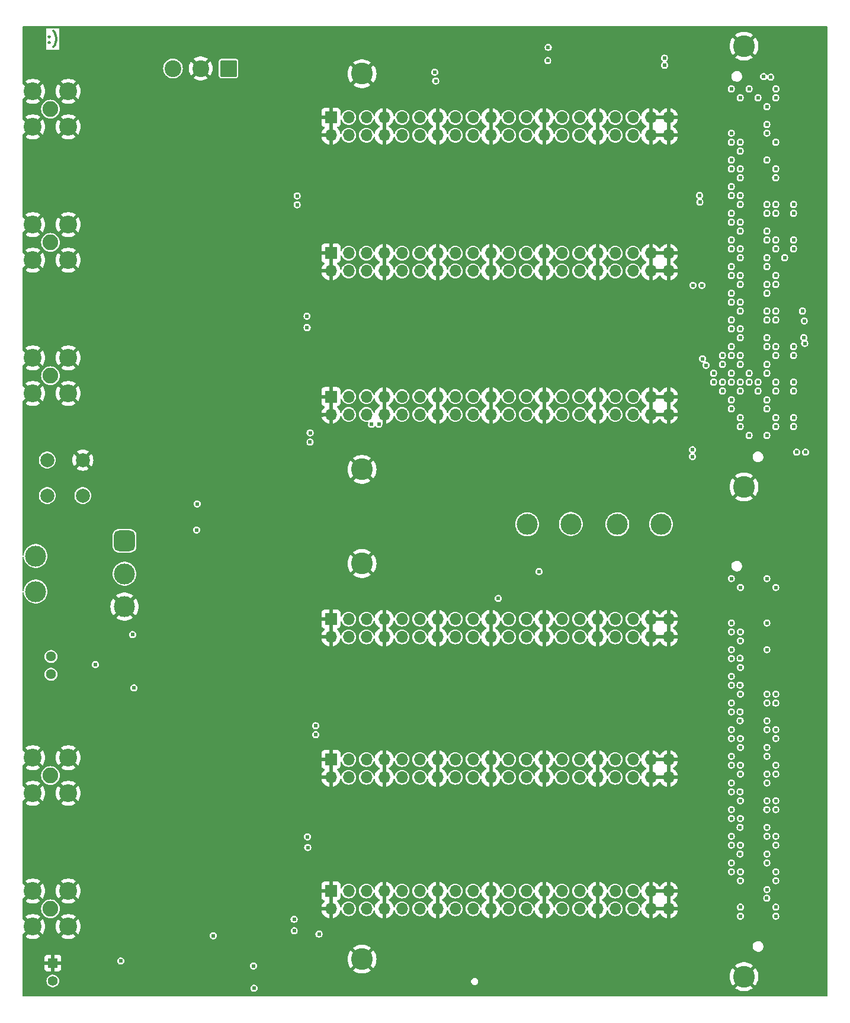
<source format=gbr>
%TF.GenerationSoftware,KiCad,Pcbnew,7.0.10-7.0.10~ubuntu22.04.1*%
%TF.CreationDate,2024-03-14T13:40:30-04:00*%
%TF.ProjectId,dioBreakOutBoard,64696f42-7265-4616-9b4f-7574426f6172,rev?*%
%TF.SameCoordinates,Original*%
%TF.FileFunction,Copper,L5,Inr*%
%TF.FilePolarity,Positive*%
%FSLAX46Y46*%
G04 Gerber Fmt 4.6, Leading zero omitted, Abs format (unit mm)*
G04 Created by KiCad (PCBNEW 7.0.10-7.0.10~ubuntu22.04.1) date 2024-03-14 13:40:30*
%MOMM*%
%LPD*%
G01*
G04 APERTURE LIST*
G04 Aperture macros list*
%AMRoundRect*
0 Rectangle with rounded corners*
0 $1 Rounding radius*
0 $2 $3 $4 $5 $6 $7 $8 $9 X,Y pos of 4 corners*
0 Add a 4 corners polygon primitive as box body*
4,1,4,$2,$3,$4,$5,$6,$7,$8,$9,$2,$3,0*
0 Add four circle primitives for the rounded corners*
1,1,$1+$1,$2,$3*
1,1,$1+$1,$4,$5*
1,1,$1+$1,$6,$7*
1,1,$1+$1,$8,$9*
0 Add four rect primitives between the rounded corners*
20,1,$1+$1,$2,$3,$4,$5,0*
20,1,$1+$1,$4,$5,$6,$7,0*
20,1,$1+$1,$6,$7,$8,$9,0*
20,1,$1+$1,$8,$9,$2,$3,0*%
G04 Aperture macros list end*
%ADD10C,0.375000*%
%TA.AperFunction,NonConductor*%
%ADD11C,0.375000*%
%TD*%
%TA.AperFunction,ComponentPad*%
%ADD12C,3.000000*%
%TD*%
%TA.AperFunction,ComponentPad*%
%ADD13C,3.100000*%
%TD*%
%TA.AperFunction,ComponentPad*%
%ADD14R,1.700000X1.700000*%
%TD*%
%TA.AperFunction,ComponentPad*%
%ADD15O,1.700000X1.700000*%
%TD*%
%TA.AperFunction,ComponentPad*%
%ADD16C,2.250000*%
%TD*%
%TA.AperFunction,ComponentPad*%
%ADD17C,2.550000*%
%TD*%
%TA.AperFunction,ComponentPad*%
%ADD18R,1.397000X1.397000*%
%TD*%
%TA.AperFunction,ComponentPad*%
%ADD19C,1.397000*%
%TD*%
%TA.AperFunction,ComponentPad*%
%ADD20C,1.440000*%
%TD*%
%TA.AperFunction,ComponentPad*%
%ADD21C,2.000000*%
%TD*%
%TA.AperFunction,ComponentPad*%
%ADD22RoundRect,0.250001X0.949999X0.949999X-0.949999X0.949999X-0.949999X-0.949999X0.949999X-0.949999X0*%
%TD*%
%TA.AperFunction,ComponentPad*%
%ADD23C,2.400000*%
%TD*%
%TA.AperFunction,ComponentPad*%
%ADD24RoundRect,0.750000X-0.750000X-0.750000X0.750000X-0.750000X0.750000X0.750000X-0.750000X0.750000X0*%
%TD*%
%TA.AperFunction,ViaPad*%
%ADD25C,0.609600*%
%TD*%
G04 APERTURE END LIST*
D10*
D11*
X131103852Y-22154071D02*
X131175281Y-22225500D01*
X131175281Y-22225500D02*
X131103852Y-22296928D01*
X131103852Y-22296928D02*
X131032424Y-22225500D01*
X131032424Y-22225500D02*
X131103852Y-22154071D01*
X131103852Y-22154071D02*
X131103852Y-22296928D01*
X131103852Y-21368357D02*
X131175281Y-21439785D01*
X131175281Y-21439785D02*
X131103852Y-21511214D01*
X131103852Y-21511214D02*
X131032424Y-21439785D01*
X131032424Y-21439785D02*
X131103852Y-21368357D01*
X131103852Y-21368357D02*
X131103852Y-21511214D01*
X131675281Y-22868357D02*
X131746710Y-22796928D01*
X131746710Y-22796928D02*
X131889567Y-22582642D01*
X131889567Y-22582642D02*
X131960996Y-22439785D01*
X131960996Y-22439785D02*
X132032424Y-22225500D01*
X132032424Y-22225500D02*
X132103853Y-21868357D01*
X132103853Y-21868357D02*
X132103853Y-21582642D01*
X132103853Y-21582642D02*
X132032424Y-21225500D01*
X132032424Y-21225500D02*
X131960996Y-21011214D01*
X131960996Y-21011214D02*
X131889567Y-20868357D01*
X131889567Y-20868357D02*
X131746710Y-20654071D01*
X131746710Y-20654071D02*
X131675281Y-20582642D01*
D12*
%TO.N,+1V8*%
%TO.C,TP4*%
X199400000Y-91100000D03*
%TD*%
D13*
%TO.N,GND*%
%TO.C,H2*%
X230400000Y-22750000D03*
%TD*%
%TO.N,GND*%
%TO.C,H1*%
X175800000Y-26700000D03*
%TD*%
D12*
%TO.N,+3V3*%
%TO.C,TP2*%
X205650000Y-91050000D03*
%TD*%
D13*
%TO.N,GND*%
%TO.C,H5*%
X175800000Y-153250000D03*
%TD*%
%TO.N,GND*%
%TO.C,H4*%
X230400000Y-85750000D03*
%TD*%
D12*
%TO.N,VDD*%
%TO.C,TP3*%
X218550000Y-91100000D03*
%TD*%
D13*
%TO.N,GND*%
%TO.C,H7*%
X175800000Y-96700000D03*
%TD*%
%TO.N,GND*%
%TO.C,H6*%
X230400000Y-155750000D03*
%TD*%
%TO.N,GND*%
%TO.C,H3*%
X175800000Y-83250000D03*
%TD*%
D12*
%TO.N,FMC0_PG_C2M*%
%TO.C,TP1*%
X212300000Y-91100000D03*
%TD*%
D14*
%TO.N,GND*%
%TO.C,J6*%
X171348400Y-143510000D03*
D15*
X171348400Y-146050000D03*
%TO.N,FMC1_LA11.N*%
X173888400Y-143510000D03*
%TO.N,FMC1_LA01_CC.P*%
X173888400Y-146050000D03*
%TO.N,FMC1_LA11.P*%
X176428400Y-143510000D03*
%TO.N,FMC1_LA01_CC.N*%
X176428400Y-146050000D03*
%TO.N,GND*%
X178968400Y-143510000D03*
X178968400Y-146050000D03*
%TO.N,FMC1_LA09.N*%
X181508400Y-143510000D03*
%TO.N,FMC1_LA00_CC.P*%
X181508400Y-146050000D03*
%TO.N,FMC1_LA09.P*%
X184048400Y-143510000D03*
%TO.N,FMC1_LA00_CC.N*%
X184048400Y-146050000D03*
%TO.N,GND*%
X186588400Y-143510000D03*
X186588400Y-146050000D03*
%TO.N,FMC1_LA07.N*%
X189128400Y-143510000D03*
%TO.N,FMC1_LA02.P*%
X189128400Y-146050000D03*
%TO.N,FMC1_LA07.P*%
X191668400Y-143510000D03*
%TO.N,FMC1_LA02.N*%
X191668400Y-146050000D03*
%TO.N,GND*%
X194208400Y-143510000D03*
X194208400Y-146050000D03*
%TO.N,FMC1_LA08.N*%
X196748400Y-143510000D03*
%TO.N,FMC1_LA06.P*%
X196748400Y-146050000D03*
%TO.N,FMC1_LA08.P*%
X199288400Y-143510000D03*
%TO.N,FMC1_LA06.N*%
X199288400Y-146050000D03*
%TO.N,GND*%
X201828400Y-143510000D03*
X201828400Y-146050000D03*
%TO.N,FMC1_LA10.N*%
X204368400Y-143510000D03*
%TO.N,FMC1_LA03.P*%
X204368400Y-146050000D03*
%TO.N,FMC1_LA10.P*%
X206908400Y-143510000D03*
%TO.N,FMC1_LA03.N*%
X206908400Y-146050000D03*
%TO.N,GND*%
X209448400Y-143510000D03*
X209448400Y-146050000D03*
%TO.N,FMC1_LA05.N*%
X211988400Y-143510000D03*
%TO.N,FMC1_LA04.P*%
X211988400Y-146050000D03*
%TO.N,FMC1_LA05.P*%
X214528400Y-143510000D03*
%TO.N,FMC1_LA04.N*%
X214528400Y-146050000D03*
%TO.N,GND*%
X217068400Y-143510000D03*
X217068400Y-146050000D03*
X219608400Y-143510000D03*
X219608400Y-146050000D03*
%TD*%
D16*
%TO.N,Net-(J12-In)*%
%TO.C,J12*%
X131267200Y-69850000D03*
D17*
%TO.N,GND*%
X128727200Y-72390000D03*
X128727200Y-67310000D03*
X133807200Y-67310000D03*
X133807200Y-72390000D03*
%TD*%
D18*
%TO.N,GND*%
%TO.C,D2*%
X131591050Y-153820000D03*
D19*
%TO.N,Net-(D2-A)*%
X131591050Y-156360000D03*
%TD*%
D16*
%TO.N,Net-(J11-In)*%
%TO.C,J11*%
X131267200Y-50800000D03*
D17*
%TO.N,GND*%
X128727200Y-53340000D03*
X128727200Y-48260000D03*
X133807200Y-48260000D03*
X133807200Y-53340000D03*
%TD*%
D16*
%TO.N,Net-(J9-In)*%
%TO.C,J9*%
X131267200Y-127000000D03*
D17*
%TO.N,GND*%
X128727200Y-129540000D03*
X128727200Y-124460000D03*
X133807200Y-124460000D03*
X133807200Y-129540000D03*
%TD*%
D20*
%TO.N,Net-(D4-KA)*%
%TO.C,D4*%
X131340000Y-110000000D03*
%TO.N,Net-(D4-AK)*%
X131340000Y-112540000D03*
%TD*%
D14*
%TO.N,GND*%
%TO.C,J7*%
X171348400Y-124714000D03*
D15*
X171348400Y-127254000D03*
%TO.N,FMC1_LA21.N*%
X173888400Y-124714000D03*
%TO.N,FMC1_LA13.P*%
X173888400Y-127254000D03*
%TO.N,FMC1_LA21.P*%
X176428400Y-124714000D03*
%TO.N,FMC1_LA13.N*%
X176428400Y-127254000D03*
%TO.N,GND*%
X178968400Y-124714000D03*
X178968400Y-127254000D03*
%TO.N,FMC1_LA22.N*%
X181508400Y-124714000D03*
%TO.N,FMC1_LA12.P*%
X181508400Y-127254000D03*
%TO.N,FMC1_LA22.P*%
X184048400Y-124714000D03*
%TO.N,FMC1_LA12.N*%
X184048400Y-127254000D03*
%TO.N,GND*%
X186588400Y-124714000D03*
X186588400Y-127254000D03*
%TO.N,FMC1_LA23.N*%
X189128400Y-124714000D03*
%TO.N,FMC1_LA14.P*%
X189128400Y-127254000D03*
%TO.N,FMC1_LA23.P*%
X191668400Y-124714000D03*
%TO.N,FMC1_LA14.N*%
X191668400Y-127254000D03*
%TO.N,GND*%
X194208400Y-124714000D03*
X194208400Y-127254000D03*
%TO.N,FMC1_LA19.N*%
X196748400Y-124714000D03*
%TO.N,FMC1_LA16.P*%
X196748400Y-127254000D03*
%TO.N,FMC1_LA19.P*%
X199288400Y-124714000D03*
%TO.N,FMC1_LA16.N*%
X199288400Y-127254000D03*
%TO.N,GND*%
X201828400Y-124714000D03*
X201828400Y-127254000D03*
%TO.N,FMC1_LA18.N*%
X204368400Y-124714000D03*
%TO.N,FMC1_LA15.P*%
X204368400Y-127254000D03*
%TO.N,FMC1_LA18.P*%
X206908400Y-124714000D03*
%TO.N,FMC1_LA15.N*%
X206908400Y-127254000D03*
%TO.N,GND*%
X209448400Y-124714000D03*
X209448400Y-127254000D03*
%TO.N,FMC1_LA20.N*%
X211988400Y-124714000D03*
%TO.N,FMC1_LA17_CC.P*%
X211988400Y-127254000D03*
%TO.N,FMC1_LA20.P*%
X214528400Y-124714000D03*
%TO.N,FMC1_LA17_CC.N*%
X214528400Y-127254000D03*
%TO.N,GND*%
X217068400Y-124714000D03*
X217068400Y-127254000D03*
X219608400Y-124714000D03*
X219608400Y-127254000D03*
%TD*%
D16*
%TO.N,Net-(J13-In)*%
%TO.C,J13*%
X131267200Y-31750000D03*
D17*
%TO.N,GND*%
X128727200Y-34290000D03*
X128727200Y-29210000D03*
X133807200Y-29210000D03*
X133807200Y-34290000D03*
%TD*%
D14*
%TO.N,GND*%
%TO.C,J4*%
X171348400Y-52344400D03*
D15*
X171348400Y-54884400D03*
%TO.N,FMC0_LA19.N*%
X173888400Y-52344400D03*
%TO.N,FMC0_LA08.P*%
X173888400Y-54884400D03*
%TO.N,FMC0_LA19.P*%
X176428400Y-52344400D03*
%TO.N,FMC0_LA08.N*%
X176428400Y-54884400D03*
%TO.N,GND*%
X178968400Y-52344400D03*
X178968400Y-54884400D03*
%TO.N,FMC0_LA20.N*%
X181508400Y-52344400D03*
%TO.N,FMC0_LA07.P*%
X181508400Y-54884400D03*
%TO.N,FMC0_LA20.P*%
X184048400Y-52344400D03*
%TO.N,FMC0_LA07.N*%
X184048400Y-54884400D03*
%TO.N,GND*%
X186588400Y-52344400D03*
X186588400Y-54884400D03*
%TO.N,FMC0_LA10.N*%
X189128400Y-52344400D03*
%TO.N,FMC0_LA12.P*%
X189128400Y-54884400D03*
%TO.N,FMC0_LA10.P*%
X191668400Y-52344400D03*
%TO.N,FMC0_LA12.N*%
X191668400Y-54884400D03*
%TO.N,GND*%
X194208400Y-52344400D03*
X194208400Y-54884400D03*
%TO.N,FMC0_LA17_CC.N*%
X196748400Y-52344400D03*
%TO.N,FMC0_LA11.P*%
X196748400Y-54884400D03*
%TO.N,FMC0_LA17_CC.P*%
X199288400Y-52344400D03*
%TO.N,FMC0_LA11.N*%
X199288400Y-54884400D03*
%TO.N,GND*%
X201828400Y-52344400D03*
X201828400Y-54884400D03*
%TO.N,FMC0_LA15.N*%
X204368400Y-52344400D03*
%TO.N,FMC0_LA14.P*%
X204368400Y-54884400D03*
%TO.N,FMC0_LA15.P*%
X206908400Y-52344400D03*
%TO.N,FMC0_LA14.N*%
X206908400Y-54884400D03*
%TO.N,GND*%
X209448400Y-52344400D03*
X209448400Y-54884400D03*
%TO.N,FMC0_LA16.N*%
X211988400Y-52344400D03*
%TO.N,FMC0_LA13.P*%
X211988400Y-54884400D03*
%TO.N,FMC0_LA16.P*%
X214528400Y-52344400D03*
%TO.N,FMC0_LA13.N*%
X214528400Y-54884400D03*
%TO.N,GND*%
X217068400Y-52344400D03*
X217068400Y-54884400D03*
X219608400Y-52344400D03*
X219608400Y-54884400D03*
%TD*%
D14*
%TO.N,GND*%
%TO.C,J3*%
X171348400Y-72847200D03*
D15*
X171348400Y-75387200D03*
%TO.N,FMC0_LA00_CC.N*%
X173888400Y-72847200D03*
%TO.N,FMC0_LA01_CC.P*%
X173888400Y-75387200D03*
%TO.N,FMC0_LA00_CC.P*%
X176428400Y-72847200D03*
%TO.N,FMC0_LA01_CC.N*%
X176428400Y-75387200D03*
%TO.N,GND*%
X178968400Y-72847200D03*
X178968400Y-75387200D03*
%TO.N,FMC0_LA09.N*%
X181508400Y-72847200D03*
%TO.N,FMC0_LA02.P*%
X181508400Y-75387200D03*
%TO.N,FMC0_LA09.P*%
X184048400Y-72847200D03*
%TO.N,FMC0_LA02.N*%
X184048400Y-75387200D03*
%TO.N,GND*%
X186588400Y-72847200D03*
X186588400Y-75387200D03*
%TO.N,FMC0_LA05.N*%
X189128400Y-72847200D03*
%TO.N,FMC0_LA04.P*%
X189128400Y-75387200D03*
%TO.N,FMC0_LA05.P*%
X191668400Y-72847200D03*
%TO.N,FMC0_LA04.N*%
X191668400Y-75387200D03*
%TO.N,GND*%
X194208400Y-72847200D03*
X194208400Y-75387200D03*
%TO.N,FMC0_LA06.N*%
X196748400Y-72847200D03*
%TO.N,FMC0_HA05.P*%
X196748400Y-75387200D03*
%TO.N,FMC0_LA06.P*%
X199288400Y-72847200D03*
%TO.N,FMC0_HA05.N*%
X199288400Y-75387200D03*
%TO.N,GND*%
X201828400Y-72847200D03*
X201828400Y-75387200D03*
%TO.N,FMC0_HA04.N*%
X204368400Y-72847200D03*
%TO.N,FMC0_LA03.P*%
X204368400Y-75387200D03*
%TO.N,FMC0_HA04.P*%
X206908400Y-72847200D03*
%TO.N,FMC0_LA03.N*%
X206908400Y-75387200D03*
%TO.N,GND*%
X209448400Y-72847200D03*
X209448400Y-75387200D03*
%TO.N,FMC0_HA02.N*%
X211988400Y-72847200D03*
%TO.N,FMC0_HA03.P*%
X211988400Y-75387200D03*
%TO.N,FMC0_HA02.P*%
X214528400Y-72847200D03*
%TO.N,FMC0_HA03.N*%
X214528400Y-75387200D03*
%TO.N,GND*%
X217068400Y-72847200D03*
X217068400Y-75387200D03*
X219608400Y-72847200D03*
X219608400Y-75387200D03*
%TD*%
D14*
%TO.N,GND*%
%TO.C,J5*%
X171348400Y-32943800D03*
D15*
X171348400Y-35483800D03*
%TO.N,FMC0_LA30.N*%
X173888400Y-32943800D03*
%TO.N,FMC0_LA22.P*%
X173888400Y-35483800D03*
%TO.N,FMC0_LA30.P*%
X176428400Y-32943800D03*
%TO.N,FMC0_LA22.N*%
X176428400Y-35483800D03*
%TO.N,GND*%
X178968400Y-32943800D03*
X178968400Y-35483800D03*
%TO.N,FMC0_LA31.N*%
X181508400Y-32943800D03*
%TO.N,FMC0_LA25.P*%
X181508400Y-35483800D03*
%TO.N,FMC0_LA31.P*%
X184048400Y-32943800D03*
%TO.N,FMC0_LA25.N*%
X184048400Y-35483800D03*
%TO.N,GND*%
X186588400Y-32943800D03*
X186588400Y-35483800D03*
%TO.N,FMC0_LA28.N*%
X189128400Y-32943800D03*
%TO.N,FMC0_LA23.P*%
X189128400Y-35483800D03*
%TO.N,FMC0_LA28.P*%
X191668400Y-32943800D03*
%TO.N,FMC0_LA23.N*%
X191668400Y-35483800D03*
%TO.N,GND*%
X194208400Y-32943800D03*
X194208400Y-35483800D03*
%TO.N,FMC0_LA29.N*%
X196748400Y-32943800D03*
%TO.N,FMC0_LA24.P*%
X196748400Y-35483800D03*
%TO.N,FMC0_LA29.P*%
X199288400Y-32943800D03*
%TO.N,FMC0_LA24.N*%
X199288400Y-35483800D03*
%TO.N,GND*%
X201828400Y-32943800D03*
X201828400Y-35483800D03*
%TO.N,FMC0_LA26.N*%
X204368400Y-32943800D03*
%TO.N,FMC0_LA21.P*%
X204368400Y-35483800D03*
%TO.N,FMC0_LA26.P*%
X206908400Y-32943800D03*
%TO.N,FMC0_LA21.N*%
X206908400Y-35483800D03*
%TO.N,GND*%
X209448400Y-32943800D03*
X209448400Y-35483800D03*
%TO.N,FMC0_LA27.N*%
X211988400Y-32943800D03*
%TO.N,FMC0_LA18.P*%
X211988400Y-35483800D03*
%TO.N,FMC0_LA27.P*%
X214528400Y-32943800D03*
%TO.N,FMC0_LA18.N*%
X214528400Y-35483800D03*
%TO.N,GND*%
X217068400Y-32943800D03*
X217068400Y-35483800D03*
X219608400Y-32943800D03*
X219608400Y-35483800D03*
%TD*%
D14*
%TO.N,GND*%
%TO.C,J8*%
X171348400Y-104648000D03*
D15*
X171348400Y-107188000D03*
%TO.N,FMC1_LA30.N*%
X173888400Y-104648000D03*
%TO.N,FMC1_LA27.P*%
X173888400Y-107188000D03*
%TO.N,FMC1_LA30.P*%
X176428400Y-104648000D03*
%TO.N,FMC1_LA27.N*%
X176428400Y-107188000D03*
%TO.N,GND*%
X178968400Y-104648000D03*
X178968400Y-107188000D03*
%TO.N,FMC1_LA31.N*%
X181508400Y-104648000D03*
%TO.N,FMC1_LA26.P*%
X181508400Y-107188000D03*
%TO.N,FMC1_LA31.P*%
X184048400Y-104648000D03*
%TO.N,FMC1_LA26.N*%
X184048400Y-107188000D03*
%TO.N,GND*%
X186588400Y-104648000D03*
X186588400Y-107188000D03*
%TO.N,FMC1_LA28.N*%
X189128400Y-104648000D03*
%TO.N,FMC1_LA25.P*%
X189128400Y-107188000D03*
%TO.N,FMC1_LA28.P*%
X191668400Y-104648000D03*
%TO.N,FMC1_LA25.N*%
X191668400Y-107188000D03*
%TO.N,GND*%
X194208400Y-104648000D03*
X194208400Y-107188000D03*
%TO.N,unconnected-(J8-Pad21)*%
X196748400Y-104648000D03*
%TO.N,unconnected-(J8-Pad22)*%
X196748400Y-107188000D03*
%TO.N,unconnected-(J8-Pad23)*%
X199288400Y-104648000D03*
%TO.N,unconnected-(J8-Pad24)*%
X199288400Y-107188000D03*
%TO.N,GND*%
X201828400Y-104648000D03*
X201828400Y-107188000D03*
%TO.N,FMC0_HA06.N*%
X204368400Y-104648000D03*
%TO.N,FMC0_HA07.P*%
X204368400Y-107188000D03*
%TO.N,FMC0_HA06.P*%
X206908400Y-104648000D03*
%TO.N,FMC0_HA07.N*%
X206908400Y-107188000D03*
%TO.N,GND*%
X209448400Y-104648000D03*
X209448400Y-107188000D03*
%TO.N,unconnected-(J8-Pad33)*%
X211988400Y-104648000D03*
%TO.N,unconnected-(J8-Pad34)*%
X211988400Y-107188000D03*
%TO.N,unconnected-(J8-Pad35)*%
X214528400Y-104648000D03*
%TO.N,unconnected-(J8-Pad36)*%
X214528400Y-107188000D03*
%TO.N,GND*%
X217068400Y-104648000D03*
X217068400Y-107188000D03*
X219608400Y-104648000D03*
X219608400Y-107188000D03*
%TD*%
D21*
%TO.N,GND*%
%TO.C,SW2*%
X135890000Y-81920000D03*
%TO.N,N/C*%
X130810000Y-81920000D03*
%TO.N,FMC1_LA29.N*%
X135890000Y-87000000D03*
%TO.N,N/C*%
X130810000Y-87000000D03*
%TD*%
D22*
%TO.N,+12P*%
%TO.C,J1*%
X156700000Y-25940000D03*
D23*
%TO.N,GND*%
X152740000Y-25940000D03*
%TO.N,-12V*%
X148780000Y-25940000D03*
%TD*%
D16*
%TO.N,Net-(J10-In)*%
%TO.C,J10*%
X131267200Y-146050000D03*
D17*
%TO.N,GND*%
X128727200Y-148590000D03*
X128727200Y-143510000D03*
X133807200Y-143510000D03*
X133807200Y-148590000D03*
%TD*%
D12*
%TO.N,*%
%TO.C,SW1*%
X129150000Y-100704000D03*
X129150000Y-95624000D03*
D24*
%TO.N,Net-(SW1-A)*%
X141850000Y-93465000D03*
D12*
%TO.N,FMC1_LA24.N*%
X141850000Y-98164000D03*
%TO.N,GND*%
X141850000Y-102863000D03*
%TD*%
D25*
%TO.N,GND*%
X237470000Y-59340000D03*
X170022000Y-75513000D03*
X194279000Y-70179000D03*
X227310000Y-31400000D03*
X237470000Y-33940000D03*
X233660000Y-59340000D03*
X149860000Y-83820000D03*
X196850000Y-27940000D03*
X201873200Y-50800000D03*
X194150000Y-129100000D03*
X231140000Y-133140000D03*
X227310000Y-39020000D03*
X227310000Y-78390000D03*
X142494000Y-116586000D03*
X228580000Y-30130000D03*
X229860000Y-148375000D03*
X237470000Y-44100000D03*
X186633200Y-50800000D03*
X234930000Y-78390000D03*
X234935000Y-98850000D03*
X200660000Y-22860000D03*
X229850000Y-42830000D03*
X167990026Y-128202400D03*
X142240000Y-73660000D03*
X130556000Y-120650000D03*
X217061600Y-129141600D03*
X194310000Y-57150000D03*
X142240000Y-68580000D03*
X222300000Y-157500000D03*
X167990026Y-125552400D03*
X228600000Y-103930000D03*
X231120000Y-33940000D03*
X194310000Y-50800000D03*
X233665000Y-140760000D03*
X234925000Y-44100000D03*
X130810000Y-45720000D03*
X209410000Y-129160000D03*
X234935000Y-143285000D03*
X234935000Y-122980000D03*
X237470000Y-54260000D03*
X233660000Y-30140000D03*
X232390000Y-31400000D03*
X229860000Y-144565000D03*
X186659000Y-70179000D03*
X166370000Y-154120000D03*
X142240000Y-83820000D03*
X149860000Y-49530000D03*
X157480000Y-83820000D03*
X237470000Y-68230000D03*
X234935000Y-148375000D03*
X237470000Y-73310000D03*
X179070000Y-57150000D03*
X209550000Y-50800000D03*
X130505200Y-139496800D03*
X209550000Y-109220000D03*
X209442400Y-38010200D03*
X236220000Y-145825000D03*
X217062400Y-38100000D03*
X186640000Y-122290000D03*
X226040000Y-33940000D03*
X142240000Y-54610000D03*
X217170000Y-57150000D03*
X179013200Y-50800000D03*
X157480000Y-54610000D03*
X161260026Y-130442400D03*
X138430000Y-38100000D03*
X234950000Y-112820000D03*
X233665000Y-100120000D03*
X217139000Y-70179000D03*
X201822400Y-38010200D03*
X237470000Y-37750000D03*
X186613800Y-57150000D03*
X226040000Y-41560000D03*
X231120000Y-45370000D03*
X229900000Y-98850000D03*
X133350000Y-136906000D03*
X201930000Y-109220000D03*
X219630000Y-109520000D03*
X234935000Y-117900000D03*
X232390000Y-58070000D03*
X178990000Y-129640000D03*
X234930000Y-69500000D03*
X178937000Y-38100000D03*
X217060000Y-109420000D03*
X200660000Y-157480000D03*
X186659000Y-77799000D03*
X157480000Y-38100000D03*
X186582400Y-38010200D03*
X237475000Y-49200000D03*
X237470000Y-58070000D03*
X209600000Y-140990000D03*
X234950000Y-114080000D03*
X138200000Y-151300000D03*
X135890000Y-25400000D03*
X237470000Y-69500000D03*
X234925000Y-42830000D03*
X234950000Y-109010000D03*
X231120000Y-37750000D03*
X231140000Y-140760000D03*
X194360000Y-157500000D03*
X179039000Y-70179000D03*
X227310000Y-28860000D03*
X237470000Y-28860000D03*
X237470000Y-78390000D03*
X231120000Y-64420000D03*
X219602400Y-38100000D03*
X234950000Y-133140000D03*
X236200000Y-35200000D03*
X237470000Y-42830000D03*
X165100000Y-87630000D03*
X228580000Y-68230000D03*
X209550000Y-57150000D03*
X231120000Y-52990000D03*
X234930000Y-31400000D03*
X234935000Y-119170000D03*
X217068400Y-50800000D03*
X229870000Y-105200000D03*
X231210000Y-117900000D03*
X234930000Y-68230000D03*
X232390000Y-61880000D03*
X130810000Y-25400000D03*
X171320000Y-122060000D03*
X237500000Y-47925000D03*
X156320002Y-145520000D03*
X219710000Y-50800000D03*
X142494000Y-109728000D03*
X222250000Y-143510000D03*
X209519000Y-70179000D03*
X233665000Y-142030000D03*
X194310000Y-140990000D03*
X149860000Y-68580000D03*
X231120000Y-41560000D03*
X179039000Y-77799000D03*
X157480000Y-68580000D03*
X149830026Y-126632400D03*
X138938000Y-116586000D03*
X209480000Y-102230000D03*
X233665000Y-117900000D03*
X186690000Y-148590000D03*
X208330000Y-157500000D03*
X231120000Y-68230000D03*
X219710000Y-57150000D03*
X234930000Y-64420000D03*
X142240000Y-34290000D03*
X146050000Y-45720000D03*
X146020026Y-130442400D03*
X138430000Y-45720000D03*
X237470000Y-32675000D03*
X231120000Y-75850000D03*
X157480000Y-92710000D03*
X130810000Y-64770000D03*
X234935000Y-128060000D03*
X214630000Y-157480000D03*
X231140000Y-114090000D03*
X233675000Y-32675000D03*
X219620000Y-102280000D03*
X153640026Y-130442400D03*
X219679000Y-70179000D03*
X167640000Y-106680000D03*
X228585000Y-145825000D03*
X146050000Y-64770000D03*
X149860000Y-54610000D03*
X234930000Y-59340000D03*
X165100000Y-92710000D03*
X234935000Y-124250000D03*
X140970000Y-140970000D03*
X165100000Y-38100000D03*
X148590000Y-140970000D03*
X221630000Y-32740000D03*
X130580000Y-151300000D03*
X157480000Y-73660000D03*
X234935000Y-134410000D03*
X208280000Y-22860000D03*
X201899000Y-70179000D03*
X229840000Y-101390000D03*
X157480000Y-87630000D03*
X201930000Y-140970000D03*
X142240000Y-38100000D03*
X228580000Y-77120000D03*
X227310000Y-46640000D03*
X228580000Y-33940000D03*
X138938000Y-109728000D03*
X201800000Y-129140000D03*
X142210026Y-126632400D03*
X219631600Y-129241600D03*
X179070000Y-109220000D03*
X228585000Y-100120000D03*
X201740000Y-149210000D03*
X201930000Y-57150000D03*
X209410000Y-149230000D03*
X165100000Y-33020000D03*
X234935000Y-129330000D03*
X171450000Y-139700000D03*
X171373800Y-57150000D03*
X234935000Y-138220000D03*
X186275000Y-20900000D03*
X178960000Y-30500000D03*
X161500000Y-31540000D03*
X231140000Y-144570000D03*
X233660000Y-77120000D03*
X229850000Y-31400000D03*
X186520000Y-129470000D03*
X167640000Y-104140000D03*
X201800000Y-122690000D03*
X142240000Y-49530000D03*
X152640000Y-30610000D03*
X138430000Y-64770000D03*
X149860000Y-73660000D03*
X234950000Y-103930000D03*
X194310000Y-109220000D03*
X234950000Y-107740000D03*
X149860000Y-38100000D03*
X186690000Y-140970000D03*
X209400000Y-122660000D03*
X171342400Y-30390200D03*
X171340000Y-129820000D03*
X186690000Y-157480000D03*
X194202400Y-38010200D03*
X171450000Y-50800000D03*
X186690000Y-109220000D03*
X178970000Y-122270000D03*
X237470000Y-63150000D03*
X157450026Y-126632400D03*
X232390000Y-78390000D03*
X229870000Y-109010000D03*
X172720000Y-87630000D03*
X234935000Y-139490000D03*
X183475000Y-22550000D03*
X236220000Y-102660000D03*
X236205000Y-77120000D03*
X156210000Y-140970000D03*
X226040000Y-30130000D03*
X237470000Y-39020000D03*
X157480000Y-49530000D03*
X234930000Y-58070000D03*
X217080000Y-102330000D03*
X154670002Y-147270000D03*
X194170000Y-122520000D03*
X146050000Y-149860000D03*
X194279000Y-77799000D03*
X201899000Y-77799000D03*
%TO.N,FMC0_LA06.P*%
X234930000Y-66960000D03*
%TO.N,FMC0_LA06.N*%
X234930000Y-65690000D03*
%TO.N,FMC0_LA10.P*%
X239000000Y-62025000D03*
X234930000Y-61880000D03*
%TO.N,FMC0_LA10.N*%
X234930000Y-60610000D03*
X238740000Y-60610000D03*
%TO.N,FMC0_LA14.P*%
X234930000Y-56800000D03*
%TO.N,FMC0_LA14.N*%
X234930000Y-55530000D03*
%TO.N,FMC0_LA27.P*%
X234230000Y-27180000D03*
X234930000Y-46640000D03*
%TO.N,FMC0_LA27.N*%
X234930000Y-45370000D03*
X233210600Y-27116488D03*
%TO.N,FMC0_CLK0_M2C.N*%
X228580000Y-73310000D03*
X167940000Y-61340000D03*
X178200000Y-76800000D03*
%TO.N,FMC0_LA05.P*%
X233660000Y-65690000D03*
%TO.N,FMC0_LA05.N*%
X233660000Y-64420000D03*
%TO.N,FMC0_LA09.P*%
X233660000Y-61880000D03*
%TO.N,FMC0_LA09.N*%
X233660000Y-60610000D03*
%TO.N,FMC0_LA13.N*%
X233660000Y-56800000D03*
%TO.N,FMC0_LA17_CC.P*%
X233660000Y-54260000D03*
%TO.N,FMC0_LA17_CC.N*%
X233660000Y-52990000D03*
%TO.N,FMC0_LA23.P*%
X233660000Y-50450000D03*
%TO.N,FMC0_LA23.N*%
X233660000Y-49180000D03*
%TO.N,FMC0_LA26.P*%
X233660000Y-46640000D03*
X219050000Y-25480000D03*
%TO.N,FMC0_LA26.N*%
X233660000Y-45370000D03*
X219020000Y-24460000D03*
%TO.N,FMC0_CLK0_M2C.P*%
X177160000Y-76810000D03*
X228580000Y-74580000D03*
X167950000Y-62980000D03*
%TO.N,FMC0_LA03.N*%
X229850000Y-66960000D03*
%TO.N,FMC0_LA08.P*%
X229850000Y-64420000D03*
%TO.N,FMC0_LA08.N*%
X229850000Y-63150000D03*
%TO.N,FMC0_LA12.P*%
X229850000Y-60610000D03*
%TO.N,FMC0_LA12.N*%
X229850000Y-59340000D03*
%TO.N,FMC0_LA16.P*%
X229850000Y-56800000D03*
%TO.N,FMC0_LA16.N*%
X229850000Y-55530000D03*
%TO.N,FMC0_LA20.P*%
X229850000Y-52990000D03*
%TO.N,FMC0_LA20.N*%
X229850000Y-51720000D03*
%TO.N,FMC0_LA22.P*%
X229850000Y-49180000D03*
%TO.N,FMC0_LA22.N*%
X229850000Y-47910000D03*
%TO.N,FMC0_LA25.P*%
X229850000Y-45370000D03*
%TO.N,FMC0_LA25.N*%
X229850000Y-44100000D03*
%TO.N,FMC0_LA29.P*%
X229850000Y-41560000D03*
%TO.N,FMC0_LA29.N*%
X229850000Y-40290000D03*
%TO.N,FMC0_LA31.P*%
X229850000Y-37750000D03*
%TO.N,FMC0_LA31.N*%
X229850000Y-36480000D03*
%TO.N,FMC0_LA04.P*%
X228580000Y-66960000D03*
%TO.N,FMC0_LA04.N*%
X228580000Y-65690000D03*
%TO.N,FMC0_LA07.P*%
X228580000Y-63150000D03*
%TO.N,FMC0_LA07.N*%
X228580000Y-61880000D03*
%TO.N,FMC0_LA11.P*%
X228580000Y-59340000D03*
%TO.N,FMC0_LA11.N*%
X228580000Y-58070000D03*
%TO.N,FMC0_LA15.P*%
X228580000Y-55530000D03*
%TO.N,FMC0_LA15.N*%
X228580000Y-54260000D03*
%TO.N,FMC0_LA19.P*%
X228580000Y-51720000D03*
%TO.N,FMC0_LA19.N*%
X228580000Y-50450000D03*
%TO.N,FMC0_LA21.P*%
X228580000Y-47910000D03*
%TO.N,FMC0_LA21.N*%
X228580000Y-46640000D03*
%TO.N,FMC0_LA24.P*%
X228580000Y-44100000D03*
%TO.N,FMC0_LA24.N*%
X228580000Y-42830000D03*
%TO.N,FMC0_LA28.P*%
X228580000Y-40290000D03*
%TO.N,FMC0_LA28.N*%
X228580000Y-39020000D03*
%TO.N,FMC0_LA30.P*%
X228580000Y-36480000D03*
%TO.N,FMC0_LA30.N*%
X228580000Y-35200000D03*
%TO.N,/P1 HPC FMC Connector/FMC0_DP1.P*%
X237470000Y-51720000D03*
X237470000Y-77120000D03*
%TO.N,/P1 HPC FMC Connector/FMC0_DP1.N*%
X237470000Y-75850000D03*
X237470000Y-50450000D03*
%TO.N,/P1 HPC FMC Connector/FMC0_DP2.P*%
X237470000Y-46640000D03*
X237470000Y-72040000D03*
X239185000Y-80780000D03*
%TO.N,/P1 HPC FMC Connector/FMC0_DP2.N*%
X237470000Y-45370000D03*
X237470000Y-70770000D03*
X237905000Y-80780000D03*
%TO.N,/P1 HPC FMC Connector/FMC0_DP3.P*%
X237470000Y-66960000D03*
X238935000Y-64405000D03*
%TO.N,/P1 HPC FMC Connector/FMC0_DP3.N*%
X237470000Y-65690000D03*
X239077400Y-65230000D03*
%TO.N,/P1 HPC FMC Connector/FMC0_DP0.P*%
X234930000Y-72040000D03*
X234930000Y-77120000D03*
%TO.N,/P1 HPC FMC Connector/FMC0_DP0.N*%
X234930000Y-75850000D03*
X234930000Y-70770000D03*
%TO.N,FMC1_CLK0_M2C.N*%
X169165026Y-119882400D03*
%TO.N,FMC0_LA01_CC.P*%
X233660000Y-69500000D03*
%TO.N,FMC0_LA01_CC.N*%
X233660000Y-68230000D03*
%TO.N,FMC0_LA00_CC.P*%
X229850000Y-72040000D03*
%TO.N,FMC0_LA00_CC.N*%
X229850000Y-70770000D03*
%TO.N,FMC0_LA03.P*%
X229850000Y-68230000D03*
%TO.N,FMC1_CLK0_M2C.P*%
X169180026Y-121162400D03*
%TO.N,FMC0_LA02.P*%
X228580000Y-70770000D03*
%TO.N,FMC0_LA02.N*%
X228580000Y-69500000D03*
%TO.N,+3.3VA*%
X233660000Y-39020000D03*
X233665000Y-109010000D03*
%TO.N,FMC1_CLK1_M2C.N*%
X168010026Y-135752400D03*
X229885000Y-145825000D03*
%TO.N,FMC1_CLK1_M2C.P*%
X168040026Y-137292400D03*
X229860000Y-147105000D03*
%TO.N,FMC0_CLK1_M2C.N*%
X229850000Y-75850000D03*
X168380000Y-78030000D03*
%TO.N,FMC0_CLK1_M2C.P*%
X229850000Y-77120000D03*
X168370000Y-79360000D03*
%TO.N,FMC1_GBTCLK0_M2C.N*%
X233665000Y-143295000D03*
X166090000Y-147560000D03*
%TO.N,FMC1_GBTCLK0_M2C.P*%
X233650000Y-144550000D03*
X166100000Y-149200000D03*
%TO.N,FMC0_GBTCLK0_M2C.N*%
X233660000Y-73310000D03*
X224370000Y-56940000D03*
X166520000Y-44160000D03*
%TO.N,FMC0_GBTCLK0_M2C.P*%
X166520000Y-45430000D03*
X233660000Y-74580000D03*
X223100000Y-56940000D03*
%TO.N,+3V3*%
X233660000Y-31400000D03*
X234950000Y-28860000D03*
X233660000Y-33940000D03*
X137685000Y-111150000D03*
X234930000Y-30130000D03*
X160270000Y-154230000D03*
X234935000Y-100120000D03*
X233665000Y-98850000D03*
%TO.N,FMC1_LA06.P*%
X234935000Y-136950000D03*
%TO.N,FMC1_LA06.N*%
X234935000Y-135680000D03*
%TO.N,FMC1_LA10.P*%
X234935000Y-131870000D03*
%TO.N,FMC1_LA10.N*%
X234935000Y-130600000D03*
%TO.N,FMC1_LA14.P*%
X234935000Y-126790000D03*
%TO.N,FMC1_LA14.N*%
X234935000Y-125520000D03*
%TO.N,FMC1_LA27.P*%
X234930000Y-116655000D03*
%TO.N,FMC1_LA27.N*%
X234935000Y-115360000D03*
%TO.N,FMC1_LA05.P*%
X233665000Y-135680000D03*
%TO.N,FMC1_LA05.N*%
X233665000Y-134410000D03*
%TO.N,FMC1_LA09.P*%
X233655000Y-131880000D03*
%TO.N,FMC1_LA09.N*%
X233665000Y-130600000D03*
%TO.N,FMC1_LA13.P*%
X233665000Y-128060000D03*
%TO.N,FMC1_LA13.N*%
X233665000Y-126790000D03*
%TO.N,FMC1_LA17_CC.P*%
X233665000Y-124250000D03*
%TO.N,FMC1_LA17_CC.N*%
X233665000Y-122980000D03*
%TO.N,FMC1_LA23.P*%
X233665000Y-120440000D03*
%TO.N,FMC1_LA23.N*%
X233665000Y-119170000D03*
%TO.N,FMC1_LA26.P*%
X233665000Y-116630000D03*
%TO.N,FMC1_LA26.N*%
X233665000Y-115360000D03*
%TO.N,FMC1_LA03.N*%
X229860000Y-136950000D03*
%TO.N,FMC1_LA08.P*%
X229835000Y-134410000D03*
%TO.N,FMC1_LA08.N*%
X229860000Y-133140000D03*
%TO.N,FMC1_LA12.P*%
X229860400Y-130600000D03*
%TO.N,FMC1_LA12.N*%
X229835000Y-129330000D03*
%TO.N,FMC1_LA16.P*%
X229860400Y-126790000D03*
%TO.N,FMC1_LA16.N*%
X229860400Y-125520000D03*
%TO.N,FMC1_LA20.P*%
X229860400Y-122980000D03*
%TO.N,FMC1_LA20.N*%
X229860400Y-121710000D03*
%TO.N,FMC1_LA22.P*%
X229839600Y-119170000D03*
%TO.N,FMC1_LA22.N*%
X229835000Y-117900000D03*
%TO.N,FMC1_LA25.P*%
X229865000Y-115360000D03*
%TO.N,FMC1_LA25.N*%
X229839600Y-114090000D03*
%TO.N,FMC1_LA29.P*%
X195280000Y-101690000D03*
X229865000Y-111550000D03*
X143000000Y-106870000D03*
%TO.N,FMC1_LA29.N*%
X201110000Y-97860000D03*
X152240000Y-88180000D03*
X229840000Y-110260000D03*
%TO.N,FMC1_LA31.P*%
X229865000Y-107740000D03*
%TO.N,FMC1_LA31.N*%
X229865000Y-106470000D03*
%TO.N,FMC1_LA04.P*%
X228585000Y-136950000D03*
%TO.N,FMC1_LA04.N*%
X228585000Y-135680000D03*
%TO.N,FMC1_LA07.P*%
X228585000Y-133140000D03*
%TO.N,FMC1_LA07.N*%
X228585000Y-131870000D03*
%TO.N,FMC1_LA11.P*%
X228585000Y-129330000D03*
%TO.N,FMC1_LA11.N*%
X228585000Y-128060000D03*
%TO.N,FMC1_LA15.P*%
X228585000Y-125520000D03*
%TO.N,FMC1_LA15.N*%
X228585000Y-124250000D03*
%TO.N,FMC1_LA19.P*%
X228585000Y-121710000D03*
%TO.N,FMC1_LA19.N*%
X228585000Y-120440000D03*
%TO.N,FMC1_LA21.P*%
X228585000Y-117900000D03*
%TO.N,FMC1_LA21.N*%
X228585000Y-116630000D03*
%TO.N,FMC1_LA24.P*%
X228585000Y-114090000D03*
X143200000Y-114480000D03*
%TO.N,FMC1_LA24.N*%
X228585000Y-112820000D03*
%TO.N,FMC1_LA28.P*%
X228585000Y-110280000D03*
%TO.N,FMC1_LA28.N*%
X228585000Y-109010000D03*
%TO.N,FMC1_LA30.P*%
X228585000Y-106470000D03*
%TO.N,FMC1_LA30.N*%
X228585000Y-105200000D03*
%TO.N,FMC0_LA18.N*%
X234930000Y-50450000D03*
X224050000Y-44100000D03*
%TO.N,FMC0_LA18.P*%
X224090000Y-45070000D03*
X234930000Y-51720000D03*
%TO.N,FMC1_LA00_CC.P*%
X229860000Y-142030000D03*
%TO.N,FMC1_LA00_CC.N*%
X229885000Y-140760000D03*
%TO.N,FMC1_LA01_CC.P*%
X233665000Y-139490000D03*
%TO.N,FMC1_LA01_CC.N*%
X233665000Y-138220000D03*
%TO.N,FMC1_LA02.P*%
X228585000Y-140760000D03*
%TO.N,FMC1_LA02.N*%
X228585000Y-139490000D03*
%TO.N,FMC1_LA03.P*%
X229835000Y-138220000D03*
%TO.N,FMC1_LA18.N*%
X234935000Y-120440000D03*
%TO.N,FMC1_LA18.P*%
X234935000Y-121710000D03*
%TO.N,/P2 LPC FMC Connector/FMC1_DP0.P*%
X234935000Y-142030000D03*
X234935000Y-147105000D03*
%TO.N,/P2 LPC FMC Connector/FMC1_DP0.N*%
X234935000Y-140760000D03*
X234935000Y-145825000D03*
%TO.N,+1V8*%
X228580000Y-28860000D03*
X229850000Y-30130000D03*
X231120000Y-28860000D03*
X232390000Y-30130000D03*
X236200000Y-52990000D03*
X231120000Y-78390000D03*
%TO.N,FMC1_PG_C2M*%
X141300000Y-153500000D03*
%TO.N,FMC0_HA05.P*%
X232390000Y-72040000D03*
X223030000Y-81410000D03*
%TO.N,FMC0_HA05.N*%
X223030000Y-80430000D03*
X232390000Y-70770000D03*
%TO.N,FMC0_HA04.P*%
X231120000Y-70770000D03*
%TO.N,FMC0_HA04.N*%
X231120000Y-69500000D03*
%TO.N,FMC0_HA03.P*%
X227310000Y-72040000D03*
%TO.N,FMC0_HA03.N*%
X227310000Y-70770000D03*
%TO.N,FMC0_HA07.P*%
X227310000Y-68230000D03*
X224965682Y-68367136D03*
%TO.N,FMC0_HA07.N*%
X224480000Y-67430000D03*
X227310000Y-66960000D03*
%TO.N,FMC0_HA02.P*%
X226040000Y-70770000D03*
%TO.N,FMC0_HA02.N*%
X226040000Y-69500000D03*
%TO.N,FMC0_LA13.P*%
X233660000Y-58070000D03*
%TO.N,FMC0_GA0*%
X234930000Y-36480000D03*
X202340000Y-24830000D03*
%TO.N,FMC0_GA1*%
X202410000Y-22930000D03*
X233660000Y-35200000D03*
%TO.N,FMC0_I2C.SDA*%
X234930000Y-40290000D03*
X186328428Y-27721572D03*
%TO.N,FMC0_I2C.SCL*%
X234925000Y-41560000D03*
X186175586Y-26475586D03*
%TO.N,FMC1_I2C.SCL*%
X169650000Y-149675000D03*
%TO.N,FMC1_I2C.SDA*%
X160354695Y-157400000D03*
%TO.N,FMC1_GA1*%
X233665000Y-105200000D03*
X154550000Y-149900000D03*
%TO.N,FMC0_PG_C2M*%
X233660000Y-78390000D03*
%TO.N,VDD*%
X152160000Y-91900000D03*
X228585000Y-98850000D03*
X229900000Y-100120000D03*
%TD*%
%TA.AperFunction,Conductor*%
%TO.N,GND*%
G36*
X171602400Y-145616325D02*
G01*
X171490715Y-145565320D01*
X171384163Y-145550000D01*
X171312637Y-145550000D01*
X171206085Y-145565320D01*
X171094400Y-145616325D01*
X171094400Y-143943674D01*
X171206085Y-143994680D01*
X171312637Y-144010000D01*
X171384163Y-144010000D01*
X171490715Y-143994680D01*
X171602400Y-143943674D01*
X171602400Y-145616325D01*
G37*
%TD.AperFunction*%
%TA.AperFunction,Conductor*%
G36*
X179222400Y-145616325D02*
G01*
X179110715Y-145565320D01*
X179004163Y-145550000D01*
X178932637Y-145550000D01*
X178826085Y-145565320D01*
X178714400Y-145616325D01*
X178714400Y-143943674D01*
X178826085Y-143994680D01*
X178932637Y-144010000D01*
X179004163Y-144010000D01*
X179110715Y-143994680D01*
X179222400Y-143943674D01*
X179222400Y-145616325D01*
G37*
%TD.AperFunction*%
%TA.AperFunction,Conductor*%
G36*
X186842400Y-145616325D02*
G01*
X186730715Y-145565320D01*
X186624163Y-145550000D01*
X186552637Y-145550000D01*
X186446085Y-145565320D01*
X186334400Y-145616325D01*
X186334400Y-143943674D01*
X186446085Y-143994680D01*
X186552637Y-144010000D01*
X186624163Y-144010000D01*
X186730715Y-143994680D01*
X186842400Y-143943674D01*
X186842400Y-145616325D01*
G37*
%TD.AperFunction*%
%TA.AperFunction,Conductor*%
G36*
X194462400Y-145616325D02*
G01*
X194350715Y-145565320D01*
X194244163Y-145550000D01*
X194172637Y-145550000D01*
X194066085Y-145565320D01*
X193954400Y-145616325D01*
X193954400Y-143943674D01*
X194066085Y-143994680D01*
X194172637Y-144010000D01*
X194244163Y-144010000D01*
X194350715Y-143994680D01*
X194462400Y-143943674D01*
X194462400Y-145616325D01*
G37*
%TD.AperFunction*%
%TA.AperFunction,Conductor*%
G36*
X202082400Y-145616325D02*
G01*
X201970715Y-145565320D01*
X201864163Y-145550000D01*
X201792637Y-145550000D01*
X201686085Y-145565320D01*
X201574400Y-145616325D01*
X201574400Y-143943674D01*
X201686085Y-143994680D01*
X201792637Y-144010000D01*
X201864163Y-144010000D01*
X201970715Y-143994680D01*
X202082400Y-143943674D01*
X202082400Y-145616325D01*
G37*
%TD.AperFunction*%
%TA.AperFunction,Conductor*%
G36*
X209702400Y-145616325D02*
G01*
X209590715Y-145565320D01*
X209484163Y-145550000D01*
X209412637Y-145550000D01*
X209306085Y-145565320D01*
X209194400Y-145616325D01*
X209194400Y-143943674D01*
X209306085Y-143994680D01*
X209412637Y-144010000D01*
X209484163Y-144010000D01*
X209590715Y-143994680D01*
X209702400Y-143943674D01*
X209702400Y-145616325D01*
G37*
%TD.AperFunction*%
%TA.AperFunction,Conductor*%
G36*
X219148907Y-145840156D02*
G01*
X219108400Y-145978111D01*
X219108400Y-146121889D01*
X219148907Y-146259844D01*
X219177284Y-146304000D01*
X217499516Y-146304000D01*
X217527893Y-146259844D01*
X217568400Y-146121889D01*
X217568400Y-145978111D01*
X217527893Y-145840156D01*
X217499516Y-145796000D01*
X219177284Y-145796000D01*
X219148907Y-145840156D01*
G37*
%TD.AperFunction*%
%TA.AperFunction,Conductor*%
G36*
X217322400Y-145616325D02*
G01*
X217210715Y-145565320D01*
X217104163Y-145550000D01*
X217032637Y-145550000D01*
X216926085Y-145565320D01*
X216814400Y-145616325D01*
X216814400Y-143943674D01*
X216926085Y-143994680D01*
X217032637Y-144010000D01*
X217104163Y-144010000D01*
X217210715Y-143994680D01*
X217322400Y-143943674D01*
X217322400Y-145616325D01*
G37*
%TD.AperFunction*%
%TA.AperFunction,Conductor*%
G36*
X219862400Y-145616325D02*
G01*
X219750715Y-145565320D01*
X219644163Y-145550000D01*
X219572637Y-145550000D01*
X219466085Y-145565320D01*
X219354400Y-145616325D01*
X219354400Y-143943674D01*
X219466085Y-143994680D01*
X219572637Y-144010000D01*
X219644163Y-144010000D01*
X219750715Y-143994680D01*
X219862400Y-143943674D01*
X219862400Y-145616325D01*
G37*
%TD.AperFunction*%
%TA.AperFunction,Conductor*%
G36*
X219148907Y-143300156D02*
G01*
X219108400Y-143438111D01*
X219108400Y-143581889D01*
X219148907Y-143719844D01*
X219177284Y-143764000D01*
X217499516Y-143764000D01*
X217527893Y-143719844D01*
X217568400Y-143581889D01*
X217568400Y-143438111D01*
X217527893Y-143300156D01*
X217499516Y-143256000D01*
X219177284Y-143256000D01*
X219148907Y-143300156D01*
G37*
%TD.AperFunction*%
%TA.AperFunction,Conductor*%
G36*
X171602400Y-126820325D02*
G01*
X171490715Y-126769320D01*
X171384163Y-126754000D01*
X171312637Y-126754000D01*
X171206085Y-126769320D01*
X171094400Y-126820325D01*
X171094400Y-125147674D01*
X171206085Y-125198680D01*
X171312637Y-125214000D01*
X171384163Y-125214000D01*
X171490715Y-125198680D01*
X171602400Y-125147674D01*
X171602400Y-126820325D01*
G37*
%TD.AperFunction*%
%TA.AperFunction,Conductor*%
G36*
X179222400Y-126820325D02*
G01*
X179110715Y-126769320D01*
X179004163Y-126754000D01*
X178932637Y-126754000D01*
X178826085Y-126769320D01*
X178714400Y-126820325D01*
X178714400Y-125147674D01*
X178826085Y-125198680D01*
X178932637Y-125214000D01*
X179004163Y-125214000D01*
X179110715Y-125198680D01*
X179222400Y-125147674D01*
X179222400Y-126820325D01*
G37*
%TD.AperFunction*%
%TA.AperFunction,Conductor*%
G36*
X186842400Y-126820325D02*
G01*
X186730715Y-126769320D01*
X186624163Y-126754000D01*
X186552637Y-126754000D01*
X186446085Y-126769320D01*
X186334400Y-126820325D01*
X186334400Y-125147674D01*
X186446085Y-125198680D01*
X186552637Y-125214000D01*
X186624163Y-125214000D01*
X186730715Y-125198680D01*
X186842400Y-125147674D01*
X186842400Y-126820325D01*
G37*
%TD.AperFunction*%
%TA.AperFunction,Conductor*%
G36*
X194462400Y-126820325D02*
G01*
X194350715Y-126769320D01*
X194244163Y-126754000D01*
X194172637Y-126754000D01*
X194066085Y-126769320D01*
X193954400Y-126820325D01*
X193954400Y-125147674D01*
X194066085Y-125198680D01*
X194172637Y-125214000D01*
X194244163Y-125214000D01*
X194350715Y-125198680D01*
X194462400Y-125147674D01*
X194462400Y-126820325D01*
G37*
%TD.AperFunction*%
%TA.AperFunction,Conductor*%
G36*
X202082400Y-126820325D02*
G01*
X201970715Y-126769320D01*
X201864163Y-126754000D01*
X201792637Y-126754000D01*
X201686085Y-126769320D01*
X201574400Y-126820325D01*
X201574400Y-125147674D01*
X201686085Y-125198680D01*
X201792637Y-125214000D01*
X201864163Y-125214000D01*
X201970715Y-125198680D01*
X202082400Y-125147674D01*
X202082400Y-126820325D01*
G37*
%TD.AperFunction*%
%TA.AperFunction,Conductor*%
G36*
X209702400Y-126820325D02*
G01*
X209590715Y-126769320D01*
X209484163Y-126754000D01*
X209412637Y-126754000D01*
X209306085Y-126769320D01*
X209194400Y-126820325D01*
X209194400Y-125147674D01*
X209306085Y-125198680D01*
X209412637Y-125214000D01*
X209484163Y-125214000D01*
X209590715Y-125198680D01*
X209702400Y-125147674D01*
X209702400Y-126820325D01*
G37*
%TD.AperFunction*%
%TA.AperFunction,Conductor*%
G36*
X219148907Y-127044156D02*
G01*
X219108400Y-127182111D01*
X219108400Y-127325889D01*
X219148907Y-127463844D01*
X219177284Y-127508000D01*
X217499516Y-127508000D01*
X217527893Y-127463844D01*
X217568400Y-127325889D01*
X217568400Y-127182111D01*
X217527893Y-127044156D01*
X217499516Y-127000000D01*
X219177284Y-127000000D01*
X219148907Y-127044156D01*
G37*
%TD.AperFunction*%
%TA.AperFunction,Conductor*%
G36*
X217322400Y-126820325D02*
G01*
X217210715Y-126769320D01*
X217104163Y-126754000D01*
X217032637Y-126754000D01*
X216926085Y-126769320D01*
X216814400Y-126820325D01*
X216814400Y-125147674D01*
X216926085Y-125198680D01*
X217032637Y-125214000D01*
X217104163Y-125214000D01*
X217210715Y-125198680D01*
X217322400Y-125147674D01*
X217322400Y-126820325D01*
G37*
%TD.AperFunction*%
%TA.AperFunction,Conductor*%
G36*
X219862400Y-126820325D02*
G01*
X219750715Y-126769320D01*
X219644163Y-126754000D01*
X219572637Y-126754000D01*
X219466085Y-126769320D01*
X219354400Y-126820325D01*
X219354400Y-125147674D01*
X219466085Y-125198680D01*
X219572637Y-125214000D01*
X219644163Y-125214000D01*
X219750715Y-125198680D01*
X219862400Y-125147674D01*
X219862400Y-126820325D01*
G37*
%TD.AperFunction*%
%TA.AperFunction,Conductor*%
G36*
X219148907Y-124504156D02*
G01*
X219108400Y-124642111D01*
X219108400Y-124785889D01*
X219148907Y-124923844D01*
X219177284Y-124968000D01*
X217499516Y-124968000D01*
X217527893Y-124923844D01*
X217568400Y-124785889D01*
X217568400Y-124642111D01*
X217527893Y-124504156D01*
X217499516Y-124460000D01*
X219177284Y-124460000D01*
X219148907Y-124504156D01*
G37*
%TD.AperFunction*%
%TA.AperFunction,Conductor*%
G36*
X171602400Y-106754325D02*
G01*
X171490715Y-106703320D01*
X171384163Y-106688000D01*
X171312637Y-106688000D01*
X171206085Y-106703320D01*
X171094400Y-106754325D01*
X171094400Y-105081674D01*
X171206085Y-105132680D01*
X171312637Y-105148000D01*
X171384163Y-105148000D01*
X171490715Y-105132680D01*
X171602400Y-105081674D01*
X171602400Y-106754325D01*
G37*
%TD.AperFunction*%
%TA.AperFunction,Conductor*%
G36*
X179222400Y-106754325D02*
G01*
X179110715Y-106703320D01*
X179004163Y-106688000D01*
X178932637Y-106688000D01*
X178826085Y-106703320D01*
X178714400Y-106754325D01*
X178714400Y-105081674D01*
X178826085Y-105132680D01*
X178932637Y-105148000D01*
X179004163Y-105148000D01*
X179110715Y-105132680D01*
X179222400Y-105081674D01*
X179222400Y-106754325D01*
G37*
%TD.AperFunction*%
%TA.AperFunction,Conductor*%
G36*
X186842400Y-106754325D02*
G01*
X186730715Y-106703320D01*
X186624163Y-106688000D01*
X186552637Y-106688000D01*
X186446085Y-106703320D01*
X186334400Y-106754325D01*
X186334400Y-105081674D01*
X186446085Y-105132680D01*
X186552637Y-105148000D01*
X186624163Y-105148000D01*
X186730715Y-105132680D01*
X186842400Y-105081674D01*
X186842400Y-106754325D01*
G37*
%TD.AperFunction*%
%TA.AperFunction,Conductor*%
G36*
X194462400Y-106754325D02*
G01*
X194350715Y-106703320D01*
X194244163Y-106688000D01*
X194172637Y-106688000D01*
X194066085Y-106703320D01*
X193954400Y-106754325D01*
X193954400Y-105081674D01*
X194066085Y-105132680D01*
X194172637Y-105148000D01*
X194244163Y-105148000D01*
X194350715Y-105132680D01*
X194462400Y-105081674D01*
X194462400Y-106754325D01*
G37*
%TD.AperFunction*%
%TA.AperFunction,Conductor*%
G36*
X202082400Y-106754325D02*
G01*
X201970715Y-106703320D01*
X201864163Y-106688000D01*
X201792637Y-106688000D01*
X201686085Y-106703320D01*
X201574400Y-106754325D01*
X201574400Y-105081674D01*
X201686085Y-105132680D01*
X201792637Y-105148000D01*
X201864163Y-105148000D01*
X201970715Y-105132680D01*
X202082400Y-105081674D01*
X202082400Y-106754325D01*
G37*
%TD.AperFunction*%
%TA.AperFunction,Conductor*%
G36*
X209702400Y-106754325D02*
G01*
X209590715Y-106703320D01*
X209484163Y-106688000D01*
X209412637Y-106688000D01*
X209306085Y-106703320D01*
X209194400Y-106754325D01*
X209194400Y-105081674D01*
X209306085Y-105132680D01*
X209412637Y-105148000D01*
X209484163Y-105148000D01*
X209590715Y-105132680D01*
X209702400Y-105081674D01*
X209702400Y-106754325D01*
G37*
%TD.AperFunction*%
%TA.AperFunction,Conductor*%
G36*
X219148907Y-106978156D02*
G01*
X219108400Y-107116111D01*
X219108400Y-107259889D01*
X219148907Y-107397844D01*
X219177284Y-107442000D01*
X217499516Y-107442000D01*
X217527893Y-107397844D01*
X217568400Y-107259889D01*
X217568400Y-107116111D01*
X217527893Y-106978156D01*
X217499516Y-106934000D01*
X219177284Y-106934000D01*
X219148907Y-106978156D01*
G37*
%TD.AperFunction*%
%TA.AperFunction,Conductor*%
G36*
X217322400Y-106754325D02*
G01*
X217210715Y-106703320D01*
X217104163Y-106688000D01*
X217032637Y-106688000D01*
X216926085Y-106703320D01*
X216814400Y-106754325D01*
X216814400Y-105081674D01*
X216926085Y-105132680D01*
X217032637Y-105148000D01*
X217104163Y-105148000D01*
X217210715Y-105132680D01*
X217322400Y-105081674D01*
X217322400Y-106754325D01*
G37*
%TD.AperFunction*%
%TA.AperFunction,Conductor*%
G36*
X219862400Y-106754325D02*
G01*
X219750715Y-106703320D01*
X219644163Y-106688000D01*
X219572637Y-106688000D01*
X219466085Y-106703320D01*
X219354400Y-106754325D01*
X219354400Y-105081674D01*
X219466085Y-105132680D01*
X219572637Y-105148000D01*
X219644163Y-105148000D01*
X219750715Y-105132680D01*
X219862400Y-105081674D01*
X219862400Y-106754325D01*
G37*
%TD.AperFunction*%
%TA.AperFunction,Conductor*%
G36*
X219148907Y-104438156D02*
G01*
X219108400Y-104576111D01*
X219108400Y-104719889D01*
X219148907Y-104857844D01*
X219177284Y-104902000D01*
X217499516Y-104902000D01*
X217527893Y-104857844D01*
X217568400Y-104719889D01*
X217568400Y-104576111D01*
X217527893Y-104438156D01*
X217499516Y-104394000D01*
X219177284Y-104394000D01*
X219148907Y-104438156D01*
G37*
%TD.AperFunction*%
%TA.AperFunction,Conductor*%
G36*
X179222400Y-74953525D02*
G01*
X179110715Y-74902520D01*
X179004163Y-74887200D01*
X178932637Y-74887200D01*
X178826085Y-74902520D01*
X178714400Y-74953525D01*
X178714400Y-73280874D01*
X178826085Y-73331880D01*
X178932637Y-73347200D01*
X179004163Y-73347200D01*
X179110715Y-73331880D01*
X179222400Y-73280874D01*
X179222400Y-74953525D01*
G37*
%TD.AperFunction*%
%TA.AperFunction,Conductor*%
G36*
X171602400Y-74953525D02*
G01*
X171490715Y-74902520D01*
X171384163Y-74887200D01*
X171312637Y-74887200D01*
X171206085Y-74902520D01*
X171094400Y-74953525D01*
X171094400Y-73280874D01*
X171206085Y-73331880D01*
X171312637Y-73347200D01*
X171384163Y-73347200D01*
X171490715Y-73331880D01*
X171602400Y-73280874D01*
X171602400Y-74953525D01*
G37*
%TD.AperFunction*%
%TA.AperFunction,Conductor*%
G36*
X186842400Y-74953525D02*
G01*
X186730715Y-74902520D01*
X186624163Y-74887200D01*
X186552637Y-74887200D01*
X186446085Y-74902520D01*
X186334400Y-74953525D01*
X186334400Y-73280874D01*
X186446085Y-73331880D01*
X186552637Y-73347200D01*
X186624163Y-73347200D01*
X186730715Y-73331880D01*
X186842400Y-73280874D01*
X186842400Y-74953525D01*
G37*
%TD.AperFunction*%
%TA.AperFunction,Conductor*%
G36*
X194462400Y-74953525D02*
G01*
X194350715Y-74902520D01*
X194244163Y-74887200D01*
X194172637Y-74887200D01*
X194066085Y-74902520D01*
X193954400Y-74953525D01*
X193954400Y-73280874D01*
X194066085Y-73331880D01*
X194172637Y-73347200D01*
X194244163Y-73347200D01*
X194350715Y-73331880D01*
X194462400Y-73280874D01*
X194462400Y-74953525D01*
G37*
%TD.AperFunction*%
%TA.AperFunction,Conductor*%
G36*
X202082400Y-74953525D02*
G01*
X201970715Y-74902520D01*
X201864163Y-74887200D01*
X201792637Y-74887200D01*
X201686085Y-74902520D01*
X201574400Y-74953525D01*
X201574400Y-73280874D01*
X201686085Y-73331880D01*
X201792637Y-73347200D01*
X201864163Y-73347200D01*
X201970715Y-73331880D01*
X202082400Y-73280874D01*
X202082400Y-74953525D01*
G37*
%TD.AperFunction*%
%TA.AperFunction,Conductor*%
G36*
X209702400Y-74953525D02*
G01*
X209590715Y-74902520D01*
X209484163Y-74887200D01*
X209412637Y-74887200D01*
X209306085Y-74902520D01*
X209194400Y-74953525D01*
X209194400Y-73280874D01*
X209306085Y-73331880D01*
X209412637Y-73347200D01*
X209484163Y-73347200D01*
X209590715Y-73331880D01*
X209702400Y-73280874D01*
X209702400Y-74953525D01*
G37*
%TD.AperFunction*%
%TA.AperFunction,Conductor*%
G36*
X219148907Y-75177356D02*
G01*
X219108400Y-75315311D01*
X219108400Y-75459089D01*
X219148907Y-75597044D01*
X219177284Y-75641200D01*
X217499516Y-75641200D01*
X217527893Y-75597044D01*
X217568400Y-75459089D01*
X217568400Y-75315311D01*
X217527893Y-75177356D01*
X217499516Y-75133200D01*
X219177284Y-75133200D01*
X219148907Y-75177356D01*
G37*
%TD.AperFunction*%
%TA.AperFunction,Conductor*%
G36*
X217322400Y-74953525D02*
G01*
X217210715Y-74902520D01*
X217104163Y-74887200D01*
X217032637Y-74887200D01*
X216926085Y-74902520D01*
X216814400Y-74953525D01*
X216814400Y-73280874D01*
X216926085Y-73331880D01*
X217032637Y-73347200D01*
X217104163Y-73347200D01*
X217210715Y-73331880D01*
X217322400Y-73280874D01*
X217322400Y-74953525D01*
G37*
%TD.AperFunction*%
%TA.AperFunction,Conductor*%
G36*
X219862400Y-74953525D02*
G01*
X219750715Y-74902520D01*
X219644163Y-74887200D01*
X219572637Y-74887200D01*
X219466085Y-74902520D01*
X219354400Y-74953525D01*
X219354400Y-73280874D01*
X219466085Y-73331880D01*
X219572637Y-73347200D01*
X219644163Y-73347200D01*
X219750715Y-73331880D01*
X219862400Y-73280874D01*
X219862400Y-74953525D01*
G37*
%TD.AperFunction*%
%TA.AperFunction,Conductor*%
G36*
X219148907Y-72637356D02*
G01*
X219108400Y-72775311D01*
X219108400Y-72919089D01*
X219148907Y-73057044D01*
X219177284Y-73101200D01*
X217499516Y-73101200D01*
X217527893Y-73057044D01*
X217568400Y-72919089D01*
X217568400Y-72775311D01*
X217527893Y-72637356D01*
X217499516Y-72593200D01*
X219177284Y-72593200D01*
X219148907Y-72637356D01*
G37*
%TD.AperFunction*%
%TA.AperFunction,Conductor*%
G36*
X171602400Y-54450725D02*
G01*
X171490715Y-54399720D01*
X171384163Y-54384400D01*
X171312637Y-54384400D01*
X171206085Y-54399720D01*
X171094400Y-54450725D01*
X171094400Y-52778074D01*
X171206085Y-52829080D01*
X171312637Y-52844400D01*
X171384163Y-52844400D01*
X171490715Y-52829080D01*
X171602400Y-52778074D01*
X171602400Y-54450725D01*
G37*
%TD.AperFunction*%
%TA.AperFunction,Conductor*%
G36*
X179222400Y-54450725D02*
G01*
X179110715Y-54399720D01*
X179004163Y-54384400D01*
X178932637Y-54384400D01*
X178826085Y-54399720D01*
X178714400Y-54450725D01*
X178714400Y-52778074D01*
X178826085Y-52829080D01*
X178932637Y-52844400D01*
X179004163Y-52844400D01*
X179110715Y-52829080D01*
X179222400Y-52778074D01*
X179222400Y-54450725D01*
G37*
%TD.AperFunction*%
%TA.AperFunction,Conductor*%
G36*
X186842400Y-54450725D02*
G01*
X186730715Y-54399720D01*
X186624163Y-54384400D01*
X186552637Y-54384400D01*
X186446085Y-54399720D01*
X186334400Y-54450725D01*
X186334400Y-52778074D01*
X186446085Y-52829080D01*
X186552637Y-52844400D01*
X186624163Y-52844400D01*
X186730715Y-52829080D01*
X186842400Y-52778074D01*
X186842400Y-54450725D01*
G37*
%TD.AperFunction*%
%TA.AperFunction,Conductor*%
G36*
X194462400Y-54450725D02*
G01*
X194350715Y-54399720D01*
X194244163Y-54384400D01*
X194172637Y-54384400D01*
X194066085Y-54399720D01*
X193954400Y-54450725D01*
X193954400Y-52778074D01*
X194066085Y-52829080D01*
X194172637Y-52844400D01*
X194244163Y-52844400D01*
X194350715Y-52829080D01*
X194462400Y-52778074D01*
X194462400Y-54450725D01*
G37*
%TD.AperFunction*%
%TA.AperFunction,Conductor*%
G36*
X202082400Y-54450725D02*
G01*
X201970715Y-54399720D01*
X201864163Y-54384400D01*
X201792637Y-54384400D01*
X201686085Y-54399720D01*
X201574400Y-54450725D01*
X201574400Y-52778074D01*
X201686085Y-52829080D01*
X201792637Y-52844400D01*
X201864163Y-52844400D01*
X201970715Y-52829080D01*
X202082400Y-52778074D01*
X202082400Y-54450725D01*
G37*
%TD.AperFunction*%
%TA.AperFunction,Conductor*%
G36*
X209702400Y-54450725D02*
G01*
X209590715Y-54399720D01*
X209484163Y-54384400D01*
X209412637Y-54384400D01*
X209306085Y-54399720D01*
X209194400Y-54450725D01*
X209194400Y-52778074D01*
X209306085Y-52829080D01*
X209412637Y-52844400D01*
X209484163Y-52844400D01*
X209590715Y-52829080D01*
X209702400Y-52778074D01*
X209702400Y-54450725D01*
G37*
%TD.AperFunction*%
%TA.AperFunction,Conductor*%
G36*
X219148907Y-54674556D02*
G01*
X219108400Y-54812511D01*
X219108400Y-54956289D01*
X219148907Y-55094244D01*
X219177284Y-55138400D01*
X217499516Y-55138400D01*
X217527893Y-55094244D01*
X217568400Y-54956289D01*
X217568400Y-54812511D01*
X217527893Y-54674556D01*
X217499516Y-54630400D01*
X219177284Y-54630400D01*
X219148907Y-54674556D01*
G37*
%TD.AperFunction*%
%TA.AperFunction,Conductor*%
G36*
X217322400Y-54450725D02*
G01*
X217210715Y-54399720D01*
X217104163Y-54384400D01*
X217032637Y-54384400D01*
X216926085Y-54399720D01*
X216814400Y-54450725D01*
X216814400Y-52778074D01*
X216926085Y-52829080D01*
X217032637Y-52844400D01*
X217104163Y-52844400D01*
X217210715Y-52829080D01*
X217322400Y-52778074D01*
X217322400Y-54450725D01*
G37*
%TD.AperFunction*%
%TA.AperFunction,Conductor*%
G36*
X219862400Y-54450725D02*
G01*
X219750715Y-54399720D01*
X219644163Y-54384400D01*
X219572637Y-54384400D01*
X219466085Y-54399720D01*
X219354400Y-54450725D01*
X219354400Y-52778074D01*
X219466085Y-52829080D01*
X219572637Y-52844400D01*
X219644163Y-52844400D01*
X219750715Y-52829080D01*
X219862400Y-52778074D01*
X219862400Y-54450725D01*
G37*
%TD.AperFunction*%
%TA.AperFunction,Conductor*%
G36*
X219148907Y-52134556D02*
G01*
X219108400Y-52272511D01*
X219108400Y-52416289D01*
X219148907Y-52554244D01*
X219177284Y-52598400D01*
X217499516Y-52598400D01*
X217527893Y-52554244D01*
X217568400Y-52416289D01*
X217568400Y-52272511D01*
X217527893Y-52134556D01*
X217499516Y-52090400D01*
X219177284Y-52090400D01*
X219148907Y-52134556D01*
G37*
%TD.AperFunction*%
%TA.AperFunction,Conductor*%
G36*
X171602400Y-35050125D02*
G01*
X171490715Y-34999120D01*
X171384163Y-34983800D01*
X171312637Y-34983800D01*
X171206085Y-34999120D01*
X171094400Y-35050125D01*
X171094400Y-33377474D01*
X171206085Y-33428480D01*
X171312637Y-33443800D01*
X171384163Y-33443800D01*
X171490715Y-33428480D01*
X171602400Y-33377474D01*
X171602400Y-35050125D01*
G37*
%TD.AperFunction*%
%TA.AperFunction,Conductor*%
G36*
X179222400Y-35050125D02*
G01*
X179110715Y-34999120D01*
X179004163Y-34983800D01*
X178932637Y-34983800D01*
X178826085Y-34999120D01*
X178714400Y-35050125D01*
X178714400Y-33377474D01*
X178826085Y-33428480D01*
X178932637Y-33443800D01*
X179004163Y-33443800D01*
X179110715Y-33428480D01*
X179222400Y-33377474D01*
X179222400Y-35050125D01*
G37*
%TD.AperFunction*%
%TA.AperFunction,Conductor*%
G36*
X186842400Y-35050125D02*
G01*
X186730715Y-34999120D01*
X186624163Y-34983800D01*
X186552637Y-34983800D01*
X186446085Y-34999120D01*
X186334400Y-35050125D01*
X186334400Y-33377474D01*
X186446085Y-33428480D01*
X186552637Y-33443800D01*
X186624163Y-33443800D01*
X186730715Y-33428480D01*
X186842400Y-33377474D01*
X186842400Y-35050125D01*
G37*
%TD.AperFunction*%
%TA.AperFunction,Conductor*%
G36*
X194462400Y-35050125D02*
G01*
X194350715Y-34999120D01*
X194244163Y-34983800D01*
X194172637Y-34983800D01*
X194066085Y-34999120D01*
X193954400Y-35050125D01*
X193954400Y-33377474D01*
X194066085Y-33428480D01*
X194172637Y-33443800D01*
X194244163Y-33443800D01*
X194350715Y-33428480D01*
X194462400Y-33377474D01*
X194462400Y-35050125D01*
G37*
%TD.AperFunction*%
%TA.AperFunction,Conductor*%
G36*
X202082400Y-35050125D02*
G01*
X201970715Y-34999120D01*
X201864163Y-34983800D01*
X201792637Y-34983800D01*
X201686085Y-34999120D01*
X201574400Y-35050125D01*
X201574400Y-33377474D01*
X201686085Y-33428480D01*
X201792637Y-33443800D01*
X201864163Y-33443800D01*
X201970715Y-33428480D01*
X202082400Y-33377474D01*
X202082400Y-35050125D01*
G37*
%TD.AperFunction*%
%TA.AperFunction,Conductor*%
G36*
X209702400Y-35050125D02*
G01*
X209590715Y-34999120D01*
X209484163Y-34983800D01*
X209412637Y-34983800D01*
X209306085Y-34999120D01*
X209194400Y-35050125D01*
X209194400Y-33377474D01*
X209306085Y-33428480D01*
X209412637Y-33443800D01*
X209484163Y-33443800D01*
X209590715Y-33428480D01*
X209702400Y-33377474D01*
X209702400Y-35050125D01*
G37*
%TD.AperFunction*%
%TA.AperFunction,Conductor*%
G36*
X219148907Y-35273956D02*
G01*
X219108400Y-35411911D01*
X219108400Y-35555689D01*
X219148907Y-35693644D01*
X219177284Y-35737800D01*
X217499516Y-35737800D01*
X217527893Y-35693644D01*
X217568400Y-35555689D01*
X217568400Y-35411911D01*
X217527893Y-35273956D01*
X217499516Y-35229800D01*
X219177284Y-35229800D01*
X219148907Y-35273956D01*
G37*
%TD.AperFunction*%
%TA.AperFunction,Conductor*%
G36*
X217322400Y-35050125D02*
G01*
X217210715Y-34999120D01*
X217104163Y-34983800D01*
X217032637Y-34983800D01*
X216926085Y-34999120D01*
X216814400Y-35050125D01*
X216814400Y-33377474D01*
X216926085Y-33428480D01*
X217032637Y-33443800D01*
X217104163Y-33443800D01*
X217210715Y-33428480D01*
X217322400Y-33377474D01*
X217322400Y-35050125D01*
G37*
%TD.AperFunction*%
%TA.AperFunction,Conductor*%
G36*
X219862400Y-35050125D02*
G01*
X219750715Y-34999120D01*
X219644163Y-34983800D01*
X219572637Y-34983800D01*
X219466085Y-34999120D01*
X219354400Y-35050125D01*
X219354400Y-33377474D01*
X219466085Y-33428480D01*
X219572637Y-33443800D01*
X219644163Y-33443800D01*
X219750715Y-33428480D01*
X219862400Y-33377474D01*
X219862400Y-35050125D01*
G37*
%TD.AperFunction*%
%TA.AperFunction,Conductor*%
G36*
X219148907Y-32733956D02*
G01*
X219108400Y-32871911D01*
X219108400Y-33015689D01*
X219148907Y-33153644D01*
X219177284Y-33197800D01*
X217499516Y-33197800D01*
X217527893Y-33153644D01*
X217568400Y-33015689D01*
X217568400Y-32871911D01*
X217527893Y-32733956D01*
X217499516Y-32689800D01*
X219177284Y-32689800D01*
X219148907Y-32733956D01*
G37*
%TD.AperFunction*%
%TA.AperFunction,Conductor*%
G36*
X242321431Y-19927713D02*
G01*
X242357976Y-19978013D01*
X242362900Y-20009100D01*
X242362900Y-158490900D01*
X242343687Y-158550031D01*
X242293387Y-158586576D01*
X242262300Y-158591500D01*
X127351700Y-158591500D01*
X127292569Y-158572287D01*
X127256024Y-158521987D01*
X127251100Y-158490900D01*
X127251100Y-157400000D01*
X159840966Y-157400000D01*
X159861775Y-157544733D01*
X159922517Y-157677740D01*
X159922518Y-157677741D01*
X159922519Y-157677743D01*
X159988768Y-157754198D01*
X160002166Y-157769661D01*
X160018274Y-157788250D01*
X160141284Y-157867304D01*
X160281584Y-157908500D01*
X160427806Y-157908500D01*
X160568106Y-157867304D01*
X160691116Y-157788250D01*
X160786871Y-157677743D01*
X160847614Y-157544734D01*
X160868424Y-157400000D01*
X160847614Y-157255266D01*
X160786871Y-157122257D01*
X160691116Y-157011750D01*
X160608258Y-156958500D01*
X160568105Y-156932695D01*
X160427806Y-156891500D01*
X160281584Y-156891500D01*
X160141285Y-156932695D01*
X160141284Y-156932695D01*
X160018272Y-157011751D01*
X159922517Y-157122259D01*
X159861775Y-157255266D01*
X159840966Y-157400000D01*
X127251100Y-157400000D01*
X127251100Y-156360000D01*
X130683880Y-156360000D01*
X130703703Y-156548610D01*
X130762308Y-156728976D01*
X130762309Y-156728979D01*
X130857134Y-156893221D01*
X130984035Y-157034159D01*
X131137465Y-157145632D01*
X131310719Y-157222770D01*
X131496225Y-157262200D01*
X131496226Y-157262200D01*
X131685874Y-157262200D01*
X131685875Y-157262200D01*
X131871381Y-157222770D01*
X132044635Y-157145632D01*
X132198065Y-157034159D01*
X132324966Y-156893221D01*
X132419791Y-156728979D01*
X132478396Y-156548611D01*
X132481076Y-156523111D01*
X191391500Y-156523111D01*
X191432695Y-156663409D01*
X191432695Y-156663410D01*
X191432696Y-156663411D01*
X191511750Y-156786421D01*
X191622257Y-156882176D01*
X191755266Y-156942919D01*
X191863632Y-156958500D01*
X191863634Y-156958500D01*
X191936366Y-156958500D01*
X191936368Y-156958500D01*
X192044734Y-156942919D01*
X192177743Y-156882176D01*
X192288250Y-156786421D01*
X192367304Y-156663411D01*
X192408500Y-156523111D01*
X192408500Y-156376889D01*
X192367304Y-156236589D01*
X192288250Y-156113579D01*
X192177743Y-156017824D01*
X192177741Y-156017823D01*
X192177740Y-156017822D01*
X192044734Y-155957081D01*
X191936368Y-155941500D01*
X191863632Y-155941500D01*
X191791388Y-155951887D01*
X191755265Y-155957081D01*
X191622259Y-156017822D01*
X191511751Y-156113577D01*
X191432695Y-156236589D01*
X191432695Y-156236590D01*
X191391500Y-156376888D01*
X191391500Y-156523111D01*
X132481076Y-156523111D01*
X132498220Y-156360000D01*
X132478396Y-156171389D01*
X132419791Y-155991021D01*
X132324966Y-155826779D01*
X132255840Y-155750007D01*
X228337191Y-155750007D01*
X228356402Y-156030875D01*
X228356404Y-156030885D01*
X228413684Y-156306532D01*
X228507967Y-156571823D01*
X228637492Y-156821795D01*
X228637500Y-156821808D01*
X228774663Y-157016124D01*
X228774664Y-157016125D01*
X229282743Y-156508045D01*
X229361890Y-156621078D01*
X229528922Y-156788110D01*
X229641953Y-156867255D01*
X229135173Y-157374036D01*
X229210414Y-157435249D01*
X229210419Y-157435252D01*
X229450977Y-157581539D01*
X229709200Y-157693701D01*
X229709204Y-157693703D01*
X229980300Y-157769661D01*
X229980308Y-157769662D01*
X230259222Y-157807999D01*
X230259236Y-157808000D01*
X230540764Y-157808000D01*
X230540777Y-157807999D01*
X230819691Y-157769662D01*
X230819699Y-157769661D01*
X231090795Y-157693703D01*
X231090799Y-157693701D01*
X231349022Y-157581539D01*
X231349023Y-157581539D01*
X231589578Y-157435254D01*
X231589582Y-157435251D01*
X231664825Y-157374035D01*
X231158045Y-156867255D01*
X231271078Y-156788110D01*
X231438110Y-156621078D01*
X231517256Y-156508046D01*
X232025335Y-157016125D01*
X232025335Y-157016124D01*
X232162499Y-156821809D01*
X232162504Y-156821801D01*
X232292032Y-156571823D01*
X232386315Y-156306532D01*
X232443595Y-156030885D01*
X232443597Y-156030875D01*
X232462809Y-155750007D01*
X232462809Y-155749992D01*
X232443597Y-155469124D01*
X232443595Y-155469114D01*
X232386315Y-155193467D01*
X232292032Y-154928176D01*
X232162507Y-154678204D01*
X232162499Y-154678191D01*
X232025335Y-154483874D01*
X231517255Y-154991953D01*
X231438110Y-154878922D01*
X231271078Y-154711890D01*
X231158045Y-154632743D01*
X231664826Y-154125963D01*
X231589580Y-154064747D01*
X231589577Y-154064745D01*
X231349022Y-153918460D01*
X231090799Y-153806298D01*
X231090795Y-153806296D01*
X230819699Y-153730338D01*
X230819691Y-153730337D01*
X230540777Y-153692000D01*
X230259222Y-153692000D01*
X229980308Y-153730337D01*
X229980300Y-153730338D01*
X229709204Y-153806296D01*
X229709200Y-153806298D01*
X229450977Y-153918460D01*
X229450976Y-153918460D01*
X229210416Y-154064749D01*
X229210415Y-154064749D01*
X229135173Y-154125963D01*
X229641954Y-154632744D01*
X229528922Y-154711890D01*
X229361890Y-154878922D01*
X229282743Y-154991953D01*
X228774664Y-154483874D01*
X228774663Y-154483874D01*
X228637500Y-154678191D01*
X228637492Y-154678204D01*
X228507967Y-154928176D01*
X228413684Y-155193467D01*
X228356404Y-155469114D01*
X228356402Y-155469124D01*
X228337191Y-155749992D01*
X228337191Y-155750007D01*
X132255840Y-155750007D01*
X132198065Y-155685841D01*
X132044635Y-155574368D01*
X131871381Y-155497230D01*
X131871377Y-155497229D01*
X131794693Y-155480929D01*
X131685875Y-155457800D01*
X131496225Y-155457800D01*
X131442996Y-155469114D01*
X131310722Y-155497229D01*
X131310720Y-155497229D01*
X131310719Y-155497230D01*
X131137465Y-155574368D01*
X131137461Y-155574370D01*
X130984032Y-155685843D01*
X130857132Y-155826781D01*
X130762309Y-155991020D01*
X130762308Y-155991023D01*
X130703703Y-156171389D01*
X130683880Y-156360000D01*
X127251100Y-156360000D01*
X127251100Y-154567089D01*
X130384550Y-154567089D01*
X130391055Y-154627593D01*
X130391055Y-154627595D01*
X130442102Y-154764459D01*
X130529646Y-154881403D01*
X130646591Y-154968947D01*
X130646590Y-154968947D01*
X130783455Y-155019994D01*
X130843960Y-155026500D01*
X131337050Y-155026500D01*
X131337050Y-154184805D01*
X131396010Y-154225004D01*
X131524052Y-154264500D01*
X131624362Y-154264500D01*
X131723549Y-154249550D01*
X131844274Y-154191412D01*
X131845050Y-154190691D01*
X131845050Y-155026500D01*
X132338140Y-155026500D01*
X132398643Y-155019994D01*
X132398645Y-155019994D01*
X132535509Y-154968947D01*
X132652453Y-154881403D01*
X132739997Y-154764459D01*
X132791044Y-154627595D01*
X132791044Y-154627593D01*
X132797550Y-154567089D01*
X132797550Y-154230000D01*
X159756271Y-154230000D01*
X159777080Y-154374733D01*
X159837822Y-154507740D01*
X159837823Y-154507741D01*
X159837824Y-154507743D01*
X159933579Y-154618250D01*
X160056589Y-154697304D01*
X160196889Y-154738500D01*
X160343111Y-154738500D01*
X160483411Y-154697304D01*
X160606421Y-154618250D01*
X160702176Y-154507743D01*
X160762919Y-154374734D01*
X160783729Y-154230000D01*
X160762919Y-154085266D01*
X160702176Y-153952257D01*
X160606421Y-153841750D01*
X160506820Y-153777740D01*
X160483410Y-153762695D01*
X160343111Y-153721500D01*
X160196889Y-153721500D01*
X160056590Y-153762695D01*
X160056589Y-153762695D01*
X159933577Y-153841751D01*
X159837822Y-153952259D01*
X159777080Y-154085266D01*
X159756271Y-154230000D01*
X132797550Y-154230000D01*
X132797550Y-154074000D01*
X131957668Y-154074000D01*
X132009497Y-153984228D01*
X132039314Y-153853593D01*
X132029301Y-153719972D01*
X131980347Y-153595240D01*
X131957029Y-153566000D01*
X132797550Y-153566000D01*
X132797550Y-153500000D01*
X140786271Y-153500000D01*
X140807080Y-153644733D01*
X140867822Y-153777740D01*
X140867823Y-153777741D01*
X140867824Y-153777743D01*
X140963579Y-153888250D01*
X141086589Y-153967304D01*
X141226889Y-154008500D01*
X141373111Y-154008500D01*
X141513411Y-153967304D01*
X141636421Y-153888250D01*
X141732176Y-153777743D01*
X141792919Y-153644734D01*
X141813729Y-153500000D01*
X141792919Y-153355266D01*
X141744849Y-153250007D01*
X173737191Y-153250007D01*
X173756402Y-153530875D01*
X173756404Y-153530885D01*
X173813684Y-153806532D01*
X173907967Y-154071823D01*
X174037492Y-154321795D01*
X174037500Y-154321808D01*
X174174663Y-154516124D01*
X174174664Y-154516125D01*
X174682743Y-154008045D01*
X174761890Y-154121078D01*
X174928922Y-154288110D01*
X175041953Y-154367255D01*
X174535173Y-154874036D01*
X174610414Y-154935249D01*
X174610419Y-154935252D01*
X174850977Y-155081539D01*
X175109200Y-155193701D01*
X175109204Y-155193703D01*
X175380300Y-155269661D01*
X175380308Y-155269662D01*
X175659222Y-155307999D01*
X175659236Y-155308000D01*
X175940764Y-155308000D01*
X175940777Y-155307999D01*
X176219691Y-155269662D01*
X176219699Y-155269661D01*
X176490795Y-155193703D01*
X176490799Y-155193701D01*
X176749022Y-155081539D01*
X176749023Y-155081539D01*
X176989578Y-154935254D01*
X176989582Y-154935251D01*
X177064825Y-154874035D01*
X176558045Y-154367255D01*
X176671078Y-154288110D01*
X176838110Y-154121078D01*
X176917256Y-154008046D01*
X177425335Y-154516125D01*
X177425335Y-154516124D01*
X177562499Y-154321809D01*
X177562504Y-154321801D01*
X177692032Y-154071823D01*
X177786315Y-153806532D01*
X177843595Y-153530885D01*
X177843597Y-153530875D01*
X177862809Y-153250007D01*
X177862809Y-153249992D01*
X177843597Y-152969124D01*
X177843595Y-152969114D01*
X177786315Y-152693467D01*
X177692032Y-152428176D01*
X177562507Y-152178204D01*
X177562499Y-152178191D01*
X177425335Y-151983874D01*
X176917255Y-152491953D01*
X176838110Y-152378922D01*
X176671078Y-152211890D01*
X176558045Y-152132743D01*
X177064826Y-151625963D01*
X176989580Y-151564747D01*
X176989577Y-151564745D01*
X176874291Y-151494638D01*
X231633608Y-151494638D01*
X231664560Y-151670177D01*
X231735159Y-151833844D01*
X231841601Y-151976821D01*
X231841605Y-151976825D01*
X231978146Y-152091395D01*
X231978153Y-152091400D01*
X232137431Y-152171393D01*
X232137433Y-152171393D01*
X232137434Y-152171394D01*
X232310874Y-152212499D01*
X232310874Y-152212500D01*
X232310877Y-152212500D01*
X232444413Y-152212500D01*
X232510727Y-152204749D01*
X232577042Y-152196998D01*
X232744539Y-152136034D01*
X232893462Y-152038085D01*
X233015783Y-151908433D01*
X233104906Y-151754067D01*
X233156028Y-151583308D01*
X233166392Y-151405363D01*
X233135440Y-151229824D01*
X233064840Y-151066155D01*
X232958398Y-150923178D01*
X232958394Y-150923174D01*
X232821853Y-150808604D01*
X232821846Y-150808599D01*
X232662568Y-150728606D01*
X232662564Y-150728605D01*
X232489125Y-150687500D01*
X232489123Y-150687500D01*
X232355588Y-150687500D01*
X232355587Y-150687500D01*
X232222958Y-150703001D01*
X232055459Y-150763966D01*
X231906536Y-150861916D01*
X231784216Y-150991567D01*
X231784214Y-150991569D01*
X231695096Y-151145927D01*
X231695094Y-151145932D01*
X231643972Y-151316692D01*
X231633608Y-151494638D01*
X176874291Y-151494638D01*
X176749022Y-151418460D01*
X176490799Y-151306298D01*
X176490795Y-151306296D01*
X176219699Y-151230338D01*
X176219691Y-151230337D01*
X175940777Y-151192000D01*
X175659222Y-151192000D01*
X175380308Y-151230337D01*
X175380300Y-151230338D01*
X175109204Y-151306296D01*
X175109200Y-151306298D01*
X174850977Y-151418460D01*
X174850976Y-151418460D01*
X174610416Y-151564749D01*
X174610415Y-151564749D01*
X174535173Y-151625963D01*
X175041954Y-152132744D01*
X174928922Y-152211890D01*
X174761890Y-152378922D01*
X174682743Y-152491953D01*
X174174664Y-151983874D01*
X174174663Y-151983874D01*
X174037500Y-152178191D01*
X174037492Y-152178204D01*
X173907967Y-152428176D01*
X173813684Y-152693467D01*
X173756404Y-152969114D01*
X173756402Y-152969124D01*
X173737191Y-153249992D01*
X173737191Y-153250007D01*
X141744849Y-153250007D01*
X141732176Y-153222257D01*
X141636421Y-153111750D01*
X141574916Y-153072223D01*
X141513410Y-153032695D01*
X141373111Y-152991500D01*
X141226889Y-152991500D01*
X141086590Y-153032695D01*
X141086589Y-153032695D01*
X140963577Y-153111751D01*
X140867822Y-153222259D01*
X140807080Y-153355266D01*
X140786271Y-153500000D01*
X132797550Y-153500000D01*
X132797550Y-153072910D01*
X132791044Y-153012406D01*
X132791044Y-153012404D01*
X132739997Y-152875540D01*
X132652453Y-152758596D01*
X132535508Y-152671052D01*
X132535509Y-152671052D01*
X132398644Y-152620005D01*
X132338140Y-152613500D01*
X131845050Y-152613500D01*
X131845050Y-153455194D01*
X131786090Y-153414996D01*
X131658048Y-153375500D01*
X131557738Y-153375500D01*
X131458551Y-153390450D01*
X131337826Y-153448588D01*
X131337050Y-153449308D01*
X131337050Y-152613500D01*
X130843960Y-152613500D01*
X130783456Y-152620005D01*
X130783454Y-152620005D01*
X130646590Y-152671052D01*
X130529646Y-152758596D01*
X130442102Y-152875540D01*
X130391055Y-153012404D01*
X130391055Y-153012406D01*
X130384550Y-153072910D01*
X130384550Y-153566000D01*
X131224432Y-153566000D01*
X131172603Y-153655772D01*
X131142786Y-153786407D01*
X131152799Y-153920028D01*
X131201753Y-154044760D01*
X131225071Y-154074000D01*
X130384550Y-154074000D01*
X130384550Y-154567089D01*
X127251100Y-154567089D01*
X127251100Y-149748559D01*
X127270313Y-149689428D01*
X127280565Y-149677424D01*
X127974006Y-148983981D01*
X128019516Y-149069822D01*
X128139209Y-149210735D01*
X128286395Y-149322623D01*
X128332469Y-149343939D01*
X127657646Y-150018762D01*
X127657646Y-150018763D01*
X127833200Y-150138453D01*
X127833203Y-150138454D01*
X128073964Y-150254399D01*
X128329334Y-150333171D01*
X128329339Y-150333172D01*
X128593583Y-150373000D01*
X128860816Y-150373000D01*
X129125060Y-150333172D01*
X129125065Y-150333171D01*
X129380435Y-150254399D01*
X129621196Y-150138454D01*
X129621199Y-150138453D01*
X129796752Y-150018763D01*
X129796752Y-150018762D01*
X129122277Y-149344287D01*
X129244631Y-149270669D01*
X129378858Y-149143523D01*
X129482613Y-148990495D01*
X129483835Y-148987425D01*
X130155316Y-149658906D01*
X130204515Y-149597215D01*
X130338131Y-149365783D01*
X130338133Y-149365779D01*
X130435763Y-149117022D01*
X130495229Y-148856489D01*
X130495229Y-148856487D01*
X130515199Y-148590000D01*
X132019200Y-148590000D01*
X132039170Y-148856487D01*
X132039170Y-148856489D01*
X132098636Y-149117022D01*
X132196266Y-149365779D01*
X132196268Y-149365783D01*
X132329880Y-149597209D01*
X132329888Y-149597221D01*
X132379081Y-149658906D01*
X132379082Y-149658906D01*
X133054006Y-148983981D01*
X133099516Y-149069822D01*
X133219209Y-149210735D01*
X133366395Y-149322623D01*
X133412469Y-149343939D01*
X132737646Y-150018762D01*
X132737646Y-150018763D01*
X132913200Y-150138453D01*
X132913203Y-150138454D01*
X133153964Y-150254399D01*
X133409334Y-150333171D01*
X133409339Y-150333172D01*
X133673583Y-150373000D01*
X133940816Y-150373000D01*
X134205060Y-150333172D01*
X134205065Y-150333171D01*
X134460435Y-150254399D01*
X134701196Y-150138454D01*
X134701199Y-150138453D01*
X134876752Y-150018763D01*
X134876752Y-150018762D01*
X134757990Y-149900000D01*
X154036271Y-149900000D01*
X154057080Y-150044733D01*
X154117822Y-150177740D01*
X154117823Y-150177741D01*
X154117824Y-150177743D01*
X154213579Y-150288250D01*
X154336589Y-150367304D01*
X154476889Y-150408500D01*
X154623111Y-150408500D01*
X154763411Y-150367304D01*
X154886421Y-150288250D01*
X154982176Y-150177743D01*
X155042919Y-150044734D01*
X155063729Y-149900000D01*
X155042919Y-149755266D01*
X154982176Y-149622257D01*
X154886421Y-149511750D01*
X154824916Y-149472223D01*
X154763410Y-149432695D01*
X154623111Y-149391500D01*
X154476889Y-149391500D01*
X154336590Y-149432695D01*
X154336589Y-149432695D01*
X154213577Y-149511751D01*
X154117822Y-149622259D01*
X154057080Y-149755266D01*
X154036271Y-149900000D01*
X134757990Y-149900000D01*
X134202277Y-149344287D01*
X134324631Y-149270669D01*
X134458858Y-149143523D01*
X134562613Y-148990495D01*
X134563835Y-148987425D01*
X135235316Y-149658906D01*
X135284515Y-149597215D01*
X135418131Y-149365783D01*
X135418133Y-149365779D01*
X135483197Y-149200000D01*
X165586271Y-149200000D01*
X165607080Y-149344733D01*
X165667822Y-149477740D01*
X165667823Y-149477741D01*
X165667824Y-149477743D01*
X165763579Y-149588250D01*
X165886589Y-149667304D01*
X166026889Y-149708500D01*
X166173111Y-149708500D01*
X166287201Y-149675000D01*
X169136271Y-149675000D01*
X169157080Y-149819733D01*
X169217822Y-149952740D01*
X169217823Y-149952741D01*
X169217824Y-149952743D01*
X169313579Y-150063250D01*
X169436589Y-150142304D01*
X169576889Y-150183500D01*
X169723111Y-150183500D01*
X169863411Y-150142304D01*
X169986421Y-150063250D01*
X170082176Y-149952743D01*
X170142919Y-149819734D01*
X170163729Y-149675000D01*
X170142919Y-149530266D01*
X170082176Y-149397257D01*
X169986421Y-149286750D01*
X169868140Y-149210735D01*
X169863410Y-149207695D01*
X169723111Y-149166500D01*
X169576889Y-149166500D01*
X169436590Y-149207695D01*
X169436589Y-149207695D01*
X169313577Y-149286751D01*
X169217822Y-149397259D01*
X169157080Y-149530266D01*
X169136271Y-149675000D01*
X166287201Y-149675000D01*
X166313411Y-149667304D01*
X166436421Y-149588250D01*
X166532176Y-149477743D01*
X166592919Y-149344734D01*
X166613729Y-149200000D01*
X166592919Y-149055266D01*
X166532176Y-148922257D01*
X166436421Y-148811750D01*
X166374916Y-148772223D01*
X166313410Y-148732695D01*
X166173111Y-148691500D01*
X166026889Y-148691500D01*
X165886590Y-148732695D01*
X165886589Y-148732695D01*
X165763577Y-148811751D01*
X165667822Y-148922259D01*
X165607080Y-149055266D01*
X165586271Y-149200000D01*
X135483197Y-149200000D01*
X135515763Y-149117022D01*
X135575229Y-148856489D01*
X135575229Y-148856487D01*
X135595199Y-148590000D01*
X135575229Y-148323512D01*
X135575229Y-148323510D01*
X135515763Y-148062977D01*
X135418133Y-147814220D01*
X135418131Y-147814216D01*
X135284519Y-147582790D01*
X135284511Y-147582779D01*
X135266345Y-147560000D01*
X165576271Y-147560000D01*
X165597080Y-147704733D01*
X165657822Y-147837740D01*
X165657823Y-147837741D01*
X165657824Y-147837743D01*
X165753579Y-147948250D01*
X165876589Y-148027304D01*
X166016889Y-148068500D01*
X166163111Y-148068500D01*
X166303411Y-148027304D01*
X166426421Y-147948250D01*
X166522176Y-147837743D01*
X166582919Y-147704734D01*
X166603729Y-147560000D01*
X166582919Y-147415266D01*
X166522176Y-147282257D01*
X166426421Y-147171750D01*
X166328465Y-147108797D01*
X166303410Y-147092695D01*
X166163111Y-147051500D01*
X166016889Y-147051500D01*
X165876590Y-147092695D01*
X165876589Y-147092695D01*
X165753577Y-147171751D01*
X165657822Y-147282259D01*
X165597080Y-147415266D01*
X165576271Y-147560000D01*
X135266345Y-147560000D01*
X135235317Y-147521092D01*
X134560392Y-148196016D01*
X134514884Y-148110178D01*
X134395191Y-147969265D01*
X134248005Y-147857377D01*
X134201928Y-147836059D01*
X134876752Y-147161236D01*
X134701199Y-147041546D01*
X134701196Y-147041545D01*
X134460435Y-146925600D01*
X134205065Y-146846828D01*
X134205060Y-146846827D01*
X133940817Y-146807000D01*
X133673583Y-146807000D01*
X133409339Y-146846827D01*
X133409334Y-146846828D01*
X133153964Y-146925600D01*
X132913210Y-147041541D01*
X132913193Y-147041551D01*
X132737646Y-147161235D01*
X132737646Y-147161236D01*
X133412122Y-147835712D01*
X133289769Y-147909331D01*
X133155542Y-148036477D01*
X133051787Y-148189505D01*
X133050564Y-148192574D01*
X132379082Y-147521092D01*
X132379081Y-147521092D01*
X132329887Y-147582779D01*
X132196268Y-147814216D01*
X132196266Y-147814220D01*
X132098636Y-148062977D01*
X132039170Y-148323510D01*
X132039170Y-148323512D01*
X132019200Y-148590000D01*
X130515199Y-148590000D01*
X130495229Y-148323512D01*
X130495229Y-148323510D01*
X130435763Y-148062977D01*
X130338133Y-147814220D01*
X130338131Y-147814216D01*
X130204519Y-147582790D01*
X130204511Y-147582779D01*
X130155317Y-147521092D01*
X129480392Y-148196016D01*
X129434884Y-148110178D01*
X129315191Y-147969265D01*
X129168005Y-147857377D01*
X129121928Y-147836059D01*
X129796752Y-147161236D01*
X129621199Y-147041546D01*
X129621196Y-147041545D01*
X129380435Y-146925600D01*
X129125065Y-146846828D01*
X129125060Y-146846827D01*
X128860817Y-146807000D01*
X128593583Y-146807000D01*
X128329339Y-146846827D01*
X128329334Y-146846828D01*
X128073964Y-146925600D01*
X127833210Y-147041541D01*
X127833193Y-147041551D01*
X127657646Y-147161235D01*
X127657646Y-147161236D01*
X128332122Y-147835712D01*
X128209769Y-147909331D01*
X128075542Y-148036477D01*
X127971787Y-148189505D01*
X127970564Y-148192574D01*
X127280565Y-147502575D01*
X127252339Y-147447177D01*
X127251100Y-147431440D01*
X127251100Y-146050001D01*
X129933425Y-146050001D01*
X129953523Y-146279717D01*
X129953688Y-146281608D01*
X130010183Y-146492453D01*
X130013862Y-146506181D01*
X130112053Y-146716751D01*
X130112117Y-146716888D01*
X130245469Y-146907334D01*
X130409866Y-147071731D01*
X130600312Y-147205083D01*
X130811022Y-147303339D01*
X131035592Y-147363512D01*
X131226672Y-147380229D01*
X131267198Y-147383775D01*
X131267200Y-147383775D01*
X131267202Y-147383775D01*
X131304467Y-147380514D01*
X131498808Y-147363512D01*
X131723378Y-147303339D01*
X131934088Y-147205083D01*
X132124534Y-147071731D01*
X132288931Y-146907334D01*
X132422283Y-146716888D01*
X132520539Y-146506178D01*
X132580712Y-146281608D01*
X132600975Y-146050000D01*
X132580712Y-145818392D01*
X132520539Y-145593822D01*
X132422283Y-145383113D01*
X132288931Y-145192666D01*
X132124534Y-145028269D01*
X131934088Y-144894917D01*
X131896982Y-144877614D01*
X131723381Y-144796662D01*
X131723378Y-144796661D01*
X131593289Y-144761804D01*
X131498809Y-144736488D01*
X131267202Y-144716225D01*
X131267198Y-144716225D01*
X131035590Y-144736488D01*
X130811018Y-144796662D01*
X130600318Y-144894914D01*
X130600310Y-144894919D01*
X130409863Y-145028271D01*
X130245471Y-145192663D01*
X130112119Y-145383110D01*
X130112114Y-145383118D01*
X130013862Y-145593818D01*
X129953688Y-145818390D01*
X129933425Y-146049998D01*
X129933425Y-146050001D01*
X127251100Y-146050001D01*
X127251100Y-144668559D01*
X127270313Y-144609428D01*
X127280565Y-144597424D01*
X127974006Y-143903981D01*
X128019516Y-143989822D01*
X128139209Y-144130735D01*
X128286395Y-144242623D01*
X128332469Y-144263939D01*
X127657646Y-144938762D01*
X127657646Y-144938763D01*
X127833200Y-145058453D01*
X127833203Y-145058454D01*
X128073964Y-145174399D01*
X128329334Y-145253171D01*
X128329339Y-145253172D01*
X128593583Y-145293000D01*
X128860816Y-145293000D01*
X129125060Y-145253172D01*
X129125065Y-145253171D01*
X129380435Y-145174399D01*
X129621196Y-145058454D01*
X129621199Y-145058453D01*
X129796752Y-144938763D01*
X129796752Y-144938762D01*
X129122277Y-144264287D01*
X129244631Y-144190669D01*
X129378858Y-144063523D01*
X129482613Y-143910495D01*
X129483835Y-143907425D01*
X130155316Y-144578906D01*
X130204515Y-144517215D01*
X130338131Y-144285783D01*
X130338133Y-144285779D01*
X130435763Y-144037022D01*
X130495229Y-143776489D01*
X130495229Y-143776487D01*
X130515199Y-143510000D01*
X132019200Y-143510000D01*
X132039170Y-143776487D01*
X132039170Y-143776489D01*
X132098636Y-144037022D01*
X132196266Y-144285779D01*
X132196268Y-144285783D01*
X132329880Y-144517209D01*
X132329888Y-144517221D01*
X132379081Y-144578906D01*
X132379082Y-144578906D01*
X133054006Y-143903981D01*
X133099516Y-143989822D01*
X133219209Y-144130735D01*
X133366395Y-144242623D01*
X133412469Y-144263939D01*
X132737646Y-144938762D01*
X132737646Y-144938763D01*
X132913200Y-145058453D01*
X132913203Y-145058454D01*
X133153964Y-145174399D01*
X133409334Y-145253171D01*
X133409339Y-145253172D01*
X133673583Y-145293000D01*
X133940816Y-145293000D01*
X134205060Y-145253172D01*
X134205065Y-145253171D01*
X134460435Y-145174399D01*
X134701196Y-145058454D01*
X134701199Y-145058453D01*
X134876752Y-144938763D01*
X134876752Y-144938762D01*
X134202277Y-144264287D01*
X134324631Y-144190669D01*
X134458858Y-144063523D01*
X134562613Y-143910495D01*
X134563835Y-143907425D01*
X135235316Y-144578906D01*
X135284515Y-144517215D01*
X135347230Y-144408589D01*
X169990400Y-144408589D01*
X169996905Y-144469093D01*
X169996905Y-144469095D01*
X170047952Y-144605959D01*
X170135496Y-144722903D01*
X170252441Y-144810447D01*
X170252440Y-144810447D01*
X170389304Y-144861494D01*
X170395434Y-144862943D01*
X170394743Y-144865866D01*
X170440353Y-144886264D01*
X170471350Y-144940161D01*
X170464747Y-145001983D01*
X170434706Y-145040297D01*
X170425499Y-145047462D01*
X170425495Y-145047466D01*
X170273078Y-145213037D01*
X170273075Y-145213040D01*
X170149985Y-145401442D01*
X170059578Y-145607546D01*
X170011856Y-145796000D01*
X170917284Y-145796000D01*
X170888907Y-145840156D01*
X170848400Y-145978111D01*
X170848400Y-146121889D01*
X170888907Y-146259844D01*
X170917284Y-146304000D01*
X170011856Y-146304000D01*
X170059578Y-146492453D01*
X170149985Y-146698557D01*
X170273075Y-146886959D01*
X170273078Y-146886962D01*
X170425494Y-147052532D01*
X170603106Y-147190772D01*
X170801027Y-147297881D01*
X170801028Y-147297882D01*
X171013888Y-147370956D01*
X171094399Y-147384392D01*
X171094400Y-147384391D01*
X171094400Y-146483674D01*
X171206085Y-146534680D01*
X171312637Y-146550000D01*
X171384163Y-146550000D01*
X171490715Y-146534680D01*
X171602400Y-146483674D01*
X171602400Y-147384392D01*
X171682911Y-147370956D01*
X171895771Y-147297882D01*
X171895772Y-147297881D01*
X172093693Y-147190772D01*
X172271305Y-147052532D01*
X172423721Y-146886962D01*
X172423724Y-146886959D01*
X172546814Y-146698557D01*
X172637221Y-146492451D01*
X172677771Y-146332323D01*
X172710912Y-146279717D01*
X172768644Y-146256638D01*
X172828916Y-146271901D01*
X172868705Y-146319675D01*
X172871561Y-146327816D01*
X172910195Y-146455178D01*
X172910198Y-146455186D01*
X173008037Y-146638230D01*
X173008042Y-146638237D01*
X173139717Y-146798683D01*
X173294365Y-146925600D01*
X173300162Y-146930357D01*
X173300169Y-146930362D01*
X173483213Y-147028201D01*
X173483220Y-147028204D01*
X173626703Y-147071728D01*
X173681839Y-147088453D01*
X173888400Y-147108798D01*
X174094961Y-147088453D01*
X174216780Y-147051500D01*
X174293579Y-147028204D01*
X174293586Y-147028201D01*
X174476630Y-146930362D01*
X174476631Y-146930360D01*
X174476637Y-146930358D01*
X174637083Y-146798683D01*
X174768758Y-146638237D01*
X174824111Y-146534680D01*
X174866601Y-146455186D01*
X174866604Y-146455179D01*
X174905238Y-146327816D01*
X174926853Y-146256561D01*
X174947198Y-146050000D01*
X175369602Y-146050000D01*
X175389947Y-146256561D01*
X175389947Y-146256563D01*
X175389948Y-146256566D01*
X175450195Y-146455179D01*
X175450198Y-146455186D01*
X175548037Y-146638230D01*
X175548042Y-146638237D01*
X175679717Y-146798683D01*
X175834365Y-146925600D01*
X175840162Y-146930357D01*
X175840169Y-146930362D01*
X176023213Y-147028201D01*
X176023220Y-147028204D01*
X176166703Y-147071728D01*
X176221839Y-147088453D01*
X176428400Y-147108798D01*
X176634961Y-147088453D01*
X176756780Y-147051500D01*
X176833579Y-147028204D01*
X176833586Y-147028201D01*
X177016630Y-146930362D01*
X177016631Y-146930360D01*
X177016637Y-146930358D01*
X177177083Y-146798683D01*
X177308758Y-146638237D01*
X177364111Y-146534680D01*
X177406601Y-146455186D01*
X177406604Y-146455179D01*
X177445238Y-146327816D01*
X177480787Y-146276808D01*
X177539530Y-146256437D01*
X177599027Y-146274485D01*
X177636553Y-146324057D01*
X177639028Y-146332322D01*
X177679578Y-146492453D01*
X177769985Y-146698557D01*
X177893075Y-146886959D01*
X177893078Y-146886962D01*
X178045494Y-147052532D01*
X178223106Y-147190772D01*
X178421027Y-147297881D01*
X178421028Y-147297882D01*
X178633888Y-147370956D01*
X178714399Y-147384392D01*
X178714400Y-147384391D01*
X178714400Y-146483674D01*
X178826085Y-146534680D01*
X178932637Y-146550000D01*
X179004163Y-146550000D01*
X179110715Y-146534680D01*
X179222400Y-146483674D01*
X179222400Y-147384392D01*
X179302911Y-147370956D01*
X179515771Y-147297882D01*
X179515772Y-147297881D01*
X179713693Y-147190772D01*
X179891305Y-147052532D01*
X180043721Y-146886962D01*
X180043724Y-146886959D01*
X180166814Y-146698557D01*
X180257221Y-146492451D01*
X180297771Y-146332323D01*
X180330912Y-146279717D01*
X180388644Y-146256638D01*
X180448916Y-146271901D01*
X180488705Y-146319675D01*
X180491561Y-146327816D01*
X180530195Y-146455178D01*
X180530198Y-146455186D01*
X180628037Y-146638230D01*
X180628042Y-146638237D01*
X180759717Y-146798683D01*
X180914365Y-146925600D01*
X180920162Y-146930357D01*
X180920169Y-146930362D01*
X181103213Y-147028201D01*
X181103220Y-147028204D01*
X181246703Y-147071728D01*
X181301839Y-147088453D01*
X181508400Y-147108798D01*
X181714961Y-147088453D01*
X181836780Y-147051500D01*
X181913579Y-147028204D01*
X181913586Y-147028201D01*
X182096630Y-146930362D01*
X182096631Y-146930360D01*
X182096637Y-146930358D01*
X182257083Y-146798683D01*
X182388758Y-146638237D01*
X182444111Y-146534680D01*
X182486601Y-146455186D01*
X182486604Y-146455179D01*
X182525238Y-146327816D01*
X182546853Y-146256561D01*
X182567198Y-146050000D01*
X182989602Y-146050000D01*
X183009947Y-146256561D01*
X183009947Y-146256563D01*
X183009948Y-146256566D01*
X183070195Y-146455179D01*
X183070198Y-146455186D01*
X183168037Y-146638230D01*
X183168042Y-146638237D01*
X183299717Y-146798683D01*
X183454365Y-146925600D01*
X183460162Y-146930357D01*
X183460169Y-146930362D01*
X183643213Y-147028201D01*
X183643220Y-147028204D01*
X183786703Y-147071728D01*
X183841839Y-147088453D01*
X184048400Y-147108798D01*
X184254961Y-147088453D01*
X184376780Y-147051500D01*
X184453579Y-147028204D01*
X184453586Y-147028201D01*
X184636630Y-146930362D01*
X184636631Y-146930360D01*
X184636637Y-146930358D01*
X184797083Y-146798683D01*
X184928758Y-146638237D01*
X184984111Y-146534680D01*
X185026601Y-146455186D01*
X185026604Y-146455179D01*
X185065238Y-146327816D01*
X185100787Y-146276808D01*
X185159530Y-146256437D01*
X185219027Y-146274485D01*
X185256553Y-146324057D01*
X185259028Y-146332322D01*
X185299578Y-146492453D01*
X185389985Y-146698557D01*
X185513075Y-146886959D01*
X185513078Y-146886962D01*
X185665494Y-147052532D01*
X185843106Y-147190772D01*
X186041027Y-147297881D01*
X186041028Y-147297882D01*
X186253888Y-147370956D01*
X186334399Y-147384392D01*
X186334400Y-147384391D01*
X186334400Y-146483674D01*
X186446085Y-146534680D01*
X186552637Y-146550000D01*
X186624163Y-146550000D01*
X186730715Y-146534680D01*
X186842400Y-146483674D01*
X186842400Y-147384392D01*
X186922911Y-147370956D01*
X187135771Y-147297882D01*
X187135772Y-147297881D01*
X187333693Y-147190772D01*
X187511305Y-147052532D01*
X187663721Y-146886962D01*
X187663724Y-146886959D01*
X187786814Y-146698557D01*
X187877221Y-146492451D01*
X187917771Y-146332323D01*
X187950912Y-146279717D01*
X188008644Y-146256638D01*
X188068916Y-146271901D01*
X188108705Y-146319675D01*
X188111561Y-146327816D01*
X188150195Y-146455178D01*
X188150198Y-146455186D01*
X188248037Y-146638230D01*
X188248042Y-146638237D01*
X188379717Y-146798683D01*
X188534365Y-146925600D01*
X188540162Y-146930357D01*
X188540169Y-146930362D01*
X188723213Y-147028201D01*
X188723220Y-147028204D01*
X188866703Y-147071728D01*
X188921839Y-147088453D01*
X189128400Y-147108798D01*
X189334961Y-147088453D01*
X189456780Y-147051500D01*
X189533579Y-147028204D01*
X189533586Y-147028201D01*
X189716630Y-146930362D01*
X189716631Y-146930360D01*
X189716637Y-146930358D01*
X189877083Y-146798683D01*
X190008758Y-146638237D01*
X190064111Y-146534680D01*
X190106601Y-146455186D01*
X190106604Y-146455179D01*
X190145238Y-146327816D01*
X190166853Y-146256561D01*
X190187198Y-146050000D01*
X190609602Y-146050000D01*
X190629947Y-146256561D01*
X190629947Y-146256563D01*
X190629948Y-146256566D01*
X190690195Y-146455179D01*
X190690198Y-146455186D01*
X190788037Y-146638230D01*
X190788042Y-146638237D01*
X190919717Y-146798683D01*
X191074365Y-146925600D01*
X191080162Y-146930357D01*
X191080169Y-146930362D01*
X191263213Y-147028201D01*
X191263220Y-147028204D01*
X191406703Y-147071728D01*
X191461839Y-147088453D01*
X191668400Y-147108798D01*
X191874961Y-147088453D01*
X191996780Y-147051500D01*
X192073579Y-147028204D01*
X192073586Y-147028201D01*
X192256630Y-146930362D01*
X192256631Y-146930360D01*
X192256637Y-146930358D01*
X192417083Y-146798683D01*
X192548758Y-146638237D01*
X192604111Y-146534680D01*
X192646601Y-146455186D01*
X192646604Y-146455179D01*
X192685238Y-146327816D01*
X192720787Y-146276808D01*
X192779530Y-146256437D01*
X192839027Y-146274485D01*
X192876553Y-146324057D01*
X192879028Y-146332322D01*
X192919578Y-146492453D01*
X193009985Y-146698557D01*
X193133075Y-146886959D01*
X193133078Y-146886962D01*
X193285494Y-147052532D01*
X193463106Y-147190772D01*
X193661027Y-147297881D01*
X193661028Y-147297882D01*
X193873888Y-147370956D01*
X193954399Y-147384392D01*
X193954400Y-147384391D01*
X193954400Y-146483674D01*
X194066085Y-146534680D01*
X194172637Y-146550000D01*
X194244163Y-146550000D01*
X194350715Y-146534680D01*
X194462400Y-146483674D01*
X194462400Y-147384392D01*
X194542911Y-147370956D01*
X194755771Y-147297882D01*
X194755772Y-147297881D01*
X194953693Y-147190772D01*
X195131305Y-147052532D01*
X195283721Y-146886962D01*
X195283724Y-146886959D01*
X195406814Y-146698557D01*
X195497221Y-146492451D01*
X195537771Y-146332323D01*
X195570912Y-146279717D01*
X195628644Y-146256638D01*
X195688916Y-146271901D01*
X195728705Y-146319675D01*
X195731561Y-146327816D01*
X195770195Y-146455178D01*
X195770198Y-146455186D01*
X195868037Y-146638230D01*
X195868042Y-146638237D01*
X195999717Y-146798683D01*
X196154365Y-146925600D01*
X196160162Y-146930357D01*
X196160169Y-146930362D01*
X196343213Y-147028201D01*
X196343220Y-147028204D01*
X196486703Y-147071728D01*
X196541839Y-147088453D01*
X196748400Y-147108798D01*
X196954961Y-147088453D01*
X197076780Y-147051500D01*
X197153579Y-147028204D01*
X197153586Y-147028201D01*
X197336630Y-146930362D01*
X197336631Y-146930360D01*
X197336637Y-146930358D01*
X197497083Y-146798683D01*
X197628758Y-146638237D01*
X197684111Y-146534680D01*
X197726601Y-146455186D01*
X197726604Y-146455179D01*
X197765238Y-146327816D01*
X197786853Y-146256561D01*
X197807198Y-146050000D01*
X198229602Y-146050000D01*
X198249947Y-146256561D01*
X198249947Y-146256563D01*
X198249948Y-146256566D01*
X198310195Y-146455179D01*
X198310198Y-146455186D01*
X198408037Y-146638230D01*
X198408042Y-146638237D01*
X198539717Y-146798683D01*
X198694365Y-146925600D01*
X198700162Y-146930357D01*
X198700169Y-146930362D01*
X198883213Y-147028201D01*
X198883220Y-147028204D01*
X199026703Y-147071728D01*
X199081839Y-147088453D01*
X199288400Y-147108798D01*
X199494961Y-147088453D01*
X199616780Y-147051500D01*
X199693579Y-147028204D01*
X199693586Y-147028201D01*
X199876630Y-146930362D01*
X199876631Y-146930360D01*
X199876637Y-146930358D01*
X200037083Y-146798683D01*
X200168758Y-146638237D01*
X200224111Y-146534680D01*
X200266601Y-146455186D01*
X200266604Y-146455179D01*
X200305238Y-146327816D01*
X200340787Y-146276808D01*
X200399530Y-146256437D01*
X200459027Y-146274485D01*
X200496553Y-146324057D01*
X200499028Y-146332322D01*
X200539578Y-146492453D01*
X200629985Y-146698557D01*
X200753075Y-146886959D01*
X200753078Y-146886962D01*
X200905494Y-147052532D01*
X201083106Y-147190772D01*
X201281027Y-147297881D01*
X201281028Y-147297882D01*
X201493888Y-147370956D01*
X201574399Y-147384392D01*
X201574400Y-147384391D01*
X201574400Y-146483674D01*
X201686085Y-146534680D01*
X201792637Y-146550000D01*
X201864163Y-146550000D01*
X201970715Y-146534680D01*
X202082400Y-146483674D01*
X202082400Y-147384392D01*
X202162911Y-147370956D01*
X202375771Y-147297882D01*
X202375772Y-147297881D01*
X202573693Y-147190772D01*
X202751305Y-147052532D01*
X202903721Y-146886962D01*
X202903724Y-146886959D01*
X203026814Y-146698557D01*
X203117221Y-146492451D01*
X203157771Y-146332323D01*
X203190912Y-146279717D01*
X203248644Y-146256638D01*
X203308916Y-146271901D01*
X203348705Y-146319675D01*
X203351561Y-146327816D01*
X203390195Y-146455178D01*
X203390198Y-146455186D01*
X203488037Y-146638230D01*
X203488042Y-146638237D01*
X203619717Y-146798683D01*
X203774365Y-146925600D01*
X203780162Y-146930357D01*
X203780169Y-146930362D01*
X203963213Y-147028201D01*
X203963220Y-147028204D01*
X204106703Y-147071728D01*
X204161839Y-147088453D01*
X204368400Y-147108798D01*
X204574961Y-147088453D01*
X204696780Y-147051500D01*
X204773579Y-147028204D01*
X204773586Y-147028201D01*
X204956630Y-146930362D01*
X204956631Y-146930360D01*
X204956637Y-146930358D01*
X205117083Y-146798683D01*
X205248758Y-146638237D01*
X205304111Y-146534680D01*
X205346601Y-146455186D01*
X205346604Y-146455179D01*
X205385238Y-146327816D01*
X205406853Y-146256561D01*
X205427198Y-146050000D01*
X205849602Y-146050000D01*
X205869947Y-146256561D01*
X205869947Y-146256563D01*
X205869948Y-146256566D01*
X205930195Y-146455179D01*
X205930198Y-146455186D01*
X206028037Y-146638230D01*
X206028042Y-146638237D01*
X206159717Y-146798683D01*
X206314365Y-146925600D01*
X206320162Y-146930357D01*
X206320169Y-146930362D01*
X206503213Y-147028201D01*
X206503220Y-147028204D01*
X206646703Y-147071728D01*
X206701839Y-147088453D01*
X206908400Y-147108798D01*
X207114961Y-147088453D01*
X207236780Y-147051500D01*
X207313579Y-147028204D01*
X207313586Y-147028201D01*
X207496630Y-146930362D01*
X207496631Y-146930360D01*
X207496637Y-146930358D01*
X207657083Y-146798683D01*
X207788758Y-146638237D01*
X207844111Y-146534680D01*
X207886601Y-146455186D01*
X207886604Y-146455179D01*
X207925238Y-146327816D01*
X207960787Y-146276808D01*
X208019530Y-146256437D01*
X208079027Y-146274485D01*
X208116553Y-146324057D01*
X208119028Y-146332322D01*
X208159578Y-146492453D01*
X208249985Y-146698557D01*
X208373075Y-146886959D01*
X208373078Y-146886962D01*
X208525494Y-147052532D01*
X208703106Y-147190772D01*
X208901027Y-147297881D01*
X208901028Y-147297882D01*
X209113888Y-147370956D01*
X209194399Y-147384392D01*
X209194400Y-147384391D01*
X209194400Y-146483674D01*
X209306085Y-146534680D01*
X209412637Y-146550000D01*
X209484163Y-146550000D01*
X209590715Y-146534680D01*
X209702400Y-146483674D01*
X209702400Y-147384392D01*
X209782911Y-147370956D01*
X209995771Y-147297882D01*
X209995772Y-147297881D01*
X210193693Y-147190772D01*
X210371305Y-147052532D01*
X210523721Y-146886962D01*
X210523724Y-146886959D01*
X210646814Y-146698557D01*
X210737221Y-146492451D01*
X210777771Y-146332323D01*
X210810912Y-146279717D01*
X210868644Y-146256638D01*
X210928916Y-146271901D01*
X210968705Y-146319675D01*
X210971561Y-146327816D01*
X211010195Y-146455178D01*
X211010198Y-146455186D01*
X211108037Y-146638230D01*
X211108042Y-146638237D01*
X211239717Y-146798683D01*
X211394365Y-146925600D01*
X211400162Y-146930357D01*
X211400169Y-146930362D01*
X211583213Y-147028201D01*
X211583220Y-147028204D01*
X211726703Y-147071728D01*
X211781839Y-147088453D01*
X211988400Y-147108798D01*
X212194961Y-147088453D01*
X212316780Y-147051500D01*
X212393579Y-147028204D01*
X212393586Y-147028201D01*
X212576630Y-146930362D01*
X212576631Y-146930360D01*
X212576637Y-146930358D01*
X212737083Y-146798683D01*
X212868758Y-146638237D01*
X212924111Y-146534680D01*
X212966601Y-146455186D01*
X212966604Y-146455179D01*
X213005238Y-146327816D01*
X213026853Y-146256561D01*
X213047198Y-146050000D01*
X213469602Y-146050000D01*
X213489947Y-146256561D01*
X213489947Y-146256563D01*
X213489948Y-146256566D01*
X213550195Y-146455179D01*
X213550198Y-146455186D01*
X213648037Y-146638230D01*
X213648042Y-146638237D01*
X213779717Y-146798683D01*
X213934365Y-146925600D01*
X213940162Y-146930357D01*
X213940169Y-146930362D01*
X214123213Y-147028201D01*
X214123220Y-147028204D01*
X214266703Y-147071728D01*
X214321839Y-147088453D01*
X214528400Y-147108798D01*
X214734961Y-147088453D01*
X214856780Y-147051500D01*
X214933579Y-147028204D01*
X214933586Y-147028201D01*
X215116630Y-146930362D01*
X215116631Y-146930360D01*
X215116637Y-146930358D01*
X215277083Y-146798683D01*
X215408758Y-146638237D01*
X215464111Y-146534680D01*
X215506601Y-146455186D01*
X215506604Y-146455179D01*
X215545238Y-146327816D01*
X215580787Y-146276808D01*
X215639530Y-146256437D01*
X215699027Y-146274485D01*
X215736553Y-146324057D01*
X215739028Y-146332322D01*
X215779578Y-146492453D01*
X215869985Y-146698557D01*
X215993075Y-146886959D01*
X215993078Y-146886962D01*
X216145494Y-147052532D01*
X216323106Y-147190772D01*
X216521027Y-147297881D01*
X216521028Y-147297882D01*
X216733888Y-147370956D01*
X216814399Y-147384392D01*
X216814400Y-147384391D01*
X216814400Y-146483674D01*
X216926085Y-146534680D01*
X217032637Y-146550000D01*
X217104163Y-146550000D01*
X217210715Y-146534680D01*
X217322400Y-146483674D01*
X217322400Y-147384392D01*
X217402911Y-147370956D01*
X217615771Y-147297882D01*
X217615772Y-147297881D01*
X217813693Y-147190772D01*
X217991305Y-147052532D01*
X218143721Y-146886962D01*
X218143724Y-146886959D01*
X218254181Y-146717894D01*
X218302607Y-146678900D01*
X218364705Y-146675817D01*
X218416755Y-146709823D01*
X218422619Y-146717894D01*
X218533075Y-146886959D01*
X218533078Y-146886962D01*
X218685494Y-147052532D01*
X218863106Y-147190772D01*
X219061027Y-147297881D01*
X219061028Y-147297882D01*
X219273888Y-147370956D01*
X219354399Y-147384392D01*
X219354400Y-147384391D01*
X219354400Y-146483674D01*
X219466085Y-146534680D01*
X219572637Y-146550000D01*
X219644163Y-146550000D01*
X219750715Y-146534680D01*
X219862400Y-146483674D01*
X219862400Y-147384392D01*
X219942911Y-147370956D01*
X220155771Y-147297882D01*
X220155772Y-147297881D01*
X220353693Y-147190772D01*
X220463894Y-147105000D01*
X229346271Y-147105000D01*
X229367080Y-147249733D01*
X229427822Y-147382740D01*
X229427823Y-147382741D01*
X229427824Y-147382743D01*
X229523579Y-147493250D01*
X229646589Y-147572304D01*
X229786889Y-147613500D01*
X229933111Y-147613500D01*
X230073411Y-147572304D01*
X230196421Y-147493250D01*
X230292176Y-147382743D01*
X230352919Y-147249734D01*
X230373729Y-147105000D01*
X234421271Y-147105000D01*
X234442080Y-147249733D01*
X234502822Y-147382740D01*
X234502823Y-147382741D01*
X234502824Y-147382743D01*
X234598579Y-147493250D01*
X234721589Y-147572304D01*
X234861889Y-147613500D01*
X235008111Y-147613500D01*
X235148411Y-147572304D01*
X235271421Y-147493250D01*
X235367176Y-147382743D01*
X235427919Y-147249734D01*
X235448729Y-147105000D01*
X235427919Y-146960266D01*
X235367176Y-146827257D01*
X235271541Y-146716888D01*
X235271422Y-146716751D01*
X235271421Y-146716750D01*
X235149242Y-146638230D01*
X235148410Y-146637695D01*
X235008111Y-146596500D01*
X234861889Y-146596500D01*
X234721590Y-146637695D01*
X234721589Y-146637695D01*
X234598577Y-146716751D01*
X234502822Y-146827259D01*
X234442080Y-146960266D01*
X234421271Y-147105000D01*
X230373729Y-147105000D01*
X230352919Y-146960266D01*
X230292176Y-146827257D01*
X230196541Y-146716888D01*
X230196422Y-146716751D01*
X230196421Y-146716750D01*
X230074242Y-146638230D01*
X230073410Y-146637695D01*
X229933111Y-146596500D01*
X229786889Y-146596500D01*
X229646590Y-146637695D01*
X229646589Y-146637695D01*
X229523577Y-146716751D01*
X229427822Y-146827259D01*
X229367080Y-146960266D01*
X229346271Y-147105000D01*
X220463894Y-147105000D01*
X220531305Y-147052532D01*
X220683721Y-146886962D01*
X220683724Y-146886959D01*
X220806814Y-146698557D01*
X220897221Y-146492453D01*
X220944944Y-146304000D01*
X220039516Y-146304000D01*
X220067893Y-146259844D01*
X220108400Y-146121889D01*
X220108400Y-145978111D01*
X220067893Y-145840156D01*
X220058153Y-145825000D01*
X229371271Y-145825000D01*
X229392080Y-145969733D01*
X229452822Y-146102740D01*
X229452823Y-146102741D01*
X229452824Y-146102743D01*
X229548579Y-146213250D01*
X229671589Y-146292304D01*
X229811889Y-146333500D01*
X229958111Y-146333500D01*
X230098411Y-146292304D01*
X230221421Y-146213250D01*
X230317176Y-146102743D01*
X230377919Y-145969734D01*
X230398729Y-145825000D01*
X234421271Y-145825000D01*
X234442080Y-145969733D01*
X234502822Y-146102740D01*
X234502823Y-146102741D01*
X234502824Y-146102743D01*
X234598579Y-146213250D01*
X234721589Y-146292304D01*
X234861889Y-146333500D01*
X235008111Y-146333500D01*
X235148411Y-146292304D01*
X235271421Y-146213250D01*
X235367176Y-146102743D01*
X235427919Y-145969734D01*
X235448729Y-145825000D01*
X235427919Y-145680266D01*
X235411731Y-145644820D01*
X235367177Y-145547259D01*
X235367176Y-145547258D01*
X235367176Y-145547257D01*
X235271421Y-145436750D01*
X235187968Y-145383118D01*
X235148410Y-145357695D01*
X235008111Y-145316500D01*
X234861889Y-145316500D01*
X234721590Y-145357695D01*
X234721589Y-145357695D01*
X234598577Y-145436751D01*
X234502822Y-145547259D01*
X234442080Y-145680266D01*
X234421271Y-145825000D01*
X230398729Y-145825000D01*
X230377919Y-145680266D01*
X230361731Y-145644820D01*
X230317177Y-145547259D01*
X230317176Y-145547258D01*
X230317176Y-145547257D01*
X230221421Y-145436750D01*
X230137968Y-145383118D01*
X230098410Y-145357695D01*
X229958111Y-145316500D01*
X229811889Y-145316500D01*
X229671590Y-145357695D01*
X229671589Y-145357695D01*
X229548577Y-145436751D01*
X229452822Y-145547259D01*
X229392080Y-145680266D01*
X229371271Y-145825000D01*
X220058153Y-145825000D01*
X220039516Y-145796000D01*
X220944944Y-145796000D01*
X220897221Y-145607546D01*
X220806814Y-145401442D01*
X220683724Y-145213040D01*
X220683721Y-145213037D01*
X220531305Y-145047467D01*
X220353693Y-144909227D01*
X220278389Y-144868475D01*
X220235529Y-144823435D01*
X220227328Y-144761804D01*
X220256920Y-144707123D01*
X220278389Y-144691525D01*
X220353693Y-144650772D01*
X220483166Y-144550000D01*
X233136271Y-144550000D01*
X233157080Y-144694733D01*
X233217822Y-144827740D01*
X233217823Y-144827741D01*
X233217824Y-144827743D01*
X233248325Y-144862943D01*
X233303552Y-144926679D01*
X233313579Y-144938250D01*
X233436589Y-145017304D01*
X233576889Y-145058500D01*
X233723111Y-145058500D01*
X233863411Y-145017304D01*
X233986421Y-144938250D01*
X234082176Y-144827743D01*
X234142919Y-144694734D01*
X234163729Y-144550000D01*
X234142919Y-144405266D01*
X234082176Y-144272257D01*
X233986421Y-144161750D01*
X233924916Y-144122223D01*
X233863410Y-144082695D01*
X233723111Y-144041500D01*
X233576889Y-144041500D01*
X233436590Y-144082695D01*
X233436589Y-144082695D01*
X233313577Y-144161751D01*
X233217822Y-144272259D01*
X233157080Y-144405266D01*
X233136271Y-144550000D01*
X220483166Y-144550000D01*
X220531305Y-144512532D01*
X220683721Y-144346962D01*
X220683724Y-144346959D01*
X220806814Y-144158557D01*
X220897221Y-143952453D01*
X220944944Y-143764000D01*
X220039516Y-143764000D01*
X220067893Y-143719844D01*
X220108400Y-143581889D01*
X220108400Y-143438111D01*
X220067893Y-143300156D01*
X220064579Y-143295000D01*
X233151271Y-143295000D01*
X233172080Y-143439733D01*
X233232822Y-143572740D01*
X233232823Y-143572741D01*
X233232824Y-143572743D01*
X233328579Y-143683250D01*
X233451589Y-143762304D01*
X233591889Y-143803500D01*
X233738111Y-143803500D01*
X233878411Y-143762304D01*
X234001421Y-143683250D01*
X234097176Y-143572743D01*
X234157919Y-143439734D01*
X234178729Y-143295000D01*
X234157919Y-143150266D01*
X234097176Y-143017257D01*
X234001421Y-142906750D01*
X233900832Y-142842105D01*
X233878410Y-142827695D01*
X233738111Y-142786500D01*
X233591889Y-142786500D01*
X233451590Y-142827695D01*
X233451589Y-142827695D01*
X233328577Y-142906751D01*
X233232822Y-143017259D01*
X233172080Y-143150266D01*
X233151271Y-143295000D01*
X220064579Y-143295000D01*
X220039516Y-143256000D01*
X220944944Y-143256000D01*
X220897221Y-143067546D01*
X220806814Y-142861442D01*
X220683724Y-142673040D01*
X220683721Y-142673037D01*
X220531305Y-142507467D01*
X220353693Y-142369227D01*
X220155772Y-142262118D01*
X220155771Y-142262117D01*
X219942913Y-142189043D01*
X219862400Y-142175607D01*
X219862400Y-143076325D01*
X219750715Y-143025320D01*
X219644163Y-143010000D01*
X219572637Y-143010000D01*
X219466085Y-143025320D01*
X219354400Y-143076325D01*
X219354400Y-142175607D01*
X219273886Y-142189043D01*
X219061028Y-142262117D01*
X219061027Y-142262118D01*
X218863106Y-142369227D01*
X218685494Y-142507467D01*
X218533078Y-142673037D01*
X218533075Y-142673040D01*
X218422619Y-142842105D01*
X218374192Y-142881099D01*
X218312095Y-142884182D01*
X218260045Y-142850175D01*
X218254181Y-142842105D01*
X218143724Y-142673040D01*
X218143721Y-142673037D01*
X217991305Y-142507467D01*
X217813693Y-142369227D01*
X217615772Y-142262118D01*
X217615771Y-142262117D01*
X217402913Y-142189043D01*
X217322400Y-142175607D01*
X217322400Y-143076325D01*
X217210715Y-143025320D01*
X217104163Y-143010000D01*
X217032637Y-143010000D01*
X216926085Y-143025320D01*
X216814400Y-143076325D01*
X216814400Y-142175607D01*
X216733886Y-142189043D01*
X216521028Y-142262117D01*
X216521027Y-142262118D01*
X216323106Y-142369227D01*
X216145494Y-142507467D01*
X215993078Y-142673037D01*
X215993075Y-142673040D01*
X215869985Y-142861442D01*
X215779578Y-143067546D01*
X215739028Y-143227677D01*
X215705887Y-143280282D01*
X215648155Y-143303361D01*
X215587883Y-143288098D01*
X215548093Y-143240323D01*
X215545238Y-143232183D01*
X215506604Y-143104820D01*
X215506601Y-143104813D01*
X215408762Y-142921769D01*
X215408757Y-142921762D01*
X215382087Y-142889265D01*
X215277083Y-142761317D01*
X215244060Y-142734216D01*
X215116637Y-142629642D01*
X215116630Y-142629637D01*
X214933586Y-142531798D01*
X214933579Y-142531795D01*
X214734966Y-142471548D01*
X214734963Y-142471547D01*
X214734961Y-142471547D01*
X214528400Y-142451202D01*
X214321839Y-142471547D01*
X214321837Y-142471547D01*
X214321833Y-142471548D01*
X214123220Y-142531795D01*
X214123213Y-142531798D01*
X213940169Y-142629637D01*
X213940162Y-142629642D01*
X213779717Y-142761316D01*
X213779716Y-142761317D01*
X213648042Y-142921762D01*
X213648037Y-142921769D01*
X213550198Y-143104813D01*
X213550195Y-143104820D01*
X213489948Y-143303433D01*
X213489947Y-143303437D01*
X213489947Y-143303439D01*
X213469602Y-143510000D01*
X213489947Y-143716561D01*
X213489947Y-143716563D01*
X213489948Y-143716566D01*
X213550195Y-143915179D01*
X213550198Y-143915186D01*
X213648037Y-144098230D01*
X213648042Y-144098237D01*
X213779717Y-144258683D01*
X213854742Y-144320255D01*
X213940162Y-144390357D01*
X213940169Y-144390362D01*
X214123213Y-144488201D01*
X214123220Y-144488204D01*
X214284858Y-144537235D01*
X214321839Y-144548453D01*
X214528400Y-144568798D01*
X214734961Y-144548453D01*
X214853378Y-144512532D01*
X214933579Y-144488204D01*
X214933586Y-144488201D01*
X215116630Y-144390362D01*
X215116631Y-144390360D01*
X215116637Y-144390358D01*
X215277083Y-144258683D01*
X215408758Y-144098237D01*
X215417066Y-144082695D01*
X215506601Y-143915186D01*
X215506604Y-143915179D01*
X215533696Y-143825867D01*
X215545238Y-143787815D01*
X215580787Y-143736808D01*
X215639530Y-143716437D01*
X215699027Y-143734485D01*
X215736553Y-143784057D01*
X215739028Y-143792322D01*
X215779578Y-143952453D01*
X215869985Y-144158557D01*
X215993075Y-144346959D01*
X215993078Y-144346962D01*
X216145494Y-144512532D01*
X216323106Y-144650772D01*
X216398410Y-144691525D01*
X216441270Y-144736566D01*
X216449471Y-144798197D01*
X216419879Y-144852877D01*
X216398410Y-144868475D01*
X216323106Y-144909227D01*
X216145494Y-145047467D01*
X215993078Y-145213037D01*
X215993075Y-145213040D01*
X215869985Y-145401442D01*
X215779578Y-145607546D01*
X215739028Y-145767677D01*
X215705887Y-145820282D01*
X215648155Y-145843361D01*
X215587883Y-145828098D01*
X215548093Y-145780323D01*
X215545238Y-145772183D01*
X215506604Y-145644820D01*
X215506601Y-145644813D01*
X215408762Y-145461769D01*
X215408757Y-145461762D01*
X215344215Y-145383118D01*
X215277083Y-145301317D01*
X215169517Y-145213040D01*
X215116637Y-145169642D01*
X215116630Y-145169637D01*
X214933586Y-145071798D01*
X214933579Y-145071795D01*
X214734966Y-145011548D01*
X214734963Y-145011547D01*
X214734961Y-145011547D01*
X214528400Y-144991202D01*
X214321839Y-145011547D01*
X214321837Y-145011547D01*
X214321833Y-145011548D01*
X214123220Y-145071795D01*
X214123213Y-145071798D01*
X213940169Y-145169637D01*
X213940162Y-145169642D01*
X213779717Y-145301316D01*
X213779716Y-145301317D01*
X213648042Y-145461762D01*
X213648037Y-145461769D01*
X213550198Y-145644813D01*
X213550195Y-145644820D01*
X213489948Y-145843433D01*
X213489947Y-145843437D01*
X213489947Y-145843439D01*
X213469602Y-146050000D01*
X213047198Y-146050000D01*
X213026853Y-145843439D01*
X212977356Y-145680266D01*
X212966604Y-145644820D01*
X212966601Y-145644813D01*
X212868762Y-145461769D01*
X212868757Y-145461762D01*
X212804215Y-145383118D01*
X212737083Y-145301317D01*
X212629517Y-145213040D01*
X212576637Y-145169642D01*
X212576630Y-145169637D01*
X212393586Y-145071798D01*
X212393579Y-145071795D01*
X212194966Y-145011548D01*
X212194963Y-145011547D01*
X212194961Y-145011547D01*
X211988400Y-144991202D01*
X211781839Y-145011547D01*
X211781837Y-145011547D01*
X211781833Y-145011548D01*
X211583220Y-145071795D01*
X211583213Y-145071798D01*
X211400169Y-145169637D01*
X211400162Y-145169642D01*
X211239717Y-145301316D01*
X211239716Y-145301317D01*
X211108042Y-145461762D01*
X211108037Y-145461769D01*
X211010198Y-145644813D01*
X211010196Y-145644818D01*
X210971561Y-145772184D01*
X210936011Y-145823191D01*
X210877268Y-145843562D01*
X210817771Y-145825513D01*
X210780246Y-145775941D01*
X210777771Y-145767676D01*
X210737221Y-145607548D01*
X210646814Y-145401442D01*
X210523724Y-145213040D01*
X210523721Y-145213037D01*
X210371305Y-145047467D01*
X210193693Y-144909227D01*
X210118389Y-144868475D01*
X210075529Y-144823435D01*
X210067328Y-144761804D01*
X210096920Y-144707123D01*
X210118389Y-144691525D01*
X210193693Y-144650772D01*
X210371305Y-144512532D01*
X210523721Y-144346962D01*
X210523724Y-144346959D01*
X210646814Y-144158557D01*
X210737221Y-143952451D01*
X210777771Y-143792323D01*
X210810912Y-143739717D01*
X210868644Y-143716638D01*
X210928916Y-143731901D01*
X210968705Y-143779675D01*
X210971561Y-143787816D01*
X211010195Y-143915178D01*
X211010198Y-143915186D01*
X211108037Y-144098230D01*
X211108042Y-144098237D01*
X211239717Y-144258683D01*
X211314742Y-144320255D01*
X211400162Y-144390357D01*
X211400169Y-144390362D01*
X211583213Y-144488201D01*
X211583220Y-144488204D01*
X211744858Y-144537235D01*
X211781839Y-144548453D01*
X211988400Y-144568798D01*
X212194961Y-144548453D01*
X212313378Y-144512532D01*
X212393579Y-144488204D01*
X212393586Y-144488201D01*
X212576630Y-144390362D01*
X212576631Y-144390360D01*
X212576637Y-144390358D01*
X212737083Y-144258683D01*
X212868758Y-144098237D01*
X212877066Y-144082695D01*
X212966601Y-143915186D01*
X212966604Y-143915179D01*
X213005238Y-143787816D01*
X213026853Y-143716561D01*
X213047198Y-143510000D01*
X213026853Y-143303439D01*
X213003871Y-143227676D01*
X212966604Y-143104820D01*
X212966601Y-143104813D01*
X212868762Y-142921769D01*
X212868757Y-142921762D01*
X212842087Y-142889265D01*
X212737083Y-142761317D01*
X212704060Y-142734216D01*
X212576637Y-142629642D01*
X212576630Y-142629637D01*
X212393586Y-142531798D01*
X212393579Y-142531795D01*
X212194966Y-142471548D01*
X212194963Y-142471547D01*
X212194961Y-142471547D01*
X211988400Y-142451202D01*
X211781839Y-142471547D01*
X211781837Y-142471547D01*
X211781833Y-142471548D01*
X211583220Y-142531795D01*
X211583213Y-142531798D01*
X211400169Y-142629637D01*
X211400162Y-142629642D01*
X211239717Y-142761316D01*
X211239716Y-142761317D01*
X211108042Y-142921762D01*
X211108037Y-142921769D01*
X211010198Y-143104813D01*
X211010196Y-143104818D01*
X210971561Y-143232184D01*
X210936011Y-143283191D01*
X210877268Y-143303562D01*
X210817771Y-143285513D01*
X210780246Y-143235941D01*
X210777771Y-143227676D01*
X210737221Y-143067548D01*
X210646814Y-142861442D01*
X210523724Y-142673040D01*
X210523721Y-142673037D01*
X210371305Y-142507467D01*
X210193693Y-142369227D01*
X209995772Y-142262118D01*
X209995771Y-142262117D01*
X209782913Y-142189043D01*
X209702400Y-142175607D01*
X209702400Y-143076325D01*
X209590715Y-143025320D01*
X209484163Y-143010000D01*
X209412637Y-143010000D01*
X209306085Y-143025320D01*
X209194400Y-143076325D01*
X209194400Y-142175607D01*
X209113886Y-142189043D01*
X208901028Y-142262117D01*
X208901027Y-142262118D01*
X208703106Y-142369227D01*
X208525494Y-142507467D01*
X208373078Y-142673037D01*
X208373075Y-142673040D01*
X208249985Y-142861442D01*
X208159578Y-143067546D01*
X208119028Y-143227677D01*
X208085887Y-143280282D01*
X208028155Y-143303361D01*
X207967883Y-143288098D01*
X207928093Y-143240323D01*
X207925238Y-143232183D01*
X207886604Y-143104820D01*
X207886601Y-143104813D01*
X207788762Y-142921769D01*
X207788757Y-142921762D01*
X207762087Y-142889265D01*
X207657083Y-142761317D01*
X207624060Y-142734216D01*
X207496637Y-142629642D01*
X207496630Y-142629637D01*
X207313586Y-142531798D01*
X207313579Y-142531795D01*
X207114966Y-142471548D01*
X207114963Y-142471547D01*
X207114961Y-142471547D01*
X206908400Y-142451202D01*
X206701839Y-142471547D01*
X206701837Y-142471547D01*
X206701833Y-142471548D01*
X206503220Y-142531795D01*
X206503213Y-142531798D01*
X206320169Y-142629637D01*
X206320162Y-142629642D01*
X206159717Y-142761316D01*
X206159716Y-142761317D01*
X206028042Y-142921762D01*
X206028037Y-142921769D01*
X205930198Y-143104813D01*
X205930195Y-143104820D01*
X205869948Y-143303433D01*
X205869947Y-143303437D01*
X205869947Y-143303439D01*
X205849602Y-143510000D01*
X205869947Y-143716561D01*
X205869947Y-143716563D01*
X205869948Y-143716566D01*
X205930195Y-143915179D01*
X205930198Y-143915186D01*
X206028037Y-144098230D01*
X206028042Y-144098237D01*
X206159717Y-144258683D01*
X206234742Y-144320255D01*
X206320162Y-144390357D01*
X206320169Y-144390362D01*
X206503213Y-144488201D01*
X206503220Y-144488204D01*
X206664858Y-144537235D01*
X206701839Y-144548453D01*
X206908400Y-144568798D01*
X207114961Y-144548453D01*
X207233378Y-144512532D01*
X207313579Y-144488204D01*
X207313586Y-144488201D01*
X207496630Y-144390362D01*
X207496631Y-144390360D01*
X207496637Y-144390358D01*
X207657083Y-144258683D01*
X207788758Y-144098237D01*
X207797066Y-144082695D01*
X207886601Y-143915186D01*
X207886604Y-143915179D01*
X207913696Y-143825867D01*
X207925238Y-143787815D01*
X207960787Y-143736808D01*
X208019530Y-143716437D01*
X208079027Y-143734485D01*
X208116553Y-143784057D01*
X208119028Y-143792322D01*
X208159578Y-143952453D01*
X208249985Y-144158557D01*
X208373075Y-144346959D01*
X208373078Y-144346962D01*
X208525494Y-144512532D01*
X208703106Y-144650772D01*
X208778410Y-144691525D01*
X208821270Y-144736566D01*
X208829471Y-144798197D01*
X208799879Y-144852877D01*
X208778410Y-144868475D01*
X208703106Y-144909227D01*
X208525494Y-145047467D01*
X208373078Y-145213037D01*
X208373075Y-145213040D01*
X208249985Y-145401442D01*
X208159578Y-145607546D01*
X208119028Y-145767677D01*
X208085887Y-145820282D01*
X208028155Y-145843361D01*
X207967883Y-145828098D01*
X207928093Y-145780323D01*
X207925238Y-145772183D01*
X207886604Y-145644820D01*
X207886601Y-145644813D01*
X207788762Y-145461769D01*
X207788757Y-145461762D01*
X207724215Y-145383118D01*
X207657083Y-145301317D01*
X207549517Y-145213040D01*
X207496637Y-145169642D01*
X207496630Y-145169637D01*
X207313586Y-145071798D01*
X207313579Y-145071795D01*
X207114966Y-145011548D01*
X207114963Y-145011547D01*
X207114961Y-145011547D01*
X206908400Y-144991202D01*
X206701839Y-145011547D01*
X206701837Y-145011547D01*
X206701833Y-145011548D01*
X206503220Y-145071795D01*
X206503213Y-145071798D01*
X206320169Y-145169637D01*
X206320162Y-145169642D01*
X206159717Y-145301316D01*
X206159716Y-145301317D01*
X206028042Y-145461762D01*
X206028037Y-145461769D01*
X205930198Y-145644813D01*
X205930195Y-145644820D01*
X205869948Y-145843433D01*
X205869947Y-145843437D01*
X205869947Y-145843439D01*
X205849602Y-146050000D01*
X205427198Y-146050000D01*
X205406853Y-145843439D01*
X205357356Y-145680266D01*
X205346604Y-145644820D01*
X205346601Y-145644813D01*
X205248762Y-145461769D01*
X205248757Y-145461762D01*
X205184215Y-145383118D01*
X205117083Y-145301317D01*
X205009517Y-145213040D01*
X204956637Y-145169642D01*
X204956630Y-145169637D01*
X204773586Y-145071798D01*
X204773579Y-145071795D01*
X204574966Y-145011548D01*
X204574963Y-145011547D01*
X204574961Y-145011547D01*
X204368400Y-144991202D01*
X204161839Y-145011547D01*
X204161837Y-145011547D01*
X204161833Y-145011548D01*
X203963220Y-145071795D01*
X203963213Y-145071798D01*
X203780169Y-145169637D01*
X203780162Y-145169642D01*
X203619717Y-145301316D01*
X203619716Y-145301317D01*
X203488042Y-145461762D01*
X203488037Y-145461769D01*
X203390198Y-145644813D01*
X203390196Y-145644818D01*
X203351561Y-145772184D01*
X203316011Y-145823191D01*
X203257268Y-145843562D01*
X203197771Y-145825513D01*
X203160246Y-145775941D01*
X203157771Y-145767676D01*
X203117221Y-145607548D01*
X203026814Y-145401442D01*
X202903724Y-145213040D01*
X202903721Y-145213037D01*
X202751305Y-145047467D01*
X202573693Y-144909227D01*
X202498389Y-144868475D01*
X202455529Y-144823435D01*
X202447328Y-144761804D01*
X202476920Y-144707123D01*
X202498389Y-144691525D01*
X202573693Y-144650772D01*
X202751305Y-144512532D01*
X202903721Y-144346962D01*
X202903724Y-144346959D01*
X203026814Y-144158557D01*
X203117221Y-143952451D01*
X203157771Y-143792323D01*
X203190912Y-143739717D01*
X203248644Y-143716638D01*
X203308916Y-143731901D01*
X203348705Y-143779675D01*
X203351561Y-143787816D01*
X203390195Y-143915178D01*
X203390198Y-143915186D01*
X203488037Y-144098230D01*
X203488042Y-144098237D01*
X203619717Y-144258683D01*
X203694742Y-144320255D01*
X203780162Y-144390357D01*
X203780169Y-144390362D01*
X203963213Y-144488201D01*
X203963220Y-144488204D01*
X204124858Y-144537235D01*
X204161839Y-144548453D01*
X204368400Y-144568798D01*
X204574961Y-144548453D01*
X204693378Y-144512532D01*
X204773579Y-144488204D01*
X204773586Y-144488201D01*
X204956630Y-144390362D01*
X204956631Y-144390360D01*
X204956637Y-144390358D01*
X205117083Y-144258683D01*
X205248758Y-144098237D01*
X205257066Y-144082695D01*
X205346601Y-143915186D01*
X205346604Y-143915179D01*
X205385238Y-143787816D01*
X205406853Y-143716561D01*
X205427198Y-143510000D01*
X205406853Y-143303439D01*
X205383871Y-143227676D01*
X205346604Y-143104820D01*
X205346601Y-143104813D01*
X205248762Y-142921769D01*
X205248757Y-142921762D01*
X205222087Y-142889265D01*
X205117083Y-142761317D01*
X205084060Y-142734216D01*
X204956637Y-142629642D01*
X204956630Y-142629637D01*
X204773586Y-142531798D01*
X204773579Y-142531795D01*
X204574966Y-142471548D01*
X204574963Y-142471547D01*
X204574961Y-142471547D01*
X204368400Y-142451202D01*
X204161839Y-142471547D01*
X204161837Y-142471547D01*
X204161833Y-142471548D01*
X203963220Y-142531795D01*
X203963213Y-142531798D01*
X203780169Y-142629637D01*
X203780162Y-142629642D01*
X203619717Y-142761316D01*
X203619716Y-142761317D01*
X203488042Y-142921762D01*
X203488037Y-142921769D01*
X203390198Y-143104813D01*
X203390196Y-143104818D01*
X203351561Y-143232184D01*
X203316011Y-143283191D01*
X203257268Y-143303562D01*
X203197771Y-143285513D01*
X203160246Y-143235941D01*
X203157771Y-143227676D01*
X203117221Y-143067548D01*
X203026814Y-142861442D01*
X202903724Y-142673040D01*
X202903721Y-142673037D01*
X202751305Y-142507467D01*
X202573693Y-142369227D01*
X202375772Y-142262118D01*
X202375771Y-142262117D01*
X202162913Y-142189043D01*
X202082400Y-142175607D01*
X202082400Y-143076325D01*
X201970715Y-143025320D01*
X201864163Y-143010000D01*
X201792637Y-143010000D01*
X201686085Y-143025320D01*
X201574400Y-143076325D01*
X201574400Y-142175607D01*
X201493886Y-142189043D01*
X201281028Y-142262117D01*
X201281027Y-142262118D01*
X201083106Y-142369227D01*
X200905494Y-142507467D01*
X200753078Y-142673037D01*
X200753075Y-142673040D01*
X200629985Y-142861442D01*
X200539578Y-143067546D01*
X200499028Y-143227677D01*
X200465887Y-143280282D01*
X200408155Y-143303361D01*
X200347883Y-143288098D01*
X200308093Y-143240323D01*
X200305238Y-143232183D01*
X200266604Y-143104820D01*
X200266601Y-143104813D01*
X200168762Y-142921769D01*
X200168757Y-142921762D01*
X200142087Y-142889265D01*
X200037083Y-142761317D01*
X200004060Y-142734216D01*
X199876637Y-142629642D01*
X199876630Y-142629637D01*
X199693586Y-142531798D01*
X199693579Y-142531795D01*
X199494966Y-142471548D01*
X199494963Y-142471547D01*
X199494961Y-142471547D01*
X199288400Y-142451202D01*
X199081839Y-142471547D01*
X199081837Y-142471547D01*
X199081833Y-142471548D01*
X198883220Y-142531795D01*
X198883213Y-142531798D01*
X198700169Y-142629637D01*
X198700162Y-142629642D01*
X198539717Y-142761316D01*
X198539716Y-142761317D01*
X198408042Y-142921762D01*
X198408037Y-142921769D01*
X198310198Y-143104813D01*
X198310195Y-143104820D01*
X198249948Y-143303433D01*
X198249947Y-143303437D01*
X198249947Y-143303439D01*
X198229602Y-143510000D01*
X198249947Y-143716561D01*
X198249947Y-143716563D01*
X198249948Y-143716566D01*
X198310195Y-143915179D01*
X198310198Y-143915186D01*
X198408037Y-144098230D01*
X198408042Y-144098237D01*
X198539717Y-144258683D01*
X198614742Y-144320255D01*
X198700162Y-144390357D01*
X198700169Y-144390362D01*
X198883213Y-144488201D01*
X198883220Y-144488204D01*
X199044858Y-144537235D01*
X199081839Y-144548453D01*
X199288400Y-144568798D01*
X199494961Y-144548453D01*
X199613378Y-144512532D01*
X199693579Y-144488204D01*
X199693586Y-144488201D01*
X199876630Y-144390362D01*
X199876631Y-144390360D01*
X199876637Y-144390358D01*
X200037083Y-144258683D01*
X200168758Y-144098237D01*
X200177066Y-144082695D01*
X200266601Y-143915186D01*
X200266604Y-143915179D01*
X200293696Y-143825867D01*
X200305238Y-143787815D01*
X200340787Y-143736808D01*
X200399530Y-143716437D01*
X200459027Y-143734485D01*
X200496553Y-143784057D01*
X200499028Y-143792322D01*
X200539578Y-143952453D01*
X200629985Y-144158557D01*
X200753075Y-144346959D01*
X200753078Y-144346962D01*
X200905494Y-144512532D01*
X201083106Y-144650772D01*
X201158410Y-144691525D01*
X201201270Y-144736566D01*
X201209471Y-144798197D01*
X201179879Y-144852877D01*
X201158410Y-144868475D01*
X201083106Y-144909227D01*
X200905494Y-145047467D01*
X200753078Y-145213037D01*
X200753075Y-145213040D01*
X200629985Y-145401442D01*
X200539578Y-145607546D01*
X200499028Y-145767677D01*
X200465887Y-145820282D01*
X200408155Y-145843361D01*
X200347883Y-145828098D01*
X200308093Y-145780323D01*
X200305238Y-145772183D01*
X200266604Y-145644820D01*
X200266601Y-145644813D01*
X200168762Y-145461769D01*
X200168757Y-145461762D01*
X200104215Y-145383118D01*
X200037083Y-145301317D01*
X199929517Y-145213040D01*
X199876637Y-145169642D01*
X199876630Y-145169637D01*
X199693586Y-145071798D01*
X199693579Y-145071795D01*
X199494966Y-145011548D01*
X199494963Y-145011547D01*
X199494961Y-145011547D01*
X199288400Y-144991202D01*
X199081839Y-145011547D01*
X199081837Y-145011547D01*
X199081833Y-145011548D01*
X198883220Y-145071795D01*
X198883213Y-145071798D01*
X198700169Y-145169637D01*
X198700162Y-145169642D01*
X198539717Y-145301316D01*
X198539716Y-145301317D01*
X198408042Y-145461762D01*
X198408037Y-145461769D01*
X198310198Y-145644813D01*
X198310195Y-145644820D01*
X198249948Y-145843433D01*
X198249947Y-145843437D01*
X198249947Y-145843439D01*
X198229602Y-146050000D01*
X197807198Y-146050000D01*
X197786853Y-145843439D01*
X197737356Y-145680266D01*
X197726604Y-145644820D01*
X197726601Y-145644813D01*
X197628762Y-145461769D01*
X197628757Y-145461762D01*
X197564215Y-145383118D01*
X197497083Y-145301317D01*
X197389517Y-145213040D01*
X197336637Y-145169642D01*
X197336630Y-145169637D01*
X197153586Y-145071798D01*
X197153579Y-145071795D01*
X196954966Y-145011548D01*
X196954963Y-145011547D01*
X196954961Y-145011547D01*
X196748400Y-144991202D01*
X196541839Y-145011547D01*
X196541837Y-145011547D01*
X196541833Y-145011548D01*
X196343220Y-145071795D01*
X196343213Y-145071798D01*
X196160169Y-145169637D01*
X196160162Y-145169642D01*
X195999717Y-145301316D01*
X195999716Y-145301317D01*
X195868042Y-145461762D01*
X195868037Y-145461769D01*
X195770198Y-145644813D01*
X195770196Y-145644818D01*
X195731561Y-145772184D01*
X195696011Y-145823191D01*
X195637268Y-145843562D01*
X195577771Y-145825513D01*
X195540246Y-145775941D01*
X195537771Y-145767676D01*
X195497221Y-145607548D01*
X195406814Y-145401442D01*
X195283724Y-145213040D01*
X195283721Y-145213037D01*
X195131305Y-145047467D01*
X194953693Y-144909227D01*
X194878389Y-144868475D01*
X194835529Y-144823435D01*
X194827328Y-144761804D01*
X194856920Y-144707123D01*
X194878389Y-144691525D01*
X194953693Y-144650772D01*
X195131305Y-144512532D01*
X195283721Y-144346962D01*
X195283724Y-144346959D01*
X195406814Y-144158557D01*
X195497221Y-143952451D01*
X195537771Y-143792323D01*
X195570912Y-143739717D01*
X195628644Y-143716638D01*
X195688916Y-143731901D01*
X195728705Y-143779675D01*
X195731561Y-143787816D01*
X195770195Y-143915178D01*
X195770198Y-143915186D01*
X195868037Y-144098230D01*
X195868042Y-144098237D01*
X195999717Y-144258683D01*
X196074742Y-144320255D01*
X196160162Y-144390357D01*
X196160169Y-144390362D01*
X196343213Y-144488201D01*
X196343220Y-144488204D01*
X196504858Y-144537235D01*
X196541839Y-144548453D01*
X196748400Y-144568798D01*
X196954961Y-144548453D01*
X197073378Y-144512532D01*
X197153579Y-144488204D01*
X197153586Y-144488201D01*
X197336630Y-144390362D01*
X197336631Y-144390360D01*
X197336637Y-144390358D01*
X197497083Y-144258683D01*
X197628758Y-144098237D01*
X197637066Y-144082695D01*
X197726601Y-143915186D01*
X197726604Y-143915179D01*
X197765238Y-143787816D01*
X197786853Y-143716561D01*
X197807198Y-143510000D01*
X197786853Y-143303439D01*
X197763871Y-143227676D01*
X197726604Y-143104820D01*
X197726601Y-143104813D01*
X197628762Y-142921769D01*
X197628757Y-142921762D01*
X197602087Y-142889265D01*
X197497083Y-142761317D01*
X197464060Y-142734216D01*
X197336637Y-142629642D01*
X197336630Y-142629637D01*
X197153586Y-142531798D01*
X197153579Y-142531795D01*
X196954966Y-142471548D01*
X196954963Y-142471547D01*
X196954961Y-142471547D01*
X196748400Y-142451202D01*
X196541839Y-142471547D01*
X196541837Y-142471547D01*
X196541833Y-142471548D01*
X196343220Y-142531795D01*
X196343213Y-142531798D01*
X196160169Y-142629637D01*
X196160162Y-142629642D01*
X195999717Y-142761316D01*
X195999716Y-142761317D01*
X195868042Y-142921762D01*
X195868037Y-142921769D01*
X195770198Y-143104813D01*
X195770196Y-143104818D01*
X195731561Y-143232184D01*
X195696011Y-143283191D01*
X195637268Y-143303562D01*
X195577771Y-143285513D01*
X195540246Y-143235941D01*
X195537771Y-143227676D01*
X195497221Y-143067548D01*
X195406814Y-142861442D01*
X195283724Y-142673040D01*
X195283721Y-142673037D01*
X195131305Y-142507467D01*
X194953693Y-142369227D01*
X194755772Y-142262118D01*
X194755771Y-142262117D01*
X194542913Y-142189043D01*
X194462400Y-142175607D01*
X194462400Y-143076325D01*
X194350715Y-143025320D01*
X194244163Y-143010000D01*
X194172637Y-143010000D01*
X194066085Y-143025320D01*
X193954400Y-143076325D01*
X193954400Y-142175607D01*
X193873886Y-142189043D01*
X193661028Y-142262117D01*
X193661027Y-142262118D01*
X193463106Y-142369227D01*
X193285494Y-142507467D01*
X193133078Y-142673037D01*
X193133075Y-142673040D01*
X193009985Y-142861442D01*
X192919578Y-143067546D01*
X192879028Y-143227677D01*
X192845887Y-143280282D01*
X192788155Y-143303361D01*
X192727883Y-143288098D01*
X192688093Y-143240323D01*
X192685238Y-143232183D01*
X192646604Y-143104820D01*
X192646601Y-143104813D01*
X192548762Y-142921769D01*
X192548757Y-142921762D01*
X192522087Y-142889265D01*
X192417083Y-142761317D01*
X192384060Y-142734216D01*
X192256637Y-142629642D01*
X192256630Y-142629637D01*
X192073586Y-142531798D01*
X192073579Y-142531795D01*
X191874966Y-142471548D01*
X191874963Y-142471547D01*
X191874961Y-142471547D01*
X191668400Y-142451202D01*
X191461839Y-142471547D01*
X191461837Y-142471547D01*
X191461833Y-142471548D01*
X191263220Y-142531795D01*
X191263213Y-142531798D01*
X191080169Y-142629637D01*
X191080162Y-142629642D01*
X190919717Y-142761316D01*
X190919716Y-142761317D01*
X190788042Y-142921762D01*
X190788037Y-142921769D01*
X190690198Y-143104813D01*
X190690195Y-143104820D01*
X190629948Y-143303433D01*
X190629947Y-143303437D01*
X190629947Y-143303439D01*
X190609602Y-143510000D01*
X190629947Y-143716561D01*
X190629947Y-143716563D01*
X190629948Y-143716566D01*
X190690195Y-143915179D01*
X190690198Y-143915186D01*
X190788037Y-144098230D01*
X190788042Y-144098237D01*
X190919717Y-144258683D01*
X190994742Y-144320255D01*
X191080162Y-144390357D01*
X191080169Y-144390362D01*
X191263213Y-144488201D01*
X191263220Y-144488204D01*
X191424858Y-144537235D01*
X191461839Y-144548453D01*
X191668400Y-144568798D01*
X191874961Y-144548453D01*
X191993378Y-144512532D01*
X192073579Y-144488204D01*
X192073586Y-144488201D01*
X192256630Y-144390362D01*
X192256631Y-144390360D01*
X192256637Y-144390358D01*
X192417083Y-144258683D01*
X192548758Y-144098237D01*
X192557066Y-144082695D01*
X192646601Y-143915186D01*
X192646604Y-143915179D01*
X192673696Y-143825867D01*
X192685238Y-143787815D01*
X192720787Y-143736808D01*
X192779530Y-143716437D01*
X192839027Y-143734485D01*
X192876553Y-143784057D01*
X192879028Y-143792322D01*
X192919578Y-143952453D01*
X193009985Y-144158557D01*
X193133075Y-144346959D01*
X193133078Y-144346962D01*
X193285494Y-144512532D01*
X193463106Y-144650772D01*
X193538410Y-144691525D01*
X193581270Y-144736566D01*
X193589471Y-144798197D01*
X193559879Y-144852877D01*
X193538410Y-144868475D01*
X193463106Y-144909227D01*
X193285494Y-145047467D01*
X193133078Y-145213037D01*
X193133075Y-145213040D01*
X193009985Y-145401442D01*
X192919578Y-145607546D01*
X192879028Y-145767677D01*
X192845887Y-145820282D01*
X192788155Y-145843361D01*
X192727883Y-145828098D01*
X192688093Y-145780323D01*
X192685238Y-145772183D01*
X192646604Y-145644820D01*
X192646601Y-145644813D01*
X192548762Y-145461769D01*
X192548757Y-145461762D01*
X192484215Y-145383118D01*
X192417083Y-145301317D01*
X192309517Y-145213040D01*
X192256637Y-145169642D01*
X192256630Y-145169637D01*
X192073586Y-145071798D01*
X192073579Y-145071795D01*
X191874966Y-145011548D01*
X191874963Y-145011547D01*
X191874961Y-145011547D01*
X191668400Y-144991202D01*
X191461839Y-145011547D01*
X191461837Y-145011547D01*
X191461833Y-145011548D01*
X191263220Y-145071795D01*
X191263213Y-145071798D01*
X191080169Y-145169637D01*
X191080162Y-145169642D01*
X190919717Y-145301316D01*
X190919716Y-145301317D01*
X190788042Y-145461762D01*
X190788037Y-145461769D01*
X190690198Y-145644813D01*
X190690195Y-145644820D01*
X190629948Y-145843433D01*
X190629947Y-145843437D01*
X190629947Y-145843439D01*
X190609602Y-146050000D01*
X190187198Y-146050000D01*
X190166853Y-145843439D01*
X190117356Y-145680266D01*
X190106604Y-145644820D01*
X190106601Y-145644813D01*
X190008762Y-145461769D01*
X190008757Y-145461762D01*
X189944215Y-145383118D01*
X189877083Y-145301317D01*
X189769517Y-145213040D01*
X189716637Y-145169642D01*
X189716630Y-145169637D01*
X189533586Y-145071798D01*
X189533579Y-145071795D01*
X189334966Y-145011548D01*
X189334963Y-145011547D01*
X189334961Y-145011547D01*
X189128400Y-144991202D01*
X188921839Y-145011547D01*
X188921837Y-145011547D01*
X188921833Y-145011548D01*
X188723220Y-145071795D01*
X188723213Y-145071798D01*
X188540169Y-145169637D01*
X188540162Y-145169642D01*
X188379717Y-145301316D01*
X188379716Y-145301317D01*
X188248042Y-145461762D01*
X188248037Y-145461769D01*
X188150198Y-145644813D01*
X188150196Y-145644818D01*
X188111561Y-145772184D01*
X188076011Y-145823191D01*
X188017268Y-145843562D01*
X187957771Y-145825513D01*
X187920246Y-145775941D01*
X187917771Y-145767676D01*
X187877221Y-145607548D01*
X187786814Y-145401442D01*
X187663724Y-145213040D01*
X187663721Y-145213037D01*
X187511305Y-145047467D01*
X187333693Y-144909227D01*
X187258389Y-144868475D01*
X187215529Y-144823435D01*
X187207328Y-144761804D01*
X187236920Y-144707123D01*
X187258389Y-144691525D01*
X187333693Y-144650772D01*
X187511305Y-144512532D01*
X187663721Y-144346962D01*
X187663724Y-144346959D01*
X187786814Y-144158557D01*
X187877221Y-143952451D01*
X187917771Y-143792323D01*
X187950912Y-143739717D01*
X188008644Y-143716638D01*
X188068916Y-143731901D01*
X188108705Y-143779675D01*
X188111561Y-143787816D01*
X188150195Y-143915178D01*
X188150198Y-143915186D01*
X188248037Y-144098230D01*
X188248042Y-144098237D01*
X188379717Y-144258683D01*
X188454742Y-144320255D01*
X188540162Y-144390357D01*
X188540169Y-144390362D01*
X188723213Y-144488201D01*
X188723220Y-144488204D01*
X188884858Y-144537235D01*
X188921839Y-144548453D01*
X189128400Y-144568798D01*
X189334961Y-144548453D01*
X189453378Y-144512532D01*
X189533579Y-144488204D01*
X189533586Y-144488201D01*
X189716630Y-144390362D01*
X189716631Y-144390360D01*
X189716637Y-144390358D01*
X189877083Y-144258683D01*
X190008758Y-144098237D01*
X190017066Y-144082695D01*
X190106601Y-143915186D01*
X190106604Y-143915179D01*
X190145238Y-143787816D01*
X190166853Y-143716561D01*
X190187198Y-143510000D01*
X190166853Y-143303439D01*
X190143871Y-143227676D01*
X190106604Y-143104820D01*
X190106601Y-143104813D01*
X190008762Y-142921769D01*
X190008757Y-142921762D01*
X189982087Y-142889265D01*
X189877083Y-142761317D01*
X189844060Y-142734216D01*
X189716637Y-142629642D01*
X189716630Y-142629637D01*
X189533586Y-142531798D01*
X189533579Y-142531795D01*
X189334966Y-142471548D01*
X189334963Y-142471547D01*
X189334961Y-142471547D01*
X189128400Y-142451202D01*
X188921839Y-142471547D01*
X188921837Y-142471547D01*
X188921833Y-142471548D01*
X188723220Y-142531795D01*
X188723213Y-142531798D01*
X188540169Y-142629637D01*
X188540162Y-142629642D01*
X188379717Y-142761316D01*
X188379716Y-142761317D01*
X188248042Y-142921762D01*
X188248037Y-142921769D01*
X188150198Y-143104813D01*
X188150196Y-143104818D01*
X188111561Y-143232184D01*
X188076011Y-143283191D01*
X188017268Y-143303562D01*
X187957771Y-143285513D01*
X187920246Y-143235941D01*
X187917771Y-143227676D01*
X187877221Y-143067548D01*
X187786814Y-142861442D01*
X187663724Y-142673040D01*
X187663721Y-142673037D01*
X187511305Y-142507467D01*
X187333693Y-142369227D01*
X187135772Y-142262118D01*
X187135771Y-142262117D01*
X186922913Y-142189043D01*
X186842400Y-142175607D01*
X186842400Y-143076325D01*
X186730715Y-143025320D01*
X186624163Y-143010000D01*
X186552637Y-143010000D01*
X186446085Y-143025320D01*
X186334400Y-143076325D01*
X186334400Y-142175607D01*
X186253886Y-142189043D01*
X186041028Y-142262117D01*
X186041027Y-142262118D01*
X185843106Y-142369227D01*
X185665494Y-142507467D01*
X185513078Y-142673037D01*
X185513075Y-142673040D01*
X185389985Y-142861442D01*
X185299578Y-143067546D01*
X185259028Y-143227677D01*
X185225887Y-143280282D01*
X185168155Y-143303361D01*
X185107883Y-143288098D01*
X185068093Y-143240323D01*
X185065238Y-143232183D01*
X185026604Y-143104820D01*
X185026601Y-143104813D01*
X184928762Y-142921769D01*
X184928757Y-142921762D01*
X184902087Y-142889265D01*
X184797083Y-142761317D01*
X184764060Y-142734216D01*
X184636637Y-142629642D01*
X184636630Y-142629637D01*
X184453586Y-142531798D01*
X184453579Y-142531795D01*
X184254966Y-142471548D01*
X184254963Y-142471547D01*
X184254961Y-142471547D01*
X184048400Y-142451202D01*
X183841839Y-142471547D01*
X183841837Y-142471547D01*
X183841833Y-142471548D01*
X183643220Y-142531795D01*
X183643213Y-142531798D01*
X183460169Y-142629637D01*
X183460162Y-142629642D01*
X183299717Y-142761316D01*
X183299716Y-142761317D01*
X183168042Y-142921762D01*
X183168037Y-142921769D01*
X183070198Y-143104813D01*
X183070195Y-143104820D01*
X183009948Y-143303433D01*
X183009947Y-143303437D01*
X183009947Y-143303439D01*
X182989602Y-143510000D01*
X183009947Y-143716561D01*
X183009947Y-143716563D01*
X183009948Y-143716566D01*
X183070195Y-143915179D01*
X183070198Y-143915186D01*
X183168037Y-144098230D01*
X183168042Y-144098237D01*
X183299717Y-144258683D01*
X183374742Y-144320255D01*
X183460162Y-144390357D01*
X183460169Y-144390362D01*
X183643213Y-144488201D01*
X183643220Y-144488204D01*
X183804858Y-144537235D01*
X183841839Y-144548453D01*
X184048400Y-144568798D01*
X184254961Y-144548453D01*
X184373378Y-144512532D01*
X184453579Y-144488204D01*
X184453586Y-144488201D01*
X184636630Y-144390362D01*
X184636631Y-144390360D01*
X184636637Y-144390358D01*
X184797083Y-144258683D01*
X184928758Y-144098237D01*
X184937066Y-144082695D01*
X185026601Y-143915186D01*
X185026604Y-143915179D01*
X185053696Y-143825867D01*
X185065238Y-143787815D01*
X185100787Y-143736808D01*
X185159530Y-143716437D01*
X185219027Y-143734485D01*
X185256553Y-143784057D01*
X185259028Y-143792322D01*
X185299578Y-143952453D01*
X185389985Y-144158557D01*
X185513075Y-144346959D01*
X185513078Y-144346962D01*
X185665494Y-144512532D01*
X185843106Y-144650772D01*
X185918410Y-144691525D01*
X185961270Y-144736566D01*
X185969471Y-144798197D01*
X185939879Y-144852877D01*
X185918410Y-144868475D01*
X185843106Y-144909227D01*
X185665494Y-145047467D01*
X185513078Y-145213037D01*
X185513075Y-145213040D01*
X185389985Y-145401442D01*
X185299578Y-145607546D01*
X185259028Y-145767677D01*
X185225887Y-145820282D01*
X185168155Y-145843361D01*
X185107883Y-145828098D01*
X185068093Y-145780323D01*
X185065238Y-145772183D01*
X185026604Y-145644820D01*
X185026601Y-145644813D01*
X184928762Y-145461769D01*
X184928757Y-145461762D01*
X184864215Y-145383118D01*
X184797083Y-145301317D01*
X184689517Y-145213040D01*
X184636637Y-145169642D01*
X184636630Y-145169637D01*
X184453586Y-145071798D01*
X184453579Y-145071795D01*
X184254966Y-145011548D01*
X184254963Y-145011547D01*
X184254961Y-145011547D01*
X184048400Y-144991202D01*
X183841839Y-145011547D01*
X183841837Y-145011547D01*
X183841833Y-145011548D01*
X183643220Y-145071795D01*
X183643213Y-145071798D01*
X183460169Y-145169637D01*
X183460162Y-145169642D01*
X183299717Y-145301316D01*
X183299716Y-145301317D01*
X183168042Y-145461762D01*
X183168037Y-145461769D01*
X183070198Y-145644813D01*
X183070195Y-145644820D01*
X183009948Y-145843433D01*
X183009947Y-145843437D01*
X183009947Y-145843439D01*
X182989602Y-146050000D01*
X182567198Y-146050000D01*
X182546853Y-145843439D01*
X182497356Y-145680266D01*
X182486604Y-145644820D01*
X182486601Y-145644813D01*
X182388762Y-145461769D01*
X182388757Y-145461762D01*
X182324215Y-145383118D01*
X182257083Y-145301317D01*
X182149517Y-145213040D01*
X182096637Y-145169642D01*
X182096630Y-145169637D01*
X181913586Y-145071798D01*
X181913579Y-145071795D01*
X181714966Y-145011548D01*
X181714963Y-145011547D01*
X181714961Y-145011547D01*
X181508400Y-144991202D01*
X181301839Y-145011547D01*
X181301837Y-145011547D01*
X181301833Y-145011548D01*
X181103220Y-145071795D01*
X181103213Y-145071798D01*
X180920169Y-145169637D01*
X180920162Y-145169642D01*
X180759717Y-145301316D01*
X180759716Y-145301317D01*
X180628042Y-145461762D01*
X180628037Y-145461769D01*
X180530198Y-145644813D01*
X180530196Y-145644818D01*
X180491561Y-145772184D01*
X180456011Y-145823191D01*
X180397268Y-145843562D01*
X180337771Y-145825513D01*
X180300246Y-145775941D01*
X180297771Y-145767676D01*
X180257221Y-145607548D01*
X180166814Y-145401442D01*
X180043724Y-145213040D01*
X180043721Y-145213037D01*
X179891305Y-145047467D01*
X179713693Y-144909227D01*
X179638389Y-144868475D01*
X179595529Y-144823435D01*
X179587328Y-144761804D01*
X179616920Y-144707123D01*
X179638389Y-144691525D01*
X179713693Y-144650772D01*
X179891305Y-144512532D01*
X180043721Y-144346962D01*
X180043724Y-144346959D01*
X180166814Y-144158557D01*
X180257221Y-143952451D01*
X180297771Y-143792323D01*
X180330912Y-143739717D01*
X180388644Y-143716638D01*
X180448916Y-143731901D01*
X180488705Y-143779675D01*
X180491561Y-143787816D01*
X180530195Y-143915178D01*
X180530198Y-143915186D01*
X180628037Y-144098230D01*
X180628042Y-144098237D01*
X180759717Y-144258683D01*
X180834742Y-144320255D01*
X180920162Y-144390357D01*
X180920169Y-144390362D01*
X181103213Y-144488201D01*
X181103220Y-144488204D01*
X181264858Y-144537235D01*
X181301839Y-144548453D01*
X181508400Y-144568798D01*
X181714961Y-144548453D01*
X181833378Y-144512532D01*
X181913579Y-144488204D01*
X181913586Y-144488201D01*
X182096630Y-144390362D01*
X182096631Y-144390360D01*
X182096637Y-144390358D01*
X182257083Y-144258683D01*
X182388758Y-144098237D01*
X182397066Y-144082695D01*
X182486601Y-143915186D01*
X182486604Y-143915179D01*
X182525238Y-143787816D01*
X182546853Y-143716561D01*
X182567198Y-143510000D01*
X182546853Y-143303439D01*
X182523871Y-143227676D01*
X182486604Y-143104820D01*
X182486601Y-143104813D01*
X182388762Y-142921769D01*
X182388757Y-142921762D01*
X182362087Y-142889265D01*
X182257083Y-142761317D01*
X182224060Y-142734216D01*
X182096637Y-142629642D01*
X182096630Y-142629637D01*
X181913586Y-142531798D01*
X181913579Y-142531795D01*
X181714966Y-142471548D01*
X181714963Y-142471547D01*
X181714961Y-142471547D01*
X181508400Y-142451202D01*
X181301839Y-142471547D01*
X181301837Y-142471547D01*
X181301833Y-142471548D01*
X181103220Y-142531795D01*
X181103213Y-142531798D01*
X180920169Y-142629637D01*
X180920162Y-142629642D01*
X180759717Y-142761316D01*
X180759716Y-142761317D01*
X180628042Y-142921762D01*
X180628037Y-142921769D01*
X180530198Y-143104813D01*
X180530196Y-143104818D01*
X180491561Y-143232184D01*
X180456011Y-143283191D01*
X180397268Y-143303562D01*
X180337771Y-143285513D01*
X180300246Y-143235941D01*
X180297771Y-143227676D01*
X180257221Y-143067548D01*
X180166814Y-142861442D01*
X180043724Y-142673040D01*
X180043721Y-142673037D01*
X179891305Y-142507467D01*
X179713693Y-142369227D01*
X179515772Y-142262118D01*
X179515771Y-142262117D01*
X179302913Y-142189043D01*
X179222400Y-142175607D01*
X179222400Y-143076325D01*
X179110715Y-143025320D01*
X179004163Y-143010000D01*
X178932637Y-143010000D01*
X178826085Y-143025320D01*
X178714400Y-143076325D01*
X178714400Y-142175607D01*
X178633886Y-142189043D01*
X178421028Y-142262117D01*
X178421027Y-142262118D01*
X178223106Y-142369227D01*
X178045494Y-142507467D01*
X177893078Y-142673037D01*
X177893075Y-142673040D01*
X177769985Y-142861442D01*
X177679578Y-143067546D01*
X177639028Y-143227677D01*
X177605887Y-143280282D01*
X177548155Y-143303361D01*
X177487883Y-143288098D01*
X177448093Y-143240323D01*
X177445238Y-143232183D01*
X177406604Y-143104820D01*
X177406601Y-143104813D01*
X177308762Y-142921769D01*
X177308757Y-142921762D01*
X177282087Y-142889265D01*
X177177083Y-142761317D01*
X177144060Y-142734216D01*
X177016637Y-142629642D01*
X177016630Y-142629637D01*
X176833586Y-142531798D01*
X176833579Y-142531795D01*
X176634966Y-142471548D01*
X176634963Y-142471547D01*
X176634961Y-142471547D01*
X176428400Y-142451202D01*
X176221839Y-142471547D01*
X176221837Y-142471547D01*
X176221833Y-142471548D01*
X176023220Y-142531795D01*
X176023213Y-142531798D01*
X175840169Y-142629637D01*
X175840162Y-142629642D01*
X175679717Y-142761316D01*
X175679716Y-142761317D01*
X175548042Y-142921762D01*
X175548037Y-142921769D01*
X175450198Y-143104813D01*
X175450195Y-143104820D01*
X175389948Y-143303433D01*
X175389947Y-143303437D01*
X175389947Y-143303439D01*
X175369602Y-143510000D01*
X175389947Y-143716561D01*
X175389947Y-143716563D01*
X175389948Y-143716566D01*
X175450195Y-143915179D01*
X175450198Y-143915186D01*
X175548037Y-144098230D01*
X175548042Y-144098237D01*
X175679717Y-144258683D01*
X175754742Y-144320255D01*
X175840162Y-144390357D01*
X175840169Y-144390362D01*
X176023213Y-144488201D01*
X176023220Y-144488204D01*
X176184858Y-144537235D01*
X176221839Y-144548453D01*
X176428400Y-144568798D01*
X176634961Y-144548453D01*
X176753378Y-144512532D01*
X176833579Y-144488204D01*
X176833586Y-144488201D01*
X177016630Y-144390362D01*
X177016631Y-144390360D01*
X177016637Y-144390358D01*
X177177083Y-144258683D01*
X177308758Y-144098237D01*
X177317066Y-144082695D01*
X177406601Y-143915186D01*
X177406604Y-143915179D01*
X177433696Y-143825867D01*
X177445238Y-143787815D01*
X177480787Y-143736808D01*
X177539530Y-143716437D01*
X177599027Y-143734485D01*
X177636553Y-143784057D01*
X177639028Y-143792322D01*
X177679578Y-143952453D01*
X177769985Y-144158557D01*
X177893075Y-144346959D01*
X177893078Y-144346962D01*
X178045494Y-144512532D01*
X178223106Y-144650772D01*
X178298410Y-144691525D01*
X178341270Y-144736566D01*
X178349471Y-144798197D01*
X178319879Y-144852877D01*
X178298410Y-144868475D01*
X178223106Y-144909227D01*
X178045494Y-145047467D01*
X177893078Y-145213037D01*
X177893075Y-145213040D01*
X177769985Y-145401442D01*
X177679578Y-145607546D01*
X177639028Y-145767677D01*
X177605887Y-145820282D01*
X177548155Y-145843361D01*
X177487883Y-145828098D01*
X177448093Y-145780323D01*
X177445238Y-145772183D01*
X177406604Y-145644820D01*
X177406601Y-145644813D01*
X177308762Y-145461769D01*
X177308757Y-145461762D01*
X177244215Y-145383118D01*
X177177083Y-145301317D01*
X177069517Y-145213040D01*
X177016637Y-145169642D01*
X177016630Y-145169637D01*
X176833586Y-145071798D01*
X176833579Y-145071795D01*
X176634966Y-145011548D01*
X176634963Y-145011547D01*
X176634961Y-145011547D01*
X176428400Y-144991202D01*
X176221839Y-145011547D01*
X176221837Y-145011547D01*
X176221833Y-145011548D01*
X176023220Y-145071795D01*
X176023213Y-145071798D01*
X175840169Y-145169637D01*
X175840162Y-145169642D01*
X175679717Y-145301316D01*
X175679716Y-145301317D01*
X175548042Y-145461762D01*
X175548037Y-145461769D01*
X175450198Y-145644813D01*
X175450195Y-145644820D01*
X175389948Y-145843433D01*
X175389947Y-145843437D01*
X175389947Y-145843439D01*
X175369602Y-146050000D01*
X174947198Y-146050000D01*
X174926853Y-145843439D01*
X174877356Y-145680266D01*
X174866604Y-145644820D01*
X174866601Y-145644813D01*
X174768762Y-145461769D01*
X174768757Y-145461762D01*
X174704215Y-145383118D01*
X174637083Y-145301317D01*
X174529517Y-145213040D01*
X174476637Y-145169642D01*
X174476630Y-145169637D01*
X174293586Y-145071798D01*
X174293579Y-145071795D01*
X174094966Y-145011548D01*
X174094963Y-145011547D01*
X174094961Y-145011547D01*
X173888400Y-144991202D01*
X173681839Y-145011547D01*
X173681837Y-145011547D01*
X173681833Y-145011548D01*
X173483220Y-145071795D01*
X173483213Y-145071798D01*
X173300169Y-145169637D01*
X173300162Y-145169642D01*
X173139717Y-145301316D01*
X173139716Y-145301317D01*
X173008042Y-145461762D01*
X173008037Y-145461769D01*
X172910198Y-145644813D01*
X172910196Y-145644818D01*
X172871561Y-145772184D01*
X172836011Y-145823191D01*
X172777268Y-145843562D01*
X172717771Y-145825513D01*
X172680246Y-145775941D01*
X172677771Y-145767676D01*
X172637221Y-145607548D01*
X172546814Y-145401442D01*
X172423724Y-145213040D01*
X172423721Y-145213037D01*
X172271305Y-145047467D01*
X172262096Y-145040300D01*
X172227234Y-144988819D01*
X172229290Y-144926679D01*
X172267478Y-144877614D01*
X172301860Y-144865034D01*
X172301366Y-144862943D01*
X172307495Y-144861494D01*
X172444359Y-144810447D01*
X172561303Y-144722903D01*
X172648847Y-144605959D01*
X172699894Y-144469095D01*
X172699894Y-144469093D01*
X172706400Y-144408589D01*
X172706400Y-143921543D01*
X172725613Y-143862412D01*
X172775913Y-143825867D01*
X172838087Y-143825867D01*
X172888387Y-143862412D01*
X172903268Y-143892341D01*
X172910195Y-143915179D01*
X172910198Y-143915186D01*
X173008037Y-144098230D01*
X173008042Y-144098237D01*
X173139717Y-144258683D01*
X173214742Y-144320255D01*
X173300162Y-144390357D01*
X173300169Y-144390362D01*
X173483213Y-144488201D01*
X173483220Y-144488204D01*
X173644858Y-144537235D01*
X173681839Y-144548453D01*
X173888400Y-144568798D01*
X174094961Y-144548453D01*
X174213378Y-144512532D01*
X174293579Y-144488204D01*
X174293586Y-144488201D01*
X174476630Y-144390362D01*
X174476631Y-144390360D01*
X174476637Y-144390358D01*
X174637083Y-144258683D01*
X174768758Y-144098237D01*
X174777066Y-144082695D01*
X174866601Y-143915186D01*
X174866604Y-143915179D01*
X174905238Y-143787816D01*
X174926853Y-143716561D01*
X174947198Y-143510000D01*
X174926853Y-143303439D01*
X174903871Y-143227676D01*
X174866604Y-143104820D01*
X174866601Y-143104813D01*
X174768762Y-142921769D01*
X174768757Y-142921762D01*
X174742087Y-142889265D01*
X174637083Y-142761317D01*
X174604060Y-142734216D01*
X174476637Y-142629642D01*
X174476630Y-142629637D01*
X174293586Y-142531798D01*
X174293579Y-142531795D01*
X174094966Y-142471548D01*
X174094963Y-142471547D01*
X174094961Y-142471547D01*
X173888400Y-142451202D01*
X173681839Y-142471547D01*
X173681837Y-142471547D01*
X173681833Y-142471548D01*
X173483220Y-142531795D01*
X173483213Y-142531798D01*
X173300169Y-142629637D01*
X173300162Y-142629642D01*
X173139717Y-142761316D01*
X173139716Y-142761317D01*
X173008042Y-142921762D01*
X173008037Y-142921769D01*
X172910198Y-143104813D01*
X172910196Y-143104818D01*
X172903268Y-143127659D01*
X172867717Y-143178667D01*
X172808975Y-143199037D01*
X172749478Y-143180988D01*
X172711952Y-143131415D01*
X172706400Y-143098456D01*
X172706400Y-142611410D01*
X172699894Y-142550906D01*
X172699894Y-142550904D01*
X172648847Y-142414040D01*
X172561303Y-142297096D01*
X172444358Y-142209552D01*
X172444359Y-142209552D01*
X172307494Y-142158505D01*
X172246990Y-142152000D01*
X171602400Y-142152000D01*
X171602400Y-143076325D01*
X171490715Y-143025320D01*
X171384163Y-143010000D01*
X171312637Y-143010000D01*
X171206085Y-143025320D01*
X171094400Y-143076325D01*
X171094400Y-142152000D01*
X170449810Y-142152000D01*
X170389306Y-142158505D01*
X170389304Y-142158505D01*
X170252440Y-142209552D01*
X170135496Y-142297096D01*
X170047952Y-142414040D01*
X169996905Y-142550904D01*
X169996905Y-142550906D01*
X169990400Y-142611410D01*
X169990400Y-143256000D01*
X170917284Y-143256000D01*
X170888907Y-143300156D01*
X170848400Y-143438111D01*
X170848400Y-143581889D01*
X170888907Y-143719844D01*
X170917284Y-143764000D01*
X169990400Y-143764000D01*
X169990400Y-144408589D01*
X135347230Y-144408589D01*
X135418131Y-144285783D01*
X135418133Y-144285779D01*
X135515763Y-144037022D01*
X135575229Y-143776489D01*
X135575229Y-143776487D01*
X135595199Y-143510000D01*
X135575229Y-143243512D01*
X135575229Y-143243510D01*
X135515763Y-142982977D01*
X135418133Y-142734220D01*
X135418131Y-142734216D01*
X135284519Y-142502790D01*
X135284511Y-142502779D01*
X135235317Y-142441092D01*
X134560392Y-143116016D01*
X134514884Y-143030178D01*
X134395191Y-142889265D01*
X134248005Y-142777377D01*
X134201928Y-142756059D01*
X134876752Y-142081236D01*
X134801603Y-142030000D01*
X229346271Y-142030000D01*
X229367080Y-142174733D01*
X229427822Y-142307740D01*
X229427823Y-142307741D01*
X229427824Y-142307743D01*
X229523579Y-142418250D01*
X229646589Y-142497304D01*
X229786889Y-142538500D01*
X229933111Y-142538500D01*
X230073411Y-142497304D01*
X230196421Y-142418250D01*
X230292176Y-142307743D01*
X230352919Y-142174734D01*
X230373729Y-142030000D01*
X234421271Y-142030000D01*
X234442080Y-142174733D01*
X234502822Y-142307740D01*
X234502823Y-142307741D01*
X234502824Y-142307743D01*
X234598579Y-142418250D01*
X234721589Y-142497304D01*
X234861889Y-142538500D01*
X235008111Y-142538500D01*
X235148411Y-142497304D01*
X235271421Y-142418250D01*
X235367176Y-142307743D01*
X235427919Y-142174734D01*
X235448729Y-142030000D01*
X235427919Y-141885266D01*
X235367176Y-141752257D01*
X235271421Y-141641750D01*
X235209916Y-141602223D01*
X235148410Y-141562695D01*
X235008111Y-141521500D01*
X234861889Y-141521500D01*
X234721590Y-141562695D01*
X234721589Y-141562695D01*
X234598577Y-141641751D01*
X234502822Y-141752259D01*
X234442080Y-141885266D01*
X234421271Y-142030000D01*
X230373729Y-142030000D01*
X230352919Y-141885266D01*
X230292176Y-141752257D01*
X230196421Y-141641750D01*
X230134916Y-141602223D01*
X230073410Y-141562695D01*
X229933111Y-141521500D01*
X229786889Y-141521500D01*
X229646590Y-141562695D01*
X229646589Y-141562695D01*
X229523577Y-141641751D01*
X229427822Y-141752259D01*
X229367080Y-141885266D01*
X229346271Y-142030000D01*
X134801603Y-142030000D01*
X134701199Y-141961546D01*
X134701196Y-141961545D01*
X134460435Y-141845600D01*
X134205065Y-141766828D01*
X134205060Y-141766827D01*
X133940817Y-141727000D01*
X133673583Y-141727000D01*
X133409339Y-141766827D01*
X133409334Y-141766828D01*
X133153964Y-141845600D01*
X132913210Y-141961541D01*
X132913193Y-141961551D01*
X132737646Y-142081235D01*
X132737646Y-142081236D01*
X133412122Y-142755712D01*
X133289769Y-142829331D01*
X133155542Y-142956477D01*
X133051787Y-143109505D01*
X133050564Y-143112574D01*
X132379082Y-142441092D01*
X132379081Y-142441092D01*
X132329887Y-142502779D01*
X132196268Y-142734216D01*
X132196266Y-142734220D01*
X132098636Y-142982977D01*
X132039170Y-143243510D01*
X132039170Y-143243512D01*
X132019200Y-143510000D01*
X130515199Y-143510000D01*
X130495229Y-143243512D01*
X130495229Y-143243510D01*
X130435763Y-142982977D01*
X130338133Y-142734220D01*
X130338131Y-142734216D01*
X130204519Y-142502790D01*
X130204511Y-142502779D01*
X130155317Y-142441092D01*
X129480392Y-143116016D01*
X129434884Y-143030178D01*
X129315191Y-142889265D01*
X129168005Y-142777377D01*
X129121928Y-142756059D01*
X129796752Y-142081236D01*
X129621199Y-141961546D01*
X129621196Y-141961545D01*
X129380435Y-141845600D01*
X129125065Y-141766828D01*
X129125060Y-141766827D01*
X128860817Y-141727000D01*
X128593583Y-141727000D01*
X128329339Y-141766827D01*
X128329334Y-141766828D01*
X128073964Y-141845600D01*
X127833210Y-141961541D01*
X127833193Y-141961551D01*
X127657646Y-142081235D01*
X127657646Y-142081236D01*
X128332122Y-142755712D01*
X128209769Y-142829331D01*
X128075542Y-142956477D01*
X127971787Y-143109505D01*
X127970564Y-143112574D01*
X127280565Y-142422575D01*
X127252339Y-142367177D01*
X127251100Y-142351440D01*
X127251100Y-140760000D01*
X228071271Y-140760000D01*
X228092080Y-140904733D01*
X228152822Y-141037740D01*
X228152823Y-141037741D01*
X228152824Y-141037743D01*
X228248579Y-141148250D01*
X228371589Y-141227304D01*
X228511889Y-141268500D01*
X228658111Y-141268500D01*
X228798411Y-141227304D01*
X228921421Y-141148250D01*
X229017176Y-141037743D01*
X229077919Y-140904734D01*
X229098729Y-140760000D01*
X229371271Y-140760000D01*
X229392080Y-140904733D01*
X229452822Y-141037740D01*
X229452823Y-141037741D01*
X229452824Y-141037743D01*
X229548579Y-141148250D01*
X229671589Y-141227304D01*
X229811889Y-141268500D01*
X229958111Y-141268500D01*
X230098411Y-141227304D01*
X230221421Y-141148250D01*
X230317176Y-141037743D01*
X230377919Y-140904734D01*
X230398729Y-140760000D01*
X234421271Y-140760000D01*
X234442080Y-140904733D01*
X234502822Y-141037740D01*
X234502823Y-141037741D01*
X234502824Y-141037743D01*
X234598579Y-141148250D01*
X234721589Y-141227304D01*
X234861889Y-141268500D01*
X235008111Y-141268500D01*
X235148411Y-141227304D01*
X235271421Y-141148250D01*
X235367176Y-141037743D01*
X235427919Y-140904734D01*
X235448729Y-140760000D01*
X235427919Y-140615266D01*
X235367176Y-140482257D01*
X235271421Y-140371750D01*
X235209916Y-140332223D01*
X235148410Y-140292695D01*
X235008111Y-140251500D01*
X234861889Y-140251500D01*
X234721590Y-140292695D01*
X234721589Y-140292695D01*
X234598577Y-140371751D01*
X234502822Y-140482259D01*
X234442080Y-140615266D01*
X234421271Y-140760000D01*
X230398729Y-140760000D01*
X230377919Y-140615266D01*
X230317176Y-140482257D01*
X230221421Y-140371750D01*
X230159916Y-140332223D01*
X230098410Y-140292695D01*
X229958111Y-140251500D01*
X229811889Y-140251500D01*
X229671590Y-140292695D01*
X229671589Y-140292695D01*
X229548577Y-140371751D01*
X229452822Y-140482259D01*
X229392080Y-140615266D01*
X229371271Y-140760000D01*
X229098729Y-140760000D01*
X229077919Y-140615266D01*
X229017176Y-140482257D01*
X228921421Y-140371750D01*
X228859916Y-140332223D01*
X228798410Y-140292695D01*
X228658111Y-140251500D01*
X228511889Y-140251500D01*
X228371590Y-140292695D01*
X228371589Y-140292695D01*
X228248577Y-140371751D01*
X228152822Y-140482259D01*
X228092080Y-140615266D01*
X228071271Y-140760000D01*
X127251100Y-140760000D01*
X127251100Y-139490000D01*
X228071271Y-139490000D01*
X228092080Y-139634733D01*
X228152822Y-139767740D01*
X228152823Y-139767741D01*
X228152824Y-139767743D01*
X228248579Y-139878250D01*
X228371589Y-139957304D01*
X228511889Y-139998500D01*
X228658111Y-139998500D01*
X228798411Y-139957304D01*
X228921421Y-139878250D01*
X229017176Y-139767743D01*
X229077919Y-139634734D01*
X229098729Y-139490000D01*
X233151271Y-139490000D01*
X233172080Y-139634733D01*
X233232822Y-139767740D01*
X233232823Y-139767741D01*
X233232824Y-139767743D01*
X233328579Y-139878250D01*
X233451589Y-139957304D01*
X233591889Y-139998500D01*
X233738111Y-139998500D01*
X233878411Y-139957304D01*
X234001421Y-139878250D01*
X234097176Y-139767743D01*
X234157919Y-139634734D01*
X234178729Y-139490000D01*
X234157919Y-139345266D01*
X234097176Y-139212257D01*
X234001421Y-139101750D01*
X233939916Y-139062223D01*
X233878410Y-139022695D01*
X233738111Y-138981500D01*
X233591889Y-138981500D01*
X233451590Y-139022695D01*
X233451589Y-139022695D01*
X233328577Y-139101751D01*
X233232822Y-139212259D01*
X233172080Y-139345266D01*
X233151271Y-139490000D01*
X229098729Y-139490000D01*
X229077919Y-139345266D01*
X229017176Y-139212257D01*
X228921421Y-139101750D01*
X228859916Y-139062223D01*
X228798410Y-139022695D01*
X228658111Y-138981500D01*
X228511889Y-138981500D01*
X228371590Y-139022695D01*
X228371589Y-139022695D01*
X228248577Y-139101751D01*
X228152822Y-139212259D01*
X228092080Y-139345266D01*
X228071271Y-139490000D01*
X127251100Y-139490000D01*
X127251100Y-138220000D01*
X229321271Y-138220000D01*
X229342080Y-138364733D01*
X229402822Y-138497740D01*
X229402823Y-138497741D01*
X229402824Y-138497743D01*
X229498579Y-138608250D01*
X229621589Y-138687304D01*
X229761889Y-138728500D01*
X229908111Y-138728500D01*
X230048411Y-138687304D01*
X230171421Y-138608250D01*
X230267176Y-138497743D01*
X230327919Y-138364734D01*
X230348729Y-138220000D01*
X233151271Y-138220000D01*
X233172080Y-138364733D01*
X233232822Y-138497740D01*
X233232823Y-138497741D01*
X233232824Y-138497743D01*
X233328579Y-138608250D01*
X233451589Y-138687304D01*
X233591889Y-138728500D01*
X233738111Y-138728500D01*
X233878411Y-138687304D01*
X234001421Y-138608250D01*
X234097176Y-138497743D01*
X234157919Y-138364734D01*
X234178729Y-138220000D01*
X234157919Y-138075266D01*
X234097176Y-137942257D01*
X234001421Y-137831750D01*
X233889316Y-137759704D01*
X233878410Y-137752695D01*
X233738111Y-137711500D01*
X233591889Y-137711500D01*
X233451590Y-137752695D01*
X233451589Y-137752695D01*
X233328577Y-137831751D01*
X233232822Y-137942259D01*
X233172080Y-138075266D01*
X233151271Y-138220000D01*
X230348729Y-138220000D01*
X230327919Y-138075266D01*
X230267176Y-137942257D01*
X230171421Y-137831750D01*
X230059316Y-137759704D01*
X230048410Y-137752695D01*
X229908111Y-137711500D01*
X229761889Y-137711500D01*
X229621590Y-137752695D01*
X229621589Y-137752695D01*
X229498577Y-137831751D01*
X229402822Y-137942259D01*
X229342080Y-138075266D01*
X229321271Y-138220000D01*
X127251100Y-138220000D01*
X127251100Y-137292400D01*
X167526297Y-137292400D01*
X167547106Y-137437133D01*
X167607848Y-137570140D01*
X167607849Y-137570141D01*
X167607850Y-137570143D01*
X167703605Y-137680650D01*
X167826615Y-137759704D01*
X167966915Y-137800900D01*
X168113137Y-137800900D01*
X168253437Y-137759704D01*
X168376447Y-137680650D01*
X168472202Y-137570143D01*
X168532945Y-137437134D01*
X168553755Y-137292400D01*
X168532945Y-137147666D01*
X168472202Y-137014657D01*
X168416176Y-136950000D01*
X228071271Y-136950000D01*
X228092080Y-137094733D01*
X228152822Y-137227740D01*
X228152823Y-137227741D01*
X228152824Y-137227743D01*
X228248579Y-137338250D01*
X228371589Y-137417304D01*
X228511889Y-137458500D01*
X228658111Y-137458500D01*
X228798411Y-137417304D01*
X228921421Y-137338250D01*
X229017176Y-137227743D01*
X229077919Y-137094734D01*
X229098729Y-136950000D01*
X229346271Y-136950000D01*
X229367080Y-137094733D01*
X229427822Y-137227740D01*
X229427823Y-137227741D01*
X229427824Y-137227743D01*
X229523579Y-137338250D01*
X229646589Y-137417304D01*
X229786889Y-137458500D01*
X229933111Y-137458500D01*
X230073411Y-137417304D01*
X230196421Y-137338250D01*
X230292176Y-137227743D01*
X230352919Y-137094734D01*
X230373729Y-136950000D01*
X234421271Y-136950000D01*
X234442080Y-137094733D01*
X234502822Y-137227740D01*
X234502823Y-137227741D01*
X234502824Y-137227743D01*
X234598579Y-137338250D01*
X234721589Y-137417304D01*
X234861889Y-137458500D01*
X235008111Y-137458500D01*
X235148411Y-137417304D01*
X235271421Y-137338250D01*
X235367176Y-137227743D01*
X235427919Y-137094734D01*
X235448729Y-136950000D01*
X235427919Y-136805266D01*
X235367176Y-136672257D01*
X235271421Y-136561750D01*
X235209916Y-136522223D01*
X235148410Y-136482695D01*
X235008111Y-136441500D01*
X234861889Y-136441500D01*
X234721590Y-136482695D01*
X234721589Y-136482695D01*
X234598577Y-136561751D01*
X234502822Y-136672259D01*
X234442080Y-136805266D01*
X234421271Y-136950000D01*
X230373729Y-136950000D01*
X230352919Y-136805266D01*
X230292176Y-136672257D01*
X230196421Y-136561750D01*
X230134916Y-136522223D01*
X230073410Y-136482695D01*
X229933111Y-136441500D01*
X229786889Y-136441500D01*
X229646590Y-136482695D01*
X229646589Y-136482695D01*
X229523577Y-136561751D01*
X229427822Y-136672259D01*
X229367080Y-136805266D01*
X229346271Y-136950000D01*
X229098729Y-136950000D01*
X229077919Y-136805266D01*
X229017176Y-136672257D01*
X228921421Y-136561750D01*
X228859916Y-136522223D01*
X228798410Y-136482695D01*
X228658111Y-136441500D01*
X228511889Y-136441500D01*
X228371590Y-136482695D01*
X228371589Y-136482695D01*
X228248577Y-136561751D01*
X228152822Y-136672259D01*
X228092080Y-136805266D01*
X228071271Y-136950000D01*
X168416176Y-136950000D01*
X168376447Y-136904150D01*
X168314942Y-136864623D01*
X168253436Y-136825095D01*
X168113137Y-136783900D01*
X167966915Y-136783900D01*
X167826616Y-136825095D01*
X167826615Y-136825095D01*
X167703603Y-136904151D01*
X167607848Y-137014659D01*
X167547106Y-137147666D01*
X167526297Y-137292400D01*
X127251100Y-137292400D01*
X127251100Y-135752400D01*
X167496297Y-135752400D01*
X167517106Y-135897133D01*
X167577848Y-136030140D01*
X167577849Y-136030141D01*
X167577850Y-136030143D01*
X167673605Y-136140650D01*
X167796615Y-136219704D01*
X167936915Y-136260900D01*
X168083137Y-136260900D01*
X168223437Y-136219704D01*
X168346447Y-136140650D01*
X168442202Y-136030143D01*
X168502945Y-135897134D01*
X168523755Y-135752400D01*
X168513345Y-135680000D01*
X228071271Y-135680000D01*
X228092080Y-135824733D01*
X228152822Y-135957740D01*
X228152823Y-135957741D01*
X228152824Y-135957743D01*
X228248579Y-136068250D01*
X228371589Y-136147304D01*
X228511889Y-136188500D01*
X228658111Y-136188500D01*
X228798411Y-136147304D01*
X228921421Y-136068250D01*
X229017176Y-135957743D01*
X229077919Y-135824734D01*
X229098729Y-135680000D01*
X233151271Y-135680000D01*
X233172080Y-135824733D01*
X233232822Y-135957740D01*
X233232823Y-135957741D01*
X233232824Y-135957743D01*
X233328579Y-136068250D01*
X233451589Y-136147304D01*
X233591889Y-136188500D01*
X233738111Y-136188500D01*
X233878411Y-136147304D01*
X234001421Y-136068250D01*
X234097176Y-135957743D01*
X234157919Y-135824734D01*
X234178729Y-135680000D01*
X234421271Y-135680000D01*
X234442080Y-135824733D01*
X234502822Y-135957740D01*
X234502823Y-135957741D01*
X234502824Y-135957743D01*
X234598579Y-136068250D01*
X234721589Y-136147304D01*
X234861889Y-136188500D01*
X235008111Y-136188500D01*
X235148411Y-136147304D01*
X235271421Y-136068250D01*
X235367176Y-135957743D01*
X235427919Y-135824734D01*
X235448729Y-135680000D01*
X235427919Y-135535266D01*
X235367176Y-135402257D01*
X235271421Y-135291750D01*
X235196965Y-135243900D01*
X235148410Y-135212695D01*
X235008111Y-135171500D01*
X234861889Y-135171500D01*
X234721590Y-135212695D01*
X234721589Y-135212695D01*
X234598577Y-135291751D01*
X234502822Y-135402259D01*
X234442080Y-135535266D01*
X234421271Y-135680000D01*
X234178729Y-135680000D01*
X234157919Y-135535266D01*
X234097176Y-135402257D01*
X234001421Y-135291750D01*
X233926965Y-135243900D01*
X233878410Y-135212695D01*
X233738111Y-135171500D01*
X233591889Y-135171500D01*
X233451590Y-135212695D01*
X233451589Y-135212695D01*
X233328577Y-135291751D01*
X233232822Y-135402259D01*
X233172080Y-135535266D01*
X233151271Y-135680000D01*
X229098729Y-135680000D01*
X229077919Y-135535266D01*
X229017176Y-135402257D01*
X228921421Y-135291750D01*
X228846965Y-135243900D01*
X228798410Y-135212695D01*
X228658111Y-135171500D01*
X228511889Y-135171500D01*
X228371590Y-135212695D01*
X228371589Y-135212695D01*
X228248577Y-135291751D01*
X228152822Y-135402259D01*
X228092080Y-135535266D01*
X228071271Y-135680000D01*
X168513345Y-135680000D01*
X168502945Y-135607666D01*
X168442202Y-135474657D01*
X168346447Y-135364150D01*
X168284942Y-135324623D01*
X168223436Y-135285095D01*
X168083137Y-135243900D01*
X167936915Y-135243900D01*
X167796616Y-135285095D01*
X167796615Y-135285095D01*
X167673603Y-135364151D01*
X167577848Y-135474659D01*
X167517106Y-135607666D01*
X167496297Y-135752400D01*
X127251100Y-135752400D01*
X127251100Y-134410000D01*
X229321271Y-134410000D01*
X229342080Y-134554733D01*
X229402822Y-134687740D01*
X229402823Y-134687741D01*
X229402824Y-134687743D01*
X229498579Y-134798250D01*
X229621589Y-134877304D01*
X229761889Y-134918500D01*
X229908111Y-134918500D01*
X230048411Y-134877304D01*
X230171421Y-134798250D01*
X230267176Y-134687743D01*
X230327919Y-134554734D01*
X230348729Y-134410000D01*
X233151271Y-134410000D01*
X233172080Y-134554733D01*
X233232822Y-134687740D01*
X233232823Y-134687741D01*
X233232824Y-134687743D01*
X233328579Y-134798250D01*
X233451589Y-134877304D01*
X233591889Y-134918500D01*
X233738111Y-134918500D01*
X233878411Y-134877304D01*
X234001421Y-134798250D01*
X234097176Y-134687743D01*
X234157919Y-134554734D01*
X234178729Y-134410000D01*
X234157919Y-134265266D01*
X234097176Y-134132257D01*
X234001421Y-134021750D01*
X233939916Y-133982223D01*
X233878410Y-133942695D01*
X233738111Y-133901500D01*
X233591889Y-133901500D01*
X233451590Y-133942695D01*
X233451589Y-133942695D01*
X233328577Y-134021751D01*
X233232822Y-134132259D01*
X233172080Y-134265266D01*
X233151271Y-134410000D01*
X230348729Y-134410000D01*
X230327919Y-134265266D01*
X230267176Y-134132257D01*
X230171421Y-134021750D01*
X230109916Y-133982223D01*
X230048410Y-133942695D01*
X229908111Y-133901500D01*
X229761889Y-133901500D01*
X229621590Y-133942695D01*
X229621589Y-133942695D01*
X229498577Y-134021751D01*
X229402822Y-134132259D01*
X229342080Y-134265266D01*
X229321271Y-134410000D01*
X127251100Y-134410000D01*
X127251100Y-133140000D01*
X228071271Y-133140000D01*
X228092080Y-133284733D01*
X228152822Y-133417740D01*
X228152823Y-133417741D01*
X228152824Y-133417743D01*
X228248579Y-133528250D01*
X228371589Y-133607304D01*
X228511889Y-133648500D01*
X228658111Y-133648500D01*
X228798411Y-133607304D01*
X228921421Y-133528250D01*
X229017176Y-133417743D01*
X229077919Y-133284734D01*
X229098729Y-133140000D01*
X229346271Y-133140000D01*
X229367080Y-133284733D01*
X229427822Y-133417740D01*
X229427823Y-133417741D01*
X229427824Y-133417743D01*
X229523579Y-133528250D01*
X229646589Y-133607304D01*
X229786889Y-133648500D01*
X229933111Y-133648500D01*
X230073411Y-133607304D01*
X230196421Y-133528250D01*
X230292176Y-133417743D01*
X230352919Y-133284734D01*
X230373729Y-133140000D01*
X230352919Y-132995266D01*
X230292176Y-132862257D01*
X230196421Y-132751750D01*
X230134916Y-132712223D01*
X230073410Y-132672695D01*
X229933111Y-132631500D01*
X229786889Y-132631500D01*
X229646590Y-132672695D01*
X229646589Y-132672695D01*
X229523577Y-132751751D01*
X229427822Y-132862259D01*
X229367080Y-132995266D01*
X229346271Y-133140000D01*
X229098729Y-133140000D01*
X229077919Y-132995266D01*
X229017176Y-132862257D01*
X228921421Y-132751750D01*
X228859916Y-132712223D01*
X228798410Y-132672695D01*
X228658111Y-132631500D01*
X228511889Y-132631500D01*
X228371590Y-132672695D01*
X228371589Y-132672695D01*
X228248577Y-132751751D01*
X228152822Y-132862259D01*
X228092080Y-132995266D01*
X228071271Y-133140000D01*
X127251100Y-133140000D01*
X127251100Y-131870000D01*
X228071271Y-131870000D01*
X228092080Y-132014733D01*
X228152822Y-132147740D01*
X228152823Y-132147741D01*
X228152824Y-132147743D01*
X228248579Y-132258250D01*
X228371589Y-132337304D01*
X228511889Y-132378500D01*
X228658111Y-132378500D01*
X228798411Y-132337304D01*
X228921421Y-132258250D01*
X229017176Y-132147743D01*
X229077919Y-132014734D01*
X229097291Y-131880000D01*
X233141271Y-131880000D01*
X233162080Y-132024733D01*
X233222822Y-132157740D01*
X233222823Y-132157741D01*
X233222824Y-132157743D01*
X233318579Y-132268250D01*
X233441589Y-132347304D01*
X233581889Y-132388500D01*
X233728111Y-132388500D01*
X233868411Y-132347304D01*
X233991421Y-132268250D01*
X234087176Y-132157743D01*
X234147919Y-132024734D01*
X234168729Y-131880000D01*
X234167291Y-131870000D01*
X234421271Y-131870000D01*
X234442080Y-132014733D01*
X234502822Y-132147740D01*
X234502823Y-132147741D01*
X234502824Y-132147743D01*
X234598579Y-132258250D01*
X234721589Y-132337304D01*
X234861889Y-132378500D01*
X235008111Y-132378500D01*
X235148411Y-132337304D01*
X235271421Y-132258250D01*
X235367176Y-132147743D01*
X235427919Y-132014734D01*
X235448729Y-131870000D01*
X235427919Y-131725266D01*
X235367176Y-131592257D01*
X235271421Y-131481750D01*
X235209916Y-131442223D01*
X235148410Y-131402695D01*
X235008111Y-131361500D01*
X234861889Y-131361500D01*
X234721590Y-131402695D01*
X234721589Y-131402695D01*
X234598577Y-131481751D01*
X234502822Y-131592259D01*
X234442080Y-131725266D01*
X234421271Y-131870000D01*
X234167291Y-131870000D01*
X234147919Y-131735266D01*
X234087176Y-131602257D01*
X233991421Y-131491750D01*
X233929916Y-131452223D01*
X233868410Y-131412695D01*
X233728111Y-131371500D01*
X233581889Y-131371500D01*
X233441590Y-131412695D01*
X233441589Y-131412695D01*
X233318577Y-131491751D01*
X233222822Y-131602259D01*
X233162080Y-131735266D01*
X233141271Y-131880000D01*
X229097291Y-131880000D01*
X229098729Y-131870000D01*
X229077919Y-131725266D01*
X229017176Y-131592257D01*
X228921421Y-131481750D01*
X228859916Y-131442223D01*
X228798410Y-131402695D01*
X228658111Y-131361500D01*
X228511889Y-131361500D01*
X228371590Y-131402695D01*
X228371589Y-131402695D01*
X228248577Y-131481751D01*
X228152822Y-131592259D01*
X228092080Y-131725266D01*
X228071271Y-131870000D01*
X127251100Y-131870000D01*
X127251100Y-130698559D01*
X127270313Y-130639428D01*
X127280565Y-130627424D01*
X127974006Y-129933981D01*
X128019516Y-130019822D01*
X128139209Y-130160735D01*
X128286395Y-130272623D01*
X128332469Y-130293939D01*
X127657646Y-130968762D01*
X127657646Y-130968763D01*
X127833200Y-131088453D01*
X127833203Y-131088454D01*
X128073964Y-131204399D01*
X128329334Y-131283171D01*
X128329339Y-131283172D01*
X128593583Y-131323000D01*
X128860816Y-131323000D01*
X129125060Y-131283172D01*
X129125065Y-131283171D01*
X129380435Y-131204399D01*
X129621196Y-131088454D01*
X129621199Y-131088453D01*
X129796752Y-130968763D01*
X129796752Y-130968762D01*
X129122277Y-130294287D01*
X129244631Y-130220669D01*
X129378858Y-130093523D01*
X129482613Y-129940495D01*
X129483835Y-129937425D01*
X130155316Y-130608906D01*
X130204515Y-130547215D01*
X130338131Y-130315783D01*
X130338133Y-130315779D01*
X130435763Y-130067022D01*
X130495229Y-129806489D01*
X130495229Y-129806487D01*
X130515199Y-129540000D01*
X132019200Y-129540000D01*
X132039170Y-129806487D01*
X132039170Y-129806489D01*
X132098636Y-130067022D01*
X132196266Y-130315779D01*
X132196268Y-130315783D01*
X132329880Y-130547209D01*
X132329888Y-130547221D01*
X132379081Y-130608906D01*
X132379082Y-130608906D01*
X133054006Y-129933981D01*
X133099516Y-130019822D01*
X133219209Y-130160735D01*
X133366395Y-130272623D01*
X133412469Y-130293939D01*
X132737646Y-130968762D01*
X132737646Y-130968763D01*
X132913200Y-131088453D01*
X132913203Y-131088454D01*
X133153964Y-131204399D01*
X133409334Y-131283171D01*
X133409339Y-131283172D01*
X133673583Y-131323000D01*
X133940816Y-131323000D01*
X134205060Y-131283172D01*
X134205065Y-131283171D01*
X134460435Y-131204399D01*
X134701196Y-131088454D01*
X134701199Y-131088453D01*
X134876752Y-130968763D01*
X134876752Y-130968762D01*
X134202277Y-130294287D01*
X134324631Y-130220669D01*
X134458858Y-130093523D01*
X134562613Y-129940495D01*
X134563835Y-129937425D01*
X135235316Y-130608906D01*
X135242419Y-130600000D01*
X229346671Y-130600000D01*
X229367480Y-130744733D01*
X229428222Y-130877740D01*
X229428223Y-130877741D01*
X229428224Y-130877743D01*
X229494473Y-130954198D01*
X229507092Y-130968762D01*
X229523979Y-130988250D01*
X229646989Y-131067304D01*
X229787289Y-131108500D01*
X229933511Y-131108500D01*
X230073811Y-131067304D01*
X230196821Y-130988250D01*
X230292576Y-130877743D01*
X230353319Y-130744734D01*
X230374129Y-130600000D01*
X233151271Y-130600000D01*
X233172080Y-130744733D01*
X233232822Y-130877740D01*
X233232823Y-130877741D01*
X233232824Y-130877743D01*
X233299073Y-130954198D01*
X233311692Y-130968762D01*
X233328579Y-130988250D01*
X233451589Y-131067304D01*
X233591889Y-131108500D01*
X233738111Y-131108500D01*
X233878411Y-131067304D01*
X234001421Y-130988250D01*
X234097176Y-130877743D01*
X234157919Y-130744734D01*
X234178729Y-130600000D01*
X234421271Y-130600000D01*
X234442080Y-130744733D01*
X234502822Y-130877740D01*
X234502823Y-130877741D01*
X234502824Y-130877743D01*
X234569073Y-130954198D01*
X234581692Y-130968762D01*
X234598579Y-130988250D01*
X234721589Y-131067304D01*
X234861889Y-131108500D01*
X235008111Y-131108500D01*
X235148411Y-131067304D01*
X235271421Y-130988250D01*
X235367176Y-130877743D01*
X235427919Y-130744734D01*
X235448729Y-130600000D01*
X235427919Y-130455266D01*
X235367176Y-130322257D01*
X235271421Y-130211750D01*
X235209916Y-130172223D01*
X235148410Y-130132695D01*
X235008111Y-130091500D01*
X234861889Y-130091500D01*
X234721590Y-130132695D01*
X234721589Y-130132695D01*
X234598577Y-130211751D01*
X234502822Y-130322259D01*
X234442080Y-130455266D01*
X234421271Y-130600000D01*
X234178729Y-130600000D01*
X234157919Y-130455266D01*
X234097176Y-130322257D01*
X234001421Y-130211750D01*
X233939916Y-130172223D01*
X233878410Y-130132695D01*
X233738111Y-130091500D01*
X233591889Y-130091500D01*
X233451590Y-130132695D01*
X233451589Y-130132695D01*
X233328577Y-130211751D01*
X233232822Y-130322259D01*
X233172080Y-130455266D01*
X233151271Y-130600000D01*
X230374129Y-130600000D01*
X230353319Y-130455266D01*
X230292576Y-130322257D01*
X230196821Y-130211750D01*
X230135316Y-130172223D01*
X230073810Y-130132695D01*
X229933511Y-130091500D01*
X229787289Y-130091500D01*
X229646990Y-130132695D01*
X229646989Y-130132695D01*
X229523977Y-130211751D01*
X229428222Y-130322259D01*
X229367480Y-130455266D01*
X229346671Y-130600000D01*
X135242419Y-130600000D01*
X135284515Y-130547215D01*
X135418131Y-130315783D01*
X135418133Y-130315779D01*
X135515763Y-130067022D01*
X135575229Y-129806489D01*
X135575229Y-129806487D01*
X135595199Y-129540000D01*
X135579462Y-129330000D01*
X228071271Y-129330000D01*
X228092080Y-129474733D01*
X228152822Y-129607740D01*
X228152823Y-129607741D01*
X228152824Y-129607743D01*
X228248579Y-129718250D01*
X228371589Y-129797304D01*
X228511889Y-129838500D01*
X228658111Y-129838500D01*
X228798411Y-129797304D01*
X228921421Y-129718250D01*
X229017176Y-129607743D01*
X229077919Y-129474734D01*
X229098729Y-129330000D01*
X229321271Y-129330000D01*
X229342080Y-129474733D01*
X229402822Y-129607740D01*
X229402823Y-129607741D01*
X229402824Y-129607743D01*
X229498579Y-129718250D01*
X229621589Y-129797304D01*
X229761889Y-129838500D01*
X229908111Y-129838500D01*
X230048411Y-129797304D01*
X230171421Y-129718250D01*
X230267176Y-129607743D01*
X230327919Y-129474734D01*
X230348729Y-129330000D01*
X230327919Y-129185266D01*
X230267176Y-129052257D01*
X230171421Y-128941750D01*
X230109916Y-128902223D01*
X230048410Y-128862695D01*
X229908111Y-128821500D01*
X229761889Y-128821500D01*
X229621590Y-128862695D01*
X229621589Y-128862695D01*
X229498577Y-128941751D01*
X229402822Y-129052259D01*
X229342080Y-129185266D01*
X229321271Y-129330000D01*
X229098729Y-129330000D01*
X229077919Y-129185266D01*
X229017176Y-129052257D01*
X228921421Y-128941750D01*
X228859916Y-128902223D01*
X228798410Y-128862695D01*
X228658111Y-128821500D01*
X228511889Y-128821500D01*
X228371590Y-128862695D01*
X228371589Y-128862695D01*
X228248577Y-128941751D01*
X228152822Y-129052259D01*
X228092080Y-129185266D01*
X228071271Y-129330000D01*
X135579462Y-129330000D01*
X135575229Y-129273512D01*
X135575229Y-129273510D01*
X135515763Y-129012977D01*
X135418133Y-128764220D01*
X135418131Y-128764216D01*
X135284519Y-128532790D01*
X135284511Y-128532779D01*
X135235317Y-128471092D01*
X134560392Y-129146016D01*
X134514884Y-129060178D01*
X134395191Y-128919265D01*
X134248005Y-128807377D01*
X134201928Y-128786059D01*
X134876752Y-128111236D01*
X134701199Y-127991546D01*
X134701196Y-127991545D01*
X134460435Y-127875600D01*
X134205065Y-127796828D01*
X134205060Y-127796827D01*
X133940817Y-127757000D01*
X133673583Y-127757000D01*
X133409339Y-127796827D01*
X133409334Y-127796828D01*
X133153964Y-127875600D01*
X132913210Y-127991541D01*
X132913193Y-127991551D01*
X132737646Y-128111235D01*
X132737646Y-128111236D01*
X133412122Y-128785712D01*
X133289769Y-128859331D01*
X133155542Y-128986477D01*
X133051787Y-129139505D01*
X133050564Y-129142574D01*
X132379082Y-128471092D01*
X132379081Y-128471092D01*
X132329887Y-128532779D01*
X132196268Y-128764216D01*
X132196266Y-128764220D01*
X132098636Y-129012977D01*
X132039170Y-129273510D01*
X132039170Y-129273512D01*
X132019200Y-129540000D01*
X130515199Y-129540000D01*
X130495229Y-129273512D01*
X130495229Y-129273510D01*
X130435763Y-129012977D01*
X130338133Y-128764220D01*
X130338131Y-128764216D01*
X130204519Y-128532790D01*
X130204511Y-128532779D01*
X130155317Y-128471092D01*
X129480392Y-129146016D01*
X129434884Y-129060178D01*
X129315191Y-128919265D01*
X129168005Y-128807377D01*
X129121928Y-128786059D01*
X129796752Y-128111236D01*
X129621199Y-127991546D01*
X129621196Y-127991545D01*
X129380435Y-127875600D01*
X129125065Y-127796828D01*
X129125060Y-127796827D01*
X128860817Y-127757000D01*
X128593583Y-127757000D01*
X128329339Y-127796827D01*
X128329334Y-127796828D01*
X128073964Y-127875600D01*
X127833210Y-127991541D01*
X127833193Y-127991551D01*
X127657646Y-128111235D01*
X127657646Y-128111236D01*
X128332122Y-128785712D01*
X128209769Y-128859331D01*
X128075542Y-128986477D01*
X127971787Y-129139505D01*
X127970564Y-129142574D01*
X127280565Y-128452575D01*
X127252339Y-128397177D01*
X127251100Y-128381440D01*
X127251100Y-127000000D01*
X129933425Y-127000000D01*
X129953688Y-127231609D01*
X130013862Y-127456181D01*
X130108525Y-127659186D01*
X130112117Y-127666888D01*
X130245469Y-127857334D01*
X130409866Y-128021731D01*
X130600312Y-128155083D01*
X130811022Y-128253339D01*
X131035592Y-128313512D01*
X131226672Y-128330229D01*
X131267198Y-128333775D01*
X131267200Y-128333775D01*
X131267202Y-128333775D01*
X131304467Y-128330514D01*
X131498808Y-128313512D01*
X131723378Y-128253339D01*
X131934088Y-128155083D01*
X132124534Y-128021731D01*
X132288931Y-127857334D01*
X132422283Y-127666888D01*
X132520539Y-127456178D01*
X132580712Y-127231608D01*
X132600975Y-127000000D01*
X132599603Y-126984323D01*
X132594256Y-126923202D01*
X132580712Y-126768392D01*
X132520539Y-126543822D01*
X132422283Y-126333113D01*
X132288931Y-126142666D01*
X132124534Y-125978269D01*
X131934088Y-125844917D01*
X131859121Y-125809959D01*
X131723381Y-125746662D01*
X131723378Y-125746661D01*
X131628464Y-125721229D01*
X131498809Y-125686488D01*
X131267202Y-125666225D01*
X131267198Y-125666225D01*
X131035590Y-125686488D01*
X130811018Y-125746662D01*
X130600318Y-125844914D01*
X130600310Y-125844919D01*
X130409863Y-125978271D01*
X130245471Y-126142663D01*
X130112119Y-126333110D01*
X130112114Y-126333118D01*
X130013862Y-126543818D01*
X129953688Y-126768390D01*
X129933425Y-126999998D01*
X129933425Y-127000000D01*
X127251100Y-127000000D01*
X127251100Y-125618559D01*
X127270313Y-125559428D01*
X127280565Y-125547424D01*
X127974006Y-124853981D01*
X128019516Y-124939822D01*
X128139209Y-125080735D01*
X128286395Y-125192623D01*
X128332469Y-125213939D01*
X127657646Y-125888762D01*
X127657646Y-125888763D01*
X127833200Y-126008453D01*
X127833203Y-126008454D01*
X128073964Y-126124399D01*
X128329334Y-126203171D01*
X128329339Y-126203172D01*
X128593583Y-126243000D01*
X128860816Y-126243000D01*
X129125060Y-126203172D01*
X129125065Y-126203171D01*
X129380435Y-126124399D01*
X129621196Y-126008454D01*
X129621199Y-126008453D01*
X129796752Y-125888763D01*
X129796752Y-125888762D01*
X129122277Y-125214287D01*
X129244631Y-125140669D01*
X129378858Y-125013523D01*
X129482613Y-124860495D01*
X129483835Y-124857425D01*
X130155316Y-125528906D01*
X130204515Y-125467215D01*
X130338131Y-125235783D01*
X130338133Y-125235779D01*
X130435763Y-124987022D01*
X130495229Y-124726489D01*
X130495229Y-124726487D01*
X130515199Y-124460000D01*
X132019200Y-124460000D01*
X132039170Y-124726487D01*
X132039170Y-124726489D01*
X132098636Y-124987022D01*
X132196266Y-125235779D01*
X132196268Y-125235783D01*
X132329880Y-125467209D01*
X132329888Y-125467221D01*
X132379081Y-125528906D01*
X132379082Y-125528906D01*
X133054006Y-124853981D01*
X133099516Y-124939822D01*
X133219209Y-125080735D01*
X133366395Y-125192623D01*
X133412469Y-125213939D01*
X132737646Y-125888762D01*
X132737646Y-125888763D01*
X132913200Y-126008453D01*
X132913203Y-126008454D01*
X133153964Y-126124399D01*
X133409334Y-126203171D01*
X133409339Y-126203172D01*
X133673583Y-126243000D01*
X133940816Y-126243000D01*
X134205060Y-126203172D01*
X134205065Y-126203171D01*
X134460435Y-126124399D01*
X134701196Y-126008454D01*
X134701199Y-126008453D01*
X134876752Y-125888763D01*
X134876752Y-125888762D01*
X134600579Y-125612589D01*
X169990400Y-125612589D01*
X169996905Y-125673093D01*
X169996905Y-125673095D01*
X170047952Y-125809959D01*
X170135496Y-125926903D01*
X170252441Y-126014447D01*
X170252440Y-126014447D01*
X170389304Y-126065494D01*
X170395434Y-126066943D01*
X170394743Y-126069866D01*
X170440353Y-126090264D01*
X170471350Y-126144161D01*
X170464747Y-126205983D01*
X170434706Y-126244297D01*
X170425499Y-126251462D01*
X170425495Y-126251466D01*
X170273078Y-126417037D01*
X170273075Y-126417040D01*
X170149985Y-126605442D01*
X170059578Y-126811546D01*
X170011856Y-127000000D01*
X170917284Y-127000000D01*
X170888907Y-127044156D01*
X170848400Y-127182111D01*
X170848400Y-127325889D01*
X170888907Y-127463844D01*
X170917284Y-127508000D01*
X170011856Y-127508000D01*
X170059578Y-127696453D01*
X170149985Y-127902557D01*
X170273075Y-128090959D01*
X170273078Y-128090962D01*
X170425494Y-128256532D01*
X170603106Y-128394772D01*
X170801027Y-128501881D01*
X170801028Y-128501882D01*
X171013888Y-128574956D01*
X171094399Y-128588392D01*
X171094400Y-128588391D01*
X171094400Y-127687674D01*
X171206085Y-127738680D01*
X171312637Y-127754000D01*
X171384163Y-127754000D01*
X171490715Y-127738680D01*
X171602400Y-127687674D01*
X171602400Y-128588392D01*
X171682911Y-128574956D01*
X171895771Y-128501882D01*
X171895772Y-128501881D01*
X172093693Y-128394772D01*
X172271305Y-128256532D01*
X172423721Y-128090962D01*
X172423724Y-128090959D01*
X172546814Y-127902557D01*
X172637221Y-127696451D01*
X172677771Y-127536323D01*
X172710912Y-127483717D01*
X172768644Y-127460638D01*
X172828916Y-127475901D01*
X172868705Y-127523675D01*
X172871561Y-127531816D01*
X172910195Y-127659178D01*
X172910198Y-127659186D01*
X173008037Y-127842230D01*
X173008042Y-127842237D01*
X173139716Y-128002682D01*
X173139717Y-128002683D01*
X173300162Y-128134357D01*
X173300169Y-128134362D01*
X173483213Y-128232201D01*
X173483220Y-128232204D01*
X173644858Y-128281235D01*
X173681839Y-128292453D01*
X173888400Y-128312798D01*
X174094961Y-128292453D01*
X174223911Y-128253337D01*
X174293579Y-128232204D01*
X174293586Y-128232201D01*
X174476630Y-128134362D01*
X174476631Y-128134360D01*
X174476637Y-128134358D01*
X174637083Y-128002683D01*
X174768758Y-127842237D01*
X174824111Y-127738680D01*
X174866601Y-127659186D01*
X174866604Y-127659179D01*
X174905238Y-127531816D01*
X174926853Y-127460561D01*
X174947198Y-127254000D01*
X175369602Y-127254000D01*
X175389947Y-127460561D01*
X175389947Y-127460563D01*
X175389948Y-127460566D01*
X175450195Y-127659179D01*
X175450198Y-127659186D01*
X175548037Y-127842230D01*
X175548042Y-127842237D01*
X175679716Y-128002682D01*
X175679717Y-128002683D01*
X175840162Y-128134357D01*
X175840169Y-128134362D01*
X176023213Y-128232201D01*
X176023220Y-128232204D01*
X176184858Y-128281235D01*
X176221839Y-128292453D01*
X176428400Y-128312798D01*
X176634961Y-128292453D01*
X176763911Y-128253337D01*
X176833579Y-128232204D01*
X176833586Y-128232201D01*
X177016630Y-128134362D01*
X177016631Y-128134360D01*
X177016637Y-128134358D01*
X177177083Y-128002683D01*
X177308758Y-127842237D01*
X177364111Y-127738680D01*
X177406601Y-127659186D01*
X177406604Y-127659179D01*
X177445238Y-127531816D01*
X177480787Y-127480808D01*
X177539530Y-127460437D01*
X177599027Y-127478485D01*
X177636553Y-127528057D01*
X177639028Y-127536322D01*
X177679578Y-127696453D01*
X177769985Y-127902557D01*
X177893075Y-128090959D01*
X177893078Y-128090962D01*
X178045494Y-128256532D01*
X178223106Y-128394772D01*
X178421027Y-128501881D01*
X178421028Y-128501882D01*
X178633888Y-128574956D01*
X178714399Y-128588392D01*
X178714400Y-128588391D01*
X178714400Y-127687674D01*
X178826085Y-127738680D01*
X178932637Y-127754000D01*
X179004163Y-127754000D01*
X179110715Y-127738680D01*
X179222400Y-127687674D01*
X179222400Y-128588392D01*
X179302911Y-128574956D01*
X179515771Y-128501882D01*
X179515772Y-128501881D01*
X179713693Y-128394772D01*
X179891305Y-128256532D01*
X180043721Y-128090962D01*
X180043724Y-128090959D01*
X180166814Y-127902557D01*
X180257221Y-127696451D01*
X180297771Y-127536323D01*
X180330912Y-127483717D01*
X180388644Y-127460638D01*
X180448916Y-127475901D01*
X180488705Y-127523675D01*
X180491561Y-127531816D01*
X180530195Y-127659178D01*
X180530198Y-127659186D01*
X180628037Y-127842230D01*
X180628042Y-127842237D01*
X180759716Y-128002682D01*
X180759717Y-128002683D01*
X180920162Y-128134357D01*
X180920169Y-128134362D01*
X181103213Y-128232201D01*
X181103220Y-128232204D01*
X181264858Y-128281235D01*
X181301839Y-128292453D01*
X181508400Y-128312798D01*
X181714961Y-128292453D01*
X181843911Y-128253337D01*
X181913579Y-128232204D01*
X181913586Y-128232201D01*
X182096630Y-128134362D01*
X182096631Y-128134360D01*
X182096637Y-128134358D01*
X182257083Y-128002683D01*
X182388758Y-127842237D01*
X182444111Y-127738680D01*
X182486601Y-127659186D01*
X182486604Y-127659179D01*
X182525238Y-127531816D01*
X182546853Y-127460561D01*
X182567198Y-127254000D01*
X182989602Y-127254000D01*
X183009947Y-127460561D01*
X183009947Y-127460563D01*
X183009948Y-127460566D01*
X183070195Y-127659179D01*
X183070198Y-127659186D01*
X183168037Y-127842230D01*
X183168042Y-127842237D01*
X183299716Y-128002682D01*
X183299717Y-128002683D01*
X183460162Y-128134357D01*
X183460169Y-128134362D01*
X183643213Y-128232201D01*
X183643220Y-128232204D01*
X183804858Y-128281235D01*
X183841839Y-128292453D01*
X184048400Y-128312798D01*
X184254961Y-128292453D01*
X184383911Y-128253337D01*
X184453579Y-128232204D01*
X184453586Y-128232201D01*
X184636630Y-128134362D01*
X184636631Y-128134360D01*
X184636637Y-128134358D01*
X184797083Y-128002683D01*
X184928758Y-127842237D01*
X184984111Y-127738680D01*
X185026601Y-127659186D01*
X185026604Y-127659179D01*
X185065238Y-127531816D01*
X185100787Y-127480808D01*
X185159530Y-127460437D01*
X185219027Y-127478485D01*
X185256553Y-127528057D01*
X185259028Y-127536322D01*
X185299578Y-127696453D01*
X185389985Y-127902557D01*
X185513075Y-128090959D01*
X185513078Y-128090962D01*
X185665494Y-128256532D01*
X185843106Y-128394772D01*
X186041027Y-128501881D01*
X186041028Y-128501882D01*
X186253888Y-128574956D01*
X186334399Y-128588392D01*
X186334400Y-128588391D01*
X186334400Y-127687674D01*
X186446085Y-127738680D01*
X186552637Y-127754000D01*
X186624163Y-127754000D01*
X186730715Y-127738680D01*
X186842400Y-127687674D01*
X186842400Y-128588392D01*
X186922911Y-128574956D01*
X187135771Y-128501882D01*
X187135772Y-128501881D01*
X187333693Y-128394772D01*
X187511305Y-128256532D01*
X187663721Y-128090962D01*
X187663724Y-128090959D01*
X187786814Y-127902557D01*
X187877221Y-127696451D01*
X187917771Y-127536323D01*
X187950912Y-127483717D01*
X188008644Y-127460638D01*
X188068916Y-127475901D01*
X188108705Y-127523675D01*
X188111561Y-127531816D01*
X188150195Y-127659178D01*
X188150198Y-127659186D01*
X188248037Y-127842230D01*
X188248042Y-127842237D01*
X188379716Y-128002682D01*
X188379717Y-128002683D01*
X188540162Y-128134357D01*
X188540169Y-128134362D01*
X188723213Y-128232201D01*
X188723220Y-128232204D01*
X188884858Y-128281235D01*
X188921839Y-128292453D01*
X189128400Y-128312798D01*
X189334961Y-128292453D01*
X189463911Y-128253337D01*
X189533579Y-128232204D01*
X189533586Y-128232201D01*
X189716630Y-128134362D01*
X189716631Y-128134360D01*
X189716637Y-128134358D01*
X189877083Y-128002683D01*
X190008758Y-127842237D01*
X190064111Y-127738680D01*
X190106601Y-127659186D01*
X190106604Y-127659179D01*
X190145238Y-127531816D01*
X190166853Y-127460561D01*
X190187198Y-127254000D01*
X190609602Y-127254000D01*
X190629947Y-127460561D01*
X190629947Y-127460563D01*
X190629948Y-127460566D01*
X190690195Y-127659179D01*
X190690198Y-127659186D01*
X190788037Y-127842230D01*
X190788042Y-127842237D01*
X190919716Y-128002682D01*
X190919717Y-128002683D01*
X191080162Y-128134357D01*
X191080169Y-128134362D01*
X191263213Y-128232201D01*
X191263220Y-128232204D01*
X191424858Y-128281235D01*
X191461839Y-128292453D01*
X191668400Y-128312798D01*
X191874961Y-128292453D01*
X192003911Y-128253337D01*
X192073579Y-128232204D01*
X192073586Y-128232201D01*
X192256630Y-128134362D01*
X192256631Y-128134360D01*
X192256637Y-128134358D01*
X192417083Y-128002683D01*
X192548758Y-127842237D01*
X192604111Y-127738680D01*
X192646601Y-127659186D01*
X192646604Y-127659179D01*
X192685238Y-127531816D01*
X192720787Y-127480808D01*
X192779530Y-127460437D01*
X192839027Y-127478485D01*
X192876553Y-127528057D01*
X192879028Y-127536322D01*
X192919578Y-127696453D01*
X193009985Y-127902557D01*
X193133075Y-128090959D01*
X193133078Y-128090962D01*
X193285494Y-128256532D01*
X193463106Y-128394772D01*
X193661027Y-128501881D01*
X193661028Y-128501882D01*
X193873888Y-128574956D01*
X193954399Y-128588392D01*
X193954400Y-128588391D01*
X193954400Y-127687674D01*
X194066085Y-127738680D01*
X194172637Y-127754000D01*
X194244163Y-127754000D01*
X194350715Y-127738680D01*
X194462400Y-127687674D01*
X194462400Y-128588392D01*
X194542911Y-128574956D01*
X194755771Y-128501882D01*
X194755772Y-128501881D01*
X194953693Y-128394772D01*
X195131305Y-128256532D01*
X195283721Y-128090962D01*
X195283724Y-128090959D01*
X195406814Y-127902557D01*
X195497221Y-127696451D01*
X195537771Y-127536323D01*
X195570912Y-127483717D01*
X195628644Y-127460638D01*
X195688916Y-127475901D01*
X195728705Y-127523675D01*
X195731561Y-127531816D01*
X195770195Y-127659178D01*
X195770198Y-127659186D01*
X195868037Y-127842230D01*
X195868042Y-127842237D01*
X195999716Y-128002682D01*
X195999717Y-128002683D01*
X196160162Y-128134357D01*
X196160169Y-128134362D01*
X196343213Y-128232201D01*
X196343220Y-128232204D01*
X196504858Y-128281235D01*
X196541839Y-128292453D01*
X196748400Y-128312798D01*
X196954961Y-128292453D01*
X197083911Y-128253337D01*
X197153579Y-128232204D01*
X197153586Y-128232201D01*
X197336630Y-128134362D01*
X197336631Y-128134360D01*
X197336637Y-128134358D01*
X197497083Y-128002683D01*
X197628758Y-127842237D01*
X197684111Y-127738680D01*
X197726601Y-127659186D01*
X197726604Y-127659179D01*
X197765238Y-127531816D01*
X197786853Y-127460561D01*
X197807198Y-127254000D01*
X198229602Y-127254000D01*
X198249947Y-127460561D01*
X198249947Y-127460563D01*
X198249948Y-127460566D01*
X198310195Y-127659179D01*
X198310198Y-127659186D01*
X198408037Y-127842230D01*
X198408042Y-127842237D01*
X198539716Y-128002682D01*
X198539717Y-128002683D01*
X198700162Y-128134357D01*
X198700169Y-128134362D01*
X198883213Y-128232201D01*
X198883220Y-128232204D01*
X199044858Y-128281235D01*
X199081839Y-128292453D01*
X199288400Y-128312798D01*
X199494961Y-128292453D01*
X199623911Y-128253337D01*
X199693579Y-128232204D01*
X199693586Y-128232201D01*
X199876630Y-128134362D01*
X199876631Y-128134360D01*
X199876637Y-128134358D01*
X200037083Y-128002683D01*
X200168758Y-127842237D01*
X200224111Y-127738680D01*
X200266601Y-127659186D01*
X200266604Y-127659179D01*
X200305238Y-127531816D01*
X200340787Y-127480808D01*
X200399530Y-127460437D01*
X200459027Y-127478485D01*
X200496553Y-127528057D01*
X200499028Y-127536322D01*
X200539578Y-127696453D01*
X200629985Y-127902557D01*
X200753075Y-128090959D01*
X200753078Y-128090962D01*
X200905494Y-128256532D01*
X201083106Y-128394772D01*
X201281027Y-128501881D01*
X201281028Y-128501882D01*
X201493888Y-128574956D01*
X201574399Y-128588392D01*
X201574400Y-128588391D01*
X201574400Y-127687674D01*
X201686085Y-127738680D01*
X201792637Y-127754000D01*
X201864163Y-127754000D01*
X201970715Y-127738680D01*
X202082400Y-127687674D01*
X202082400Y-128588392D01*
X202162911Y-128574956D01*
X202375771Y-128501882D01*
X202375772Y-128501881D01*
X202573693Y-128394772D01*
X202751305Y-128256532D01*
X202903721Y-128090962D01*
X202903724Y-128090959D01*
X203026814Y-127902557D01*
X203117221Y-127696451D01*
X203157771Y-127536323D01*
X203190912Y-127483717D01*
X203248644Y-127460638D01*
X203308916Y-127475901D01*
X203348705Y-127523675D01*
X203351561Y-127531816D01*
X203390195Y-127659178D01*
X203390198Y-127659186D01*
X203488037Y-127842230D01*
X203488042Y-127842237D01*
X203619716Y-128002682D01*
X203619717Y-128002683D01*
X203780162Y-128134357D01*
X203780169Y-128134362D01*
X203963213Y-128232201D01*
X203963220Y-128232204D01*
X204124858Y-128281235D01*
X204161839Y-128292453D01*
X204368400Y-128312798D01*
X204574961Y-128292453D01*
X204703911Y-128253337D01*
X204773579Y-128232204D01*
X204773586Y-128232201D01*
X204956630Y-128134362D01*
X204956631Y-128134360D01*
X204956637Y-128134358D01*
X205117083Y-128002683D01*
X205248758Y-127842237D01*
X205304111Y-127738680D01*
X205346601Y-127659186D01*
X205346604Y-127659179D01*
X205385238Y-127531816D01*
X205406853Y-127460561D01*
X205427198Y-127254000D01*
X205849602Y-127254000D01*
X205869947Y-127460561D01*
X205869947Y-127460563D01*
X205869948Y-127460566D01*
X205930195Y-127659179D01*
X205930198Y-127659186D01*
X206028037Y-127842230D01*
X206028042Y-127842237D01*
X206159716Y-128002682D01*
X206159717Y-128002683D01*
X206320162Y-128134357D01*
X206320169Y-128134362D01*
X206503213Y-128232201D01*
X206503220Y-128232204D01*
X206664858Y-128281235D01*
X206701839Y-128292453D01*
X206908400Y-128312798D01*
X207114961Y-128292453D01*
X207243911Y-128253337D01*
X207313579Y-128232204D01*
X207313586Y-128232201D01*
X207496630Y-128134362D01*
X207496631Y-128134360D01*
X207496637Y-128134358D01*
X207657083Y-128002683D01*
X207788758Y-127842237D01*
X207844111Y-127738680D01*
X207886601Y-127659186D01*
X207886604Y-127659179D01*
X207925238Y-127531816D01*
X207960787Y-127480808D01*
X208019530Y-127460437D01*
X208079027Y-127478485D01*
X208116553Y-127528057D01*
X208119028Y-127536322D01*
X208159578Y-127696453D01*
X208249985Y-127902557D01*
X208373075Y-128090959D01*
X208373078Y-128090962D01*
X208525494Y-128256532D01*
X208703106Y-128394772D01*
X208901027Y-128501881D01*
X208901028Y-128501882D01*
X209113888Y-128574956D01*
X209194399Y-128588392D01*
X209194400Y-128588391D01*
X209194400Y-127687674D01*
X209306085Y-127738680D01*
X209412637Y-127754000D01*
X209484163Y-127754000D01*
X209590715Y-127738680D01*
X209702400Y-127687674D01*
X209702400Y-128588392D01*
X209782911Y-128574956D01*
X209995771Y-128501882D01*
X209995772Y-128501881D01*
X210193693Y-128394772D01*
X210371305Y-128256532D01*
X210523721Y-128090962D01*
X210523724Y-128090959D01*
X210646814Y-127902557D01*
X210737221Y-127696451D01*
X210777771Y-127536323D01*
X210810912Y-127483717D01*
X210868644Y-127460638D01*
X210928916Y-127475901D01*
X210968705Y-127523675D01*
X210971561Y-127531816D01*
X211010195Y-127659178D01*
X211010198Y-127659186D01*
X211108037Y-127842230D01*
X211108042Y-127842237D01*
X211239716Y-128002682D01*
X211239717Y-128002683D01*
X211400162Y-128134357D01*
X211400169Y-128134362D01*
X211583213Y-128232201D01*
X211583220Y-128232204D01*
X211744858Y-128281235D01*
X211781839Y-128292453D01*
X211988400Y-128312798D01*
X212194961Y-128292453D01*
X212323911Y-128253337D01*
X212393579Y-128232204D01*
X212393586Y-128232201D01*
X212576630Y-128134362D01*
X212576631Y-128134360D01*
X212576637Y-128134358D01*
X212737083Y-128002683D01*
X212868758Y-127842237D01*
X212924111Y-127738680D01*
X212966601Y-127659186D01*
X212966604Y-127659179D01*
X213005238Y-127531816D01*
X213026853Y-127460561D01*
X213047198Y-127254000D01*
X213469602Y-127254000D01*
X213489947Y-127460561D01*
X213489947Y-127460563D01*
X213489948Y-127460566D01*
X213550195Y-127659179D01*
X213550198Y-127659186D01*
X213648037Y-127842230D01*
X213648042Y-127842237D01*
X213779716Y-128002682D01*
X213779717Y-128002683D01*
X213940162Y-128134357D01*
X213940169Y-128134362D01*
X214123213Y-128232201D01*
X214123220Y-128232204D01*
X214284858Y-128281235D01*
X214321839Y-128292453D01*
X214528400Y-128312798D01*
X214734961Y-128292453D01*
X214863911Y-128253337D01*
X214933579Y-128232204D01*
X214933586Y-128232201D01*
X215116630Y-128134362D01*
X215116631Y-128134360D01*
X215116637Y-128134358D01*
X215277083Y-128002683D01*
X215408758Y-127842237D01*
X215464111Y-127738680D01*
X215506601Y-127659186D01*
X215506604Y-127659179D01*
X215545238Y-127531816D01*
X215580787Y-127480808D01*
X215639530Y-127460437D01*
X215699027Y-127478485D01*
X215736553Y-127528057D01*
X215739028Y-127536322D01*
X215779578Y-127696453D01*
X215869985Y-127902557D01*
X215993075Y-128090959D01*
X215993078Y-128090962D01*
X216145494Y-128256532D01*
X216323106Y-128394772D01*
X216521027Y-128501881D01*
X216521028Y-128501882D01*
X216733888Y-128574956D01*
X216814399Y-128588392D01*
X216814400Y-128588391D01*
X216814400Y-127687674D01*
X216926085Y-127738680D01*
X217032637Y-127754000D01*
X217104163Y-127754000D01*
X217210715Y-127738680D01*
X217322400Y-127687674D01*
X217322400Y-128588392D01*
X217402911Y-128574956D01*
X217615771Y-128501882D01*
X217615772Y-128501881D01*
X217813693Y-128394772D01*
X217991305Y-128256532D01*
X218143721Y-128090962D01*
X218143724Y-128090959D01*
X218254181Y-127921894D01*
X218302607Y-127882900D01*
X218364705Y-127879817D01*
X218416755Y-127913823D01*
X218422619Y-127921894D01*
X218533075Y-128090959D01*
X218533078Y-128090962D01*
X218685494Y-128256532D01*
X218863106Y-128394772D01*
X219061027Y-128501881D01*
X219061028Y-128501882D01*
X219273888Y-128574956D01*
X219354399Y-128588392D01*
X219354400Y-128588391D01*
X219354400Y-127687674D01*
X219466085Y-127738680D01*
X219572637Y-127754000D01*
X219644163Y-127754000D01*
X219750715Y-127738680D01*
X219862400Y-127687674D01*
X219862400Y-128588392D01*
X219942911Y-128574956D01*
X220155771Y-128501882D01*
X220155772Y-128501881D01*
X220353693Y-128394772D01*
X220531305Y-128256532D01*
X220683721Y-128090962D01*
X220683724Y-128090959D01*
X220703951Y-128060000D01*
X228071271Y-128060000D01*
X228092080Y-128204733D01*
X228152822Y-128337740D01*
X228152823Y-128337741D01*
X228152824Y-128337743D01*
X228248579Y-128448250D01*
X228371589Y-128527304D01*
X228511889Y-128568500D01*
X228658111Y-128568500D01*
X228798411Y-128527304D01*
X228921421Y-128448250D01*
X229017176Y-128337743D01*
X229077919Y-128204734D01*
X229098729Y-128060000D01*
X233151271Y-128060000D01*
X233172080Y-128204733D01*
X233232822Y-128337740D01*
X233232823Y-128337741D01*
X233232824Y-128337743D01*
X233328579Y-128448250D01*
X233451589Y-128527304D01*
X233591889Y-128568500D01*
X233738111Y-128568500D01*
X233878411Y-128527304D01*
X234001421Y-128448250D01*
X234097176Y-128337743D01*
X234157919Y-128204734D01*
X234178729Y-128060000D01*
X234157919Y-127915266D01*
X234097176Y-127782257D01*
X234001421Y-127671750D01*
X233939916Y-127632223D01*
X233878410Y-127592695D01*
X233738111Y-127551500D01*
X233591889Y-127551500D01*
X233451590Y-127592695D01*
X233451589Y-127592695D01*
X233328577Y-127671751D01*
X233232822Y-127782259D01*
X233172080Y-127915266D01*
X233151271Y-128060000D01*
X229098729Y-128060000D01*
X229077919Y-127915266D01*
X229017176Y-127782257D01*
X228921421Y-127671750D01*
X228859916Y-127632223D01*
X228798410Y-127592695D01*
X228658111Y-127551500D01*
X228511889Y-127551500D01*
X228371590Y-127592695D01*
X228371589Y-127592695D01*
X228248577Y-127671751D01*
X228152822Y-127782259D01*
X228092080Y-127915266D01*
X228071271Y-128060000D01*
X220703951Y-128060000D01*
X220806814Y-127902557D01*
X220897221Y-127696453D01*
X220944944Y-127508000D01*
X220039516Y-127508000D01*
X220067893Y-127463844D01*
X220108400Y-127325889D01*
X220108400Y-127182111D01*
X220067893Y-127044156D01*
X220039516Y-127000000D01*
X220944944Y-127000000D01*
X220897221Y-126811546D01*
X220887770Y-126790000D01*
X229346671Y-126790000D01*
X229367480Y-126934733D01*
X229428222Y-127067740D01*
X229428223Y-127067741D01*
X229428224Y-127067743D01*
X229523979Y-127178250D01*
X229646989Y-127257304D01*
X229787289Y-127298500D01*
X229933511Y-127298500D01*
X230073811Y-127257304D01*
X230196821Y-127178250D01*
X230292576Y-127067743D01*
X230353319Y-126934734D01*
X230374129Y-126790000D01*
X233151271Y-126790000D01*
X233172080Y-126934733D01*
X233232822Y-127067740D01*
X233232823Y-127067741D01*
X233232824Y-127067743D01*
X233328579Y-127178250D01*
X233451589Y-127257304D01*
X233591889Y-127298500D01*
X233738111Y-127298500D01*
X233878411Y-127257304D01*
X234001421Y-127178250D01*
X234097176Y-127067743D01*
X234157919Y-126934734D01*
X234178729Y-126790000D01*
X234421271Y-126790000D01*
X234442080Y-126934733D01*
X234502822Y-127067740D01*
X234502823Y-127067741D01*
X234502824Y-127067743D01*
X234598579Y-127178250D01*
X234721589Y-127257304D01*
X234861889Y-127298500D01*
X235008111Y-127298500D01*
X235148411Y-127257304D01*
X235271421Y-127178250D01*
X235367176Y-127067743D01*
X235427919Y-126934734D01*
X235448729Y-126790000D01*
X235427919Y-126645266D01*
X235367176Y-126512257D01*
X235271421Y-126401750D01*
X235164628Y-126333118D01*
X235148410Y-126322695D01*
X235008111Y-126281500D01*
X234861889Y-126281500D01*
X234721590Y-126322695D01*
X234721589Y-126322695D01*
X234598577Y-126401751D01*
X234502822Y-126512259D01*
X234442080Y-126645266D01*
X234421271Y-126790000D01*
X234178729Y-126790000D01*
X234157919Y-126645266D01*
X234097176Y-126512257D01*
X234001421Y-126401750D01*
X233894628Y-126333118D01*
X233878410Y-126322695D01*
X233738111Y-126281500D01*
X233591889Y-126281500D01*
X233451590Y-126322695D01*
X233451589Y-126322695D01*
X233328577Y-126401751D01*
X233232822Y-126512259D01*
X233172080Y-126645266D01*
X233151271Y-126790000D01*
X230374129Y-126790000D01*
X230353319Y-126645266D01*
X230292576Y-126512257D01*
X230196821Y-126401750D01*
X230090028Y-126333118D01*
X230073810Y-126322695D01*
X229933511Y-126281500D01*
X229787289Y-126281500D01*
X229646990Y-126322695D01*
X229646989Y-126322695D01*
X229523977Y-126401751D01*
X229428222Y-126512259D01*
X229367480Y-126645266D01*
X229346671Y-126790000D01*
X220887770Y-126790000D01*
X220806814Y-126605442D01*
X220683724Y-126417040D01*
X220683721Y-126417037D01*
X220531305Y-126251467D01*
X220353693Y-126113227D01*
X220278389Y-126072475D01*
X220235529Y-126027435D01*
X220227328Y-125965804D01*
X220256920Y-125911123D01*
X220278389Y-125895525D01*
X220353693Y-125854772D01*
X220531305Y-125716532D01*
X220683721Y-125550962D01*
X220683724Y-125550959D01*
X220703951Y-125520000D01*
X228071271Y-125520000D01*
X228092080Y-125664733D01*
X228152822Y-125797740D01*
X228152823Y-125797741D01*
X228152824Y-125797743D01*
X228202240Y-125854772D01*
X228231692Y-125888762D01*
X228248579Y-125908250D01*
X228371589Y-125987304D01*
X228511889Y-126028500D01*
X228658111Y-126028500D01*
X228798411Y-125987304D01*
X228921421Y-125908250D01*
X229017176Y-125797743D01*
X229077919Y-125664734D01*
X229098729Y-125520000D01*
X229346671Y-125520000D01*
X229367480Y-125664733D01*
X229428222Y-125797740D01*
X229428223Y-125797741D01*
X229428224Y-125797743D01*
X229477640Y-125854772D01*
X229507092Y-125888762D01*
X229523979Y-125908250D01*
X229646989Y-125987304D01*
X229787289Y-126028500D01*
X229933511Y-126028500D01*
X230073811Y-125987304D01*
X230196821Y-125908250D01*
X230292576Y-125797743D01*
X230353319Y-125664734D01*
X230374129Y-125520000D01*
X234421271Y-125520000D01*
X234442080Y-125664733D01*
X234502822Y-125797740D01*
X234502823Y-125797741D01*
X234502824Y-125797743D01*
X234552240Y-125854772D01*
X234581692Y-125888762D01*
X234598579Y-125908250D01*
X234721589Y-125987304D01*
X234861889Y-126028500D01*
X235008111Y-126028500D01*
X235148411Y-125987304D01*
X235271421Y-125908250D01*
X235367176Y-125797743D01*
X235427919Y-125664734D01*
X235448729Y-125520000D01*
X235427919Y-125375266D01*
X235367176Y-125242257D01*
X235271421Y-125131750D01*
X235209916Y-125092223D01*
X235148410Y-125052695D01*
X235008111Y-125011500D01*
X234861889Y-125011500D01*
X234721590Y-125052695D01*
X234721589Y-125052695D01*
X234598577Y-125131751D01*
X234502822Y-12524
... [502735 chars truncated]
</source>
